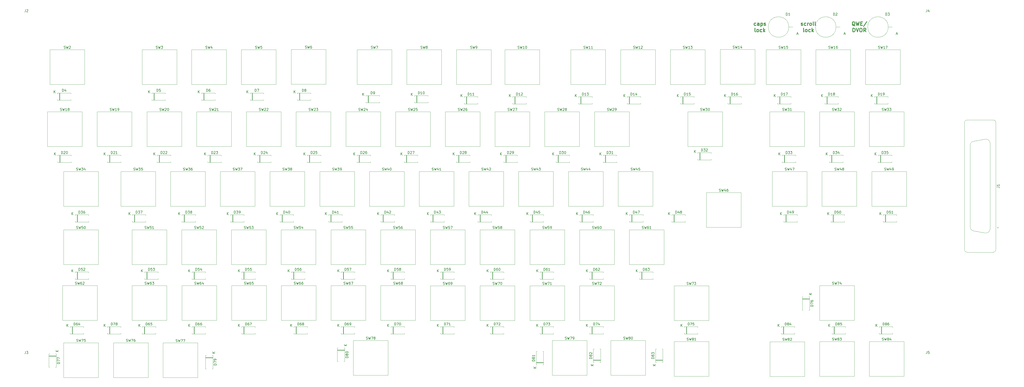
<source format=gbr>
%TF.GenerationSoftware,KiCad,Pcbnew,5.1.6-c6e7f7d~87~ubuntu20.04.1*%
%TF.CreationDate,2020-07-24T00:41:04+02:00*%
%TF.ProjectId,Keyboard-ISO,4b657962-6f61-4726-942d-49534f2e6b69,rev?*%
%TF.SameCoordinates,Original*%
%TF.FileFunction,Legend,Top*%
%TF.FilePolarity,Positive*%
%FSLAX46Y46*%
G04 Gerber Fmt 4.6, Leading zero omitted, Abs format (unit mm)*
G04 Created by KiCad (PCBNEW 5.1.6-c6e7f7d~87~ubuntu20.04.1) date 2020-07-24 00:41:04*
%MOMM*%
%LPD*%
G01*
G04 APERTURE LIST*
%ADD10C,0.300000*%
%ADD11C,0.120000*%
%ADD12C,0.150000*%
G04 APERTURE END LIST*
D10*
X365750000Y-69046428D02*
X365607142Y-68975000D01*
X365464285Y-68832142D01*
X365250000Y-68617857D01*
X365107142Y-68546428D01*
X364964285Y-68546428D01*
X365035714Y-68903571D02*
X364892857Y-68832142D01*
X364750000Y-68689285D01*
X364678571Y-68403571D01*
X364678571Y-67903571D01*
X364750000Y-67617857D01*
X364892857Y-67475000D01*
X365035714Y-67403571D01*
X365321428Y-67403571D01*
X365464285Y-67475000D01*
X365607142Y-67617857D01*
X365678571Y-67903571D01*
X365678571Y-68403571D01*
X365607142Y-68689285D01*
X365464285Y-68832142D01*
X365321428Y-68903571D01*
X365035714Y-68903571D01*
X366178571Y-67403571D02*
X366535714Y-68903571D01*
X366821428Y-67832142D01*
X367107142Y-68903571D01*
X367464285Y-67403571D01*
X368035714Y-68117857D02*
X368535714Y-68117857D01*
X368750000Y-68903571D02*
X368035714Y-68903571D01*
X368035714Y-67403571D01*
X368750000Y-67403571D01*
X370464285Y-67332142D02*
X369178571Y-69260714D01*
X364928571Y-71453571D02*
X364928571Y-69953571D01*
X365285714Y-69953571D01*
X365500000Y-70025000D01*
X365642857Y-70167857D01*
X365714285Y-70310714D01*
X365785714Y-70596428D01*
X365785714Y-70810714D01*
X365714285Y-71096428D01*
X365642857Y-71239285D01*
X365500000Y-71382142D01*
X365285714Y-71453571D01*
X364928571Y-71453571D01*
X366214285Y-69953571D02*
X366714285Y-71453571D01*
X367214285Y-69953571D01*
X368000000Y-69953571D02*
X368285714Y-69953571D01*
X368428571Y-70025000D01*
X368571428Y-70167857D01*
X368642857Y-70453571D01*
X368642857Y-70953571D01*
X368571428Y-71239285D01*
X368428571Y-71382142D01*
X368285714Y-71453571D01*
X368000000Y-71453571D01*
X367857142Y-71382142D01*
X367714285Y-71239285D01*
X367642857Y-70953571D01*
X367642857Y-70453571D01*
X367714285Y-70167857D01*
X367857142Y-70025000D01*
X368000000Y-69953571D01*
X370142857Y-71453571D02*
X369642857Y-70739285D01*
X369285714Y-71453571D02*
X369285714Y-69953571D01*
X369857142Y-69953571D01*
X370000000Y-70025000D01*
X370071428Y-70096428D01*
X370142857Y-70239285D01*
X370142857Y-70453571D01*
X370071428Y-70596428D01*
X370000000Y-70667857D01*
X369857142Y-70739285D01*
X369285714Y-70739285D01*
X344107142Y-68832142D02*
X344250000Y-68903571D01*
X344535714Y-68903571D01*
X344678571Y-68832142D01*
X344750000Y-68689285D01*
X344750000Y-68617857D01*
X344678571Y-68475000D01*
X344535714Y-68403571D01*
X344321428Y-68403571D01*
X344178571Y-68332142D01*
X344107142Y-68189285D01*
X344107142Y-68117857D01*
X344178571Y-67975000D01*
X344321428Y-67903571D01*
X344535714Y-67903571D01*
X344678571Y-67975000D01*
X346035714Y-68832142D02*
X345892857Y-68903571D01*
X345607142Y-68903571D01*
X345464285Y-68832142D01*
X345392857Y-68760714D01*
X345321428Y-68617857D01*
X345321428Y-68189285D01*
X345392857Y-68046428D01*
X345464285Y-67975000D01*
X345607142Y-67903571D01*
X345892857Y-67903571D01*
X346035714Y-67975000D01*
X346678571Y-68903571D02*
X346678571Y-67903571D01*
X346678571Y-68189285D02*
X346750000Y-68046428D01*
X346821428Y-67975000D01*
X346964285Y-67903571D01*
X347107142Y-67903571D01*
X347821428Y-68903571D02*
X347678571Y-68832142D01*
X347607142Y-68760714D01*
X347535714Y-68617857D01*
X347535714Y-68189285D01*
X347607142Y-68046428D01*
X347678571Y-67975000D01*
X347821428Y-67903571D01*
X348035714Y-67903571D01*
X348178571Y-67975000D01*
X348250000Y-68046428D01*
X348321428Y-68189285D01*
X348321428Y-68617857D01*
X348250000Y-68760714D01*
X348178571Y-68832142D01*
X348035714Y-68903571D01*
X347821428Y-68903571D01*
X349178571Y-68903571D02*
X349035714Y-68832142D01*
X348964285Y-68689285D01*
X348964285Y-67403571D01*
X349964285Y-68903571D02*
X349821428Y-68832142D01*
X349750000Y-68689285D01*
X349750000Y-67403571D01*
X345250000Y-71453571D02*
X345107142Y-71382142D01*
X345035714Y-71239285D01*
X345035714Y-69953571D01*
X346035714Y-71453571D02*
X345892857Y-71382142D01*
X345821428Y-71310714D01*
X345750000Y-71167857D01*
X345750000Y-70739285D01*
X345821428Y-70596428D01*
X345892857Y-70525000D01*
X346035714Y-70453571D01*
X346250000Y-70453571D01*
X346392857Y-70525000D01*
X346464285Y-70596428D01*
X346535714Y-70739285D01*
X346535714Y-71167857D01*
X346464285Y-71310714D01*
X346392857Y-71382142D01*
X346250000Y-71453571D01*
X346035714Y-71453571D01*
X347821428Y-71382142D02*
X347678571Y-71453571D01*
X347392857Y-71453571D01*
X347250000Y-71382142D01*
X347178571Y-71310714D01*
X347107142Y-71167857D01*
X347107142Y-70739285D01*
X347178571Y-70596428D01*
X347250000Y-70525000D01*
X347392857Y-70453571D01*
X347678571Y-70453571D01*
X347821428Y-70525000D01*
X348464285Y-71453571D02*
X348464285Y-69953571D01*
X348607142Y-70882142D02*
X349035714Y-71453571D01*
X349035714Y-70453571D02*
X348464285Y-71025000D01*
X325892857Y-68832142D02*
X325750000Y-68903571D01*
X325464285Y-68903571D01*
X325321428Y-68832142D01*
X325250000Y-68760714D01*
X325178571Y-68617857D01*
X325178571Y-68189285D01*
X325250000Y-68046428D01*
X325321428Y-67975000D01*
X325464285Y-67903571D01*
X325750000Y-67903571D01*
X325892857Y-67975000D01*
X327178571Y-68903571D02*
X327178571Y-68117857D01*
X327107142Y-67975000D01*
X326964285Y-67903571D01*
X326678571Y-67903571D01*
X326535714Y-67975000D01*
X327178571Y-68832142D02*
X327035714Y-68903571D01*
X326678571Y-68903571D01*
X326535714Y-68832142D01*
X326464285Y-68689285D01*
X326464285Y-68546428D01*
X326535714Y-68403571D01*
X326678571Y-68332142D01*
X327035714Y-68332142D01*
X327178571Y-68260714D01*
X327892857Y-67903571D02*
X327892857Y-69403571D01*
X327892857Y-67975000D02*
X328035714Y-67903571D01*
X328321428Y-67903571D01*
X328464285Y-67975000D01*
X328535714Y-68046428D01*
X328607142Y-68189285D01*
X328607142Y-68617857D01*
X328535714Y-68760714D01*
X328464285Y-68832142D01*
X328321428Y-68903571D01*
X328035714Y-68903571D01*
X327892857Y-68832142D01*
X329178571Y-68832142D02*
X329321428Y-68903571D01*
X329607142Y-68903571D01*
X329750000Y-68832142D01*
X329821428Y-68689285D01*
X329821428Y-68617857D01*
X329750000Y-68475000D01*
X329607142Y-68403571D01*
X329392857Y-68403571D01*
X329250000Y-68332142D01*
X329178571Y-68189285D01*
X329178571Y-68117857D01*
X329250000Y-67975000D01*
X329392857Y-67903571D01*
X329607142Y-67903571D01*
X329750000Y-67975000D01*
X325750000Y-71453571D02*
X325607142Y-71382142D01*
X325535714Y-71239285D01*
X325535714Y-69953571D01*
X326535714Y-71453571D02*
X326392857Y-71382142D01*
X326321428Y-71310714D01*
X326250000Y-71167857D01*
X326250000Y-70739285D01*
X326321428Y-70596428D01*
X326392857Y-70525000D01*
X326535714Y-70453571D01*
X326750000Y-70453571D01*
X326892857Y-70525000D01*
X326964285Y-70596428D01*
X327035714Y-70739285D01*
X327035714Y-71167857D01*
X326964285Y-71310714D01*
X326892857Y-71382142D01*
X326750000Y-71453571D01*
X326535714Y-71453571D01*
X328321428Y-71382142D02*
X328178571Y-71453571D01*
X327892857Y-71453571D01*
X327750000Y-71382142D01*
X327678571Y-71310714D01*
X327607142Y-71167857D01*
X327607142Y-70739285D01*
X327678571Y-70596428D01*
X327750000Y-70525000D01*
X327892857Y-70453571D01*
X328178571Y-70453571D01*
X328321428Y-70525000D01*
X328964285Y-71453571D02*
X328964285Y-69953571D01*
X329107142Y-70882142D02*
X329535714Y-71453571D01*
X329535714Y-70453571D02*
X328964285Y-71025000D01*
D11*
%TO.C,D4*%
X45750000Y-96030000D02*
X45750000Y-98970000D01*
X45990000Y-96030000D02*
X45990000Y-98970000D01*
X45870000Y-96030000D02*
X45870000Y-98970000D01*
X50410000Y-98970000D02*
X50410000Y-98640000D01*
X44970000Y-98970000D02*
X50410000Y-98970000D01*
X44970000Y-98640000D02*
X44970000Y-98970000D01*
X50410000Y-96030000D02*
X50410000Y-96360000D01*
X44970000Y-96030000D02*
X50410000Y-96030000D01*
X44970000Y-96360000D02*
X44970000Y-96030000D01*
%TO.C,D5*%
X83750000Y-96030000D02*
X83750000Y-98970000D01*
X83990000Y-96030000D02*
X83990000Y-98970000D01*
X83870000Y-96030000D02*
X83870000Y-98970000D01*
X88410000Y-98970000D02*
X88410000Y-98640000D01*
X82970000Y-98970000D02*
X88410000Y-98970000D01*
X82970000Y-98640000D02*
X82970000Y-98970000D01*
X88410000Y-96030000D02*
X88410000Y-96360000D01*
X82970000Y-96030000D02*
X88410000Y-96030000D01*
X82970000Y-96360000D02*
X82970000Y-96030000D01*
%TO.C,D6*%
X102970000Y-96360000D02*
X102970000Y-96030000D01*
X102970000Y-96030000D02*
X108410000Y-96030000D01*
X108410000Y-96030000D02*
X108410000Y-96360000D01*
X102970000Y-98640000D02*
X102970000Y-98970000D01*
X102970000Y-98970000D02*
X108410000Y-98970000D01*
X108410000Y-98970000D02*
X108410000Y-98640000D01*
X103870000Y-96030000D02*
X103870000Y-98970000D01*
X103990000Y-96030000D02*
X103990000Y-98970000D01*
X103750000Y-96030000D02*
X103750000Y-98970000D01*
%TO.C,D7*%
X123250000Y-96030000D02*
X123250000Y-98970000D01*
X123490000Y-96030000D02*
X123490000Y-98970000D01*
X123370000Y-96030000D02*
X123370000Y-98970000D01*
X127910000Y-98970000D02*
X127910000Y-98640000D01*
X122470000Y-98970000D02*
X127910000Y-98970000D01*
X122470000Y-98640000D02*
X122470000Y-98970000D01*
X127910000Y-96030000D02*
X127910000Y-96360000D01*
X122470000Y-96030000D02*
X127910000Y-96030000D01*
X122470000Y-96360000D02*
X122470000Y-96030000D01*
%TO.C,D8*%
X141470000Y-96360000D02*
X141470000Y-96030000D01*
X141470000Y-96030000D02*
X146910000Y-96030000D01*
X146910000Y-96030000D02*
X146910000Y-96360000D01*
X141470000Y-98640000D02*
X141470000Y-98970000D01*
X141470000Y-98970000D02*
X146910000Y-98970000D01*
X146910000Y-98970000D02*
X146910000Y-98640000D01*
X142370000Y-96030000D02*
X142370000Y-98970000D01*
X142490000Y-96030000D02*
X142490000Y-98970000D01*
X142250000Y-96030000D02*
X142250000Y-98970000D01*
%TO.C,D9*%
X169870000Y-97030000D02*
X169870000Y-99970000D01*
X170110000Y-97030000D02*
X170110000Y-99970000D01*
X169990000Y-97030000D02*
X169990000Y-99970000D01*
X174530000Y-99970000D02*
X174530000Y-99640000D01*
X169090000Y-99970000D02*
X174530000Y-99970000D01*
X169090000Y-99640000D02*
X169090000Y-99970000D01*
X174530000Y-97030000D02*
X174530000Y-97360000D01*
X169090000Y-97030000D02*
X174530000Y-97030000D01*
X169090000Y-97360000D02*
X169090000Y-97030000D01*
%TO.C,D10*%
X189370000Y-97030000D02*
X189370000Y-99970000D01*
X189610000Y-97030000D02*
X189610000Y-99970000D01*
X189490000Y-97030000D02*
X189490000Y-99970000D01*
X194030000Y-99970000D02*
X194030000Y-99640000D01*
X188590000Y-99970000D02*
X194030000Y-99970000D01*
X188590000Y-99640000D02*
X188590000Y-99970000D01*
X194030000Y-97030000D02*
X194030000Y-97360000D01*
X188590000Y-97030000D02*
X194030000Y-97030000D01*
X188590000Y-97360000D02*
X188590000Y-97030000D01*
%TO.C,D11*%
X208590000Y-97860000D02*
X208590000Y-97530000D01*
X208590000Y-97530000D02*
X214030000Y-97530000D01*
X214030000Y-97530000D02*
X214030000Y-97860000D01*
X208590000Y-100140000D02*
X208590000Y-100470000D01*
X208590000Y-100470000D02*
X214030000Y-100470000D01*
X214030000Y-100470000D02*
X214030000Y-100140000D01*
X209490000Y-97530000D02*
X209490000Y-100470000D01*
X209610000Y-97530000D02*
X209610000Y-100470000D01*
X209370000Y-97530000D02*
X209370000Y-100470000D01*
%TO.C,D12*%
X228870000Y-97530000D02*
X228870000Y-100470000D01*
X229110000Y-97530000D02*
X229110000Y-100470000D01*
X228990000Y-97530000D02*
X228990000Y-100470000D01*
X233530000Y-100470000D02*
X233530000Y-100140000D01*
X228090000Y-100470000D02*
X233530000Y-100470000D01*
X228090000Y-100140000D02*
X228090000Y-100470000D01*
X233530000Y-97530000D02*
X233530000Y-97860000D01*
X228090000Y-97530000D02*
X233530000Y-97530000D01*
X228090000Y-97860000D02*
X228090000Y-97530000D01*
%TO.C,D13*%
X254590000Y-97860000D02*
X254590000Y-97530000D01*
X254590000Y-97530000D02*
X260030000Y-97530000D01*
X260030000Y-97530000D02*
X260030000Y-97860000D01*
X254590000Y-100140000D02*
X254590000Y-100470000D01*
X254590000Y-100470000D02*
X260030000Y-100470000D01*
X260030000Y-100470000D02*
X260030000Y-100140000D01*
X255490000Y-97530000D02*
X255490000Y-100470000D01*
X255610000Y-97530000D02*
X255610000Y-100470000D01*
X255370000Y-97530000D02*
X255370000Y-100470000D01*
%TO.C,D14*%
X274090000Y-97860000D02*
X274090000Y-97530000D01*
X274090000Y-97530000D02*
X279530000Y-97530000D01*
X279530000Y-97530000D02*
X279530000Y-97860000D01*
X274090000Y-100140000D02*
X274090000Y-100470000D01*
X274090000Y-100470000D02*
X279530000Y-100470000D01*
X279530000Y-100470000D02*
X279530000Y-100140000D01*
X274990000Y-97530000D02*
X274990000Y-100470000D01*
X275110000Y-97530000D02*
X275110000Y-100470000D01*
X274870000Y-97530000D02*
X274870000Y-100470000D01*
%TO.C,D15*%
X295590000Y-97860000D02*
X295590000Y-97530000D01*
X295590000Y-97530000D02*
X301030000Y-97530000D01*
X301030000Y-97530000D02*
X301030000Y-97860000D01*
X295590000Y-100140000D02*
X295590000Y-100470000D01*
X295590000Y-100470000D02*
X301030000Y-100470000D01*
X301030000Y-100470000D02*
X301030000Y-100140000D01*
X296490000Y-97530000D02*
X296490000Y-100470000D01*
X296610000Y-97530000D02*
X296610000Y-100470000D01*
X296370000Y-97530000D02*
X296370000Y-100470000D01*
%TO.C,D16*%
X314590000Y-97860000D02*
X314590000Y-97530000D01*
X314590000Y-97530000D02*
X320030000Y-97530000D01*
X320030000Y-97530000D02*
X320030000Y-97860000D01*
X314590000Y-100140000D02*
X314590000Y-100470000D01*
X314590000Y-100470000D02*
X320030000Y-100470000D01*
X320030000Y-100470000D02*
X320030000Y-100140000D01*
X315490000Y-97530000D02*
X315490000Y-100470000D01*
X315610000Y-97530000D02*
X315610000Y-100470000D01*
X315370000Y-97530000D02*
X315370000Y-100470000D01*
%TO.C,D17*%
X335370000Y-97530000D02*
X335370000Y-100470000D01*
X335610000Y-97530000D02*
X335610000Y-100470000D01*
X335490000Y-97530000D02*
X335490000Y-100470000D01*
X340030000Y-100470000D02*
X340030000Y-100140000D01*
X334590000Y-100470000D02*
X340030000Y-100470000D01*
X334590000Y-100140000D02*
X334590000Y-100470000D01*
X340030000Y-97530000D02*
X340030000Y-97860000D01*
X334590000Y-97530000D02*
X340030000Y-97530000D01*
X334590000Y-97860000D02*
X334590000Y-97530000D01*
%TO.C,D18*%
X353590000Y-97860000D02*
X353590000Y-97530000D01*
X353590000Y-97530000D02*
X359030000Y-97530000D01*
X359030000Y-97530000D02*
X359030000Y-97860000D01*
X353590000Y-100140000D02*
X353590000Y-100470000D01*
X353590000Y-100470000D02*
X359030000Y-100470000D01*
X359030000Y-100470000D02*
X359030000Y-100140000D01*
X354490000Y-97530000D02*
X354490000Y-100470000D01*
X354610000Y-97530000D02*
X354610000Y-100470000D01*
X354370000Y-97530000D02*
X354370000Y-100470000D01*
%TO.C,D19*%
X374370000Y-97530000D02*
X374370000Y-100470000D01*
X374610000Y-97530000D02*
X374610000Y-100470000D01*
X374490000Y-97530000D02*
X374490000Y-100470000D01*
X379030000Y-100470000D02*
X379030000Y-100140000D01*
X373590000Y-100470000D02*
X379030000Y-100470000D01*
X373590000Y-100140000D02*
X373590000Y-100470000D01*
X379030000Y-97530000D02*
X379030000Y-97860000D01*
X373590000Y-97530000D02*
X379030000Y-97530000D01*
X373590000Y-97860000D02*
X373590000Y-97530000D01*
%TO.C,D20*%
X45090000Y-121360000D02*
X45090000Y-121030000D01*
X45090000Y-121030000D02*
X50530000Y-121030000D01*
X50530000Y-121030000D02*
X50530000Y-121360000D01*
X45090000Y-123640000D02*
X45090000Y-123970000D01*
X45090000Y-123970000D02*
X50530000Y-123970000D01*
X50530000Y-123970000D02*
X50530000Y-123640000D01*
X45990000Y-121030000D02*
X45990000Y-123970000D01*
X46110000Y-121030000D02*
X46110000Y-123970000D01*
X45870000Y-121030000D02*
X45870000Y-123970000D01*
%TO.C,D21*%
X65090000Y-121360000D02*
X65090000Y-121030000D01*
X65090000Y-121030000D02*
X70530000Y-121030000D01*
X70530000Y-121030000D02*
X70530000Y-121360000D01*
X65090000Y-123640000D02*
X65090000Y-123970000D01*
X65090000Y-123970000D02*
X70530000Y-123970000D01*
X70530000Y-123970000D02*
X70530000Y-123640000D01*
X65990000Y-121030000D02*
X65990000Y-123970000D01*
X66110000Y-121030000D02*
X66110000Y-123970000D01*
X65870000Y-121030000D02*
X65870000Y-123970000D01*
%TO.C,D22*%
X85090000Y-121360000D02*
X85090000Y-121030000D01*
X85090000Y-121030000D02*
X90530000Y-121030000D01*
X90530000Y-121030000D02*
X90530000Y-121360000D01*
X85090000Y-123640000D02*
X85090000Y-123970000D01*
X85090000Y-123970000D02*
X90530000Y-123970000D01*
X90530000Y-123970000D02*
X90530000Y-123640000D01*
X85990000Y-121030000D02*
X85990000Y-123970000D01*
X86110000Y-121030000D02*
X86110000Y-123970000D01*
X85870000Y-121030000D02*
X85870000Y-123970000D01*
%TO.C,D23*%
X106250000Y-121030000D02*
X106250000Y-123970000D01*
X106490000Y-121030000D02*
X106490000Y-123970000D01*
X106370000Y-121030000D02*
X106370000Y-123970000D01*
X110910000Y-123970000D02*
X110910000Y-123640000D01*
X105470000Y-123970000D02*
X110910000Y-123970000D01*
X105470000Y-123640000D02*
X105470000Y-123970000D01*
X110910000Y-121030000D02*
X110910000Y-121360000D01*
X105470000Y-121030000D02*
X110910000Y-121030000D01*
X105470000Y-121360000D02*
X105470000Y-121030000D01*
%TO.C,D24*%
X125470000Y-121360000D02*
X125470000Y-121030000D01*
X125470000Y-121030000D02*
X130910000Y-121030000D01*
X130910000Y-121030000D02*
X130910000Y-121360000D01*
X125470000Y-123640000D02*
X125470000Y-123970000D01*
X125470000Y-123970000D02*
X130910000Y-123970000D01*
X130910000Y-123970000D02*
X130910000Y-123640000D01*
X126370000Y-121030000D02*
X126370000Y-123970000D01*
X126490000Y-121030000D02*
X126490000Y-123970000D01*
X126250000Y-121030000D02*
X126250000Y-123970000D01*
%TO.C,D25*%
X146250000Y-121030000D02*
X146250000Y-123970000D01*
X146490000Y-121030000D02*
X146490000Y-123970000D01*
X146370000Y-121030000D02*
X146370000Y-123970000D01*
X150910000Y-123970000D02*
X150910000Y-123640000D01*
X145470000Y-123970000D02*
X150910000Y-123970000D01*
X145470000Y-123640000D02*
X145470000Y-123970000D01*
X150910000Y-121030000D02*
X150910000Y-121360000D01*
X145470000Y-121030000D02*
X150910000Y-121030000D01*
X145470000Y-121360000D02*
X145470000Y-121030000D01*
%TO.C,D26*%
X166250000Y-121030000D02*
X166250000Y-123970000D01*
X166490000Y-121030000D02*
X166490000Y-123970000D01*
X166370000Y-121030000D02*
X166370000Y-123970000D01*
X170910000Y-123970000D02*
X170910000Y-123640000D01*
X165470000Y-123970000D02*
X170910000Y-123970000D01*
X165470000Y-123640000D02*
X165470000Y-123970000D01*
X170910000Y-121030000D02*
X170910000Y-121360000D01*
X165470000Y-121030000D02*
X170910000Y-121030000D01*
X165470000Y-121360000D02*
X165470000Y-121030000D01*
%TO.C,D27*%
X185250000Y-121030000D02*
X185250000Y-123970000D01*
X185490000Y-121030000D02*
X185490000Y-123970000D01*
X185370000Y-121030000D02*
X185370000Y-123970000D01*
X189910000Y-123970000D02*
X189910000Y-123640000D01*
X184470000Y-123970000D02*
X189910000Y-123970000D01*
X184470000Y-123640000D02*
X184470000Y-123970000D01*
X189910000Y-121030000D02*
X189910000Y-121360000D01*
X184470000Y-121030000D02*
X189910000Y-121030000D01*
X184470000Y-121360000D02*
X184470000Y-121030000D01*
%TO.C,D28*%
X206250000Y-121030000D02*
X206250000Y-123970000D01*
X206490000Y-121030000D02*
X206490000Y-123970000D01*
X206370000Y-121030000D02*
X206370000Y-123970000D01*
X210910000Y-123970000D02*
X210910000Y-123640000D01*
X205470000Y-123970000D02*
X210910000Y-123970000D01*
X205470000Y-123640000D02*
X205470000Y-123970000D01*
X210910000Y-121030000D02*
X210910000Y-121360000D01*
X205470000Y-121030000D02*
X210910000Y-121030000D01*
X205470000Y-121360000D02*
X205470000Y-121030000D01*
%TO.C,D29*%
X224470000Y-121360000D02*
X224470000Y-121030000D01*
X224470000Y-121030000D02*
X229910000Y-121030000D01*
X229910000Y-121030000D02*
X229910000Y-121360000D01*
X224470000Y-123640000D02*
X224470000Y-123970000D01*
X224470000Y-123970000D02*
X229910000Y-123970000D01*
X229910000Y-123970000D02*
X229910000Y-123640000D01*
X225370000Y-121030000D02*
X225370000Y-123970000D01*
X225490000Y-121030000D02*
X225490000Y-123970000D01*
X225250000Y-121030000D02*
X225250000Y-123970000D01*
%TO.C,D30*%
X246250000Y-121030000D02*
X246250000Y-123970000D01*
X246490000Y-121030000D02*
X246490000Y-123970000D01*
X246370000Y-121030000D02*
X246370000Y-123970000D01*
X250910000Y-123970000D02*
X250910000Y-123640000D01*
X245470000Y-123970000D02*
X250910000Y-123970000D01*
X245470000Y-123640000D02*
X245470000Y-123970000D01*
X250910000Y-121030000D02*
X250910000Y-121360000D01*
X245470000Y-121030000D02*
X250910000Y-121030000D01*
X245470000Y-121360000D02*
X245470000Y-121030000D01*
%TO.C,D31*%
X265250000Y-121030000D02*
X265250000Y-123970000D01*
X265490000Y-121030000D02*
X265490000Y-123970000D01*
X265370000Y-121030000D02*
X265370000Y-123970000D01*
X269910000Y-123970000D02*
X269910000Y-123640000D01*
X264470000Y-123970000D02*
X269910000Y-123970000D01*
X264470000Y-123640000D02*
X264470000Y-123970000D01*
X269910000Y-121030000D02*
X269910000Y-121360000D01*
X264470000Y-121030000D02*
X269910000Y-121030000D01*
X264470000Y-121360000D02*
X264470000Y-121030000D01*
%TO.C,D32*%
X302470000Y-120360000D02*
X302470000Y-120030000D01*
X302470000Y-120030000D02*
X307910000Y-120030000D01*
X307910000Y-120030000D02*
X307910000Y-120360000D01*
X302470000Y-122640000D02*
X302470000Y-122970000D01*
X302470000Y-122970000D02*
X307910000Y-122970000D01*
X307910000Y-122970000D02*
X307910000Y-122640000D01*
X303370000Y-120030000D02*
X303370000Y-122970000D01*
X303490000Y-120030000D02*
X303490000Y-122970000D01*
X303250000Y-120030000D02*
X303250000Y-122970000D01*
%TO.C,D33*%
X336470000Y-121360000D02*
X336470000Y-121030000D01*
X336470000Y-121030000D02*
X341910000Y-121030000D01*
X341910000Y-121030000D02*
X341910000Y-121360000D01*
X336470000Y-123640000D02*
X336470000Y-123970000D01*
X336470000Y-123970000D02*
X341910000Y-123970000D01*
X341910000Y-123970000D02*
X341910000Y-123640000D01*
X337370000Y-121030000D02*
X337370000Y-123970000D01*
X337490000Y-121030000D02*
X337490000Y-123970000D01*
X337250000Y-121030000D02*
X337250000Y-123970000D01*
%TO.C,D34*%
X355470000Y-121360000D02*
X355470000Y-121030000D01*
X355470000Y-121030000D02*
X360910000Y-121030000D01*
X360910000Y-121030000D02*
X360910000Y-121360000D01*
X355470000Y-123640000D02*
X355470000Y-123970000D01*
X355470000Y-123970000D02*
X360910000Y-123970000D01*
X360910000Y-123970000D02*
X360910000Y-123640000D01*
X356370000Y-121030000D02*
X356370000Y-123970000D01*
X356490000Y-121030000D02*
X356490000Y-123970000D01*
X356250000Y-121030000D02*
X356250000Y-123970000D01*
%TO.C,D35*%
X375870000Y-121030000D02*
X375870000Y-123970000D01*
X376110000Y-121030000D02*
X376110000Y-123970000D01*
X375990000Y-121030000D02*
X375990000Y-123970000D01*
X380530000Y-123970000D02*
X380530000Y-123640000D01*
X375090000Y-123970000D02*
X380530000Y-123970000D01*
X375090000Y-123640000D02*
X375090000Y-123970000D01*
X380530000Y-121030000D02*
X380530000Y-121360000D01*
X375090000Y-121030000D02*
X380530000Y-121030000D01*
X375090000Y-121360000D02*
X375090000Y-121030000D01*
%TO.C,D36*%
X52870000Y-145030000D02*
X52870000Y-147970000D01*
X53110000Y-145030000D02*
X53110000Y-147970000D01*
X52990000Y-145030000D02*
X52990000Y-147970000D01*
X57530000Y-147970000D02*
X57530000Y-147640000D01*
X52090000Y-147970000D02*
X57530000Y-147970000D01*
X52090000Y-147640000D02*
X52090000Y-147970000D01*
X57530000Y-145030000D02*
X57530000Y-145360000D01*
X52090000Y-145030000D02*
X57530000Y-145030000D01*
X52090000Y-145360000D02*
X52090000Y-145030000D01*
%TO.C,D37*%
X75090000Y-145360000D02*
X75090000Y-145030000D01*
X75090000Y-145030000D02*
X80530000Y-145030000D01*
X80530000Y-145030000D02*
X80530000Y-145360000D01*
X75090000Y-147640000D02*
X75090000Y-147970000D01*
X75090000Y-147970000D02*
X80530000Y-147970000D01*
X80530000Y-147970000D02*
X80530000Y-147640000D01*
X75990000Y-145030000D02*
X75990000Y-147970000D01*
X76110000Y-145030000D02*
X76110000Y-147970000D01*
X75870000Y-145030000D02*
X75870000Y-147970000D01*
%TO.C,D38*%
X95090000Y-145360000D02*
X95090000Y-145030000D01*
X95090000Y-145030000D02*
X100530000Y-145030000D01*
X100530000Y-145030000D02*
X100530000Y-145360000D01*
X95090000Y-147640000D02*
X95090000Y-147970000D01*
X95090000Y-147970000D02*
X100530000Y-147970000D01*
X100530000Y-147970000D02*
X100530000Y-147640000D01*
X95990000Y-145030000D02*
X95990000Y-147970000D01*
X96110000Y-145030000D02*
X96110000Y-147970000D01*
X95870000Y-145030000D02*
X95870000Y-147970000D01*
%TO.C,D39*%
X114590000Y-145360000D02*
X114590000Y-145030000D01*
X114590000Y-145030000D02*
X120030000Y-145030000D01*
X120030000Y-145030000D02*
X120030000Y-145360000D01*
X114590000Y-147640000D02*
X114590000Y-147970000D01*
X114590000Y-147970000D02*
X120030000Y-147970000D01*
X120030000Y-147970000D02*
X120030000Y-147640000D01*
X115490000Y-145030000D02*
X115490000Y-147970000D01*
X115610000Y-145030000D02*
X115610000Y-147970000D01*
X115370000Y-145030000D02*
X115370000Y-147970000D01*
%TO.C,D40*%
X134470000Y-145360000D02*
X134470000Y-145030000D01*
X134470000Y-145030000D02*
X139910000Y-145030000D01*
X139910000Y-145030000D02*
X139910000Y-145360000D01*
X134470000Y-147640000D02*
X134470000Y-147970000D01*
X134470000Y-147970000D02*
X139910000Y-147970000D01*
X139910000Y-147970000D02*
X139910000Y-147640000D01*
X135370000Y-145030000D02*
X135370000Y-147970000D01*
X135490000Y-145030000D02*
X135490000Y-147970000D01*
X135250000Y-145030000D02*
X135250000Y-147970000D01*
%TO.C,D41*%
X154090000Y-145360000D02*
X154090000Y-145030000D01*
X154090000Y-145030000D02*
X159530000Y-145030000D01*
X159530000Y-145030000D02*
X159530000Y-145360000D01*
X154090000Y-147640000D02*
X154090000Y-147970000D01*
X154090000Y-147970000D02*
X159530000Y-147970000D01*
X159530000Y-147970000D02*
X159530000Y-147640000D01*
X154990000Y-145030000D02*
X154990000Y-147970000D01*
X155110000Y-145030000D02*
X155110000Y-147970000D01*
X154870000Y-145030000D02*
X154870000Y-147970000D01*
%TO.C,D42*%
X175870000Y-145030000D02*
X175870000Y-147970000D01*
X176110000Y-145030000D02*
X176110000Y-147970000D01*
X175990000Y-145030000D02*
X175990000Y-147970000D01*
X180530000Y-147970000D02*
X180530000Y-147640000D01*
X175090000Y-147970000D02*
X180530000Y-147970000D01*
X175090000Y-147640000D02*
X175090000Y-147970000D01*
X180530000Y-145030000D02*
X180530000Y-145360000D01*
X175090000Y-145030000D02*
X180530000Y-145030000D01*
X175090000Y-145360000D02*
X175090000Y-145030000D01*
%TO.C,D43*%
X195870000Y-145030000D02*
X195870000Y-147970000D01*
X196110000Y-145030000D02*
X196110000Y-147970000D01*
X195990000Y-145030000D02*
X195990000Y-147970000D01*
X200530000Y-147970000D02*
X200530000Y-147640000D01*
X195090000Y-147970000D02*
X200530000Y-147970000D01*
X195090000Y-147640000D02*
X195090000Y-147970000D01*
X200530000Y-145030000D02*
X200530000Y-145360000D01*
X195090000Y-145030000D02*
X200530000Y-145030000D01*
X195090000Y-145360000D02*
X195090000Y-145030000D01*
%TO.C,D44*%
X214870000Y-145030000D02*
X214870000Y-147970000D01*
X215110000Y-145030000D02*
X215110000Y-147970000D01*
X214990000Y-145030000D02*
X214990000Y-147970000D01*
X219530000Y-147970000D02*
X219530000Y-147640000D01*
X214090000Y-147970000D02*
X219530000Y-147970000D01*
X214090000Y-147640000D02*
X214090000Y-147970000D01*
X219530000Y-145030000D02*
X219530000Y-145360000D01*
X214090000Y-145030000D02*
X219530000Y-145030000D01*
X214090000Y-145360000D02*
X214090000Y-145030000D01*
%TO.C,D45*%
X235870000Y-145030000D02*
X235870000Y-147970000D01*
X236110000Y-145030000D02*
X236110000Y-147970000D01*
X235990000Y-145030000D02*
X235990000Y-147970000D01*
X240530000Y-147970000D02*
X240530000Y-147640000D01*
X235090000Y-147970000D02*
X240530000Y-147970000D01*
X235090000Y-147640000D02*
X235090000Y-147970000D01*
X240530000Y-145030000D02*
X240530000Y-145360000D01*
X235090000Y-145030000D02*
X240530000Y-145030000D01*
X235090000Y-145360000D02*
X235090000Y-145030000D01*
%TO.C,D46*%
X255870000Y-145030000D02*
X255870000Y-147970000D01*
X256110000Y-145030000D02*
X256110000Y-147970000D01*
X255990000Y-145030000D02*
X255990000Y-147970000D01*
X260530000Y-147970000D02*
X260530000Y-147640000D01*
X255090000Y-147970000D02*
X260530000Y-147970000D01*
X255090000Y-147640000D02*
X255090000Y-147970000D01*
X260530000Y-145030000D02*
X260530000Y-145360000D01*
X255090000Y-145030000D02*
X260530000Y-145030000D01*
X255090000Y-145360000D02*
X255090000Y-145030000D01*
%TO.C,D47*%
X275870000Y-145030000D02*
X275870000Y-147970000D01*
X276110000Y-145030000D02*
X276110000Y-147970000D01*
X275990000Y-145030000D02*
X275990000Y-147970000D01*
X280530000Y-147970000D02*
X280530000Y-147640000D01*
X275090000Y-147970000D02*
X280530000Y-147970000D01*
X275090000Y-147640000D02*
X275090000Y-147970000D01*
X280530000Y-145030000D02*
X280530000Y-145360000D01*
X275090000Y-145030000D02*
X280530000Y-145030000D01*
X275090000Y-145360000D02*
X275090000Y-145030000D01*
%TO.C,D48*%
X292090000Y-145360000D02*
X292090000Y-145030000D01*
X292090000Y-145030000D02*
X297530000Y-145030000D01*
X297530000Y-145030000D02*
X297530000Y-145360000D01*
X292090000Y-147640000D02*
X292090000Y-147970000D01*
X292090000Y-147970000D02*
X297530000Y-147970000D01*
X297530000Y-147970000D02*
X297530000Y-147640000D01*
X292990000Y-145030000D02*
X292990000Y-147970000D01*
X293110000Y-145030000D02*
X293110000Y-147970000D01*
X292870000Y-145030000D02*
X292870000Y-147970000D01*
%TO.C,D49*%
X337870000Y-145030000D02*
X337870000Y-147970000D01*
X338110000Y-145030000D02*
X338110000Y-147970000D01*
X337990000Y-145030000D02*
X337990000Y-147970000D01*
X342530000Y-147970000D02*
X342530000Y-147640000D01*
X337090000Y-147970000D02*
X342530000Y-147970000D01*
X337090000Y-147640000D02*
X337090000Y-147970000D01*
X342530000Y-145030000D02*
X342530000Y-145360000D01*
X337090000Y-145030000D02*
X342530000Y-145030000D01*
X337090000Y-145360000D02*
X337090000Y-145030000D01*
%TO.C,D50*%
X356090000Y-145360000D02*
X356090000Y-145030000D01*
X356090000Y-145030000D02*
X361530000Y-145030000D01*
X361530000Y-145030000D02*
X361530000Y-145360000D01*
X356090000Y-147640000D02*
X356090000Y-147970000D01*
X356090000Y-147970000D02*
X361530000Y-147970000D01*
X361530000Y-147970000D02*
X361530000Y-147640000D01*
X356990000Y-145030000D02*
X356990000Y-147970000D01*
X357110000Y-145030000D02*
X357110000Y-147970000D01*
X356870000Y-145030000D02*
X356870000Y-147970000D01*
%TO.C,D51*%
X377090000Y-145360000D02*
X377090000Y-145030000D01*
X377090000Y-145030000D02*
X382530000Y-145030000D01*
X382530000Y-145030000D02*
X382530000Y-145360000D01*
X377090000Y-147640000D02*
X377090000Y-147970000D01*
X377090000Y-147970000D02*
X382530000Y-147970000D01*
X382530000Y-147970000D02*
X382530000Y-147640000D01*
X377990000Y-145030000D02*
X377990000Y-147970000D01*
X378110000Y-145030000D02*
X378110000Y-147970000D01*
X377870000Y-145030000D02*
X377870000Y-147970000D01*
%TO.C,D52*%
X52090000Y-168360000D02*
X52090000Y-168030000D01*
X52090000Y-168030000D02*
X57530000Y-168030000D01*
X57530000Y-168030000D02*
X57530000Y-168360000D01*
X52090000Y-170640000D02*
X52090000Y-170970000D01*
X52090000Y-170970000D02*
X57530000Y-170970000D01*
X57530000Y-170970000D02*
X57530000Y-170640000D01*
X52990000Y-168030000D02*
X52990000Y-170970000D01*
X53110000Y-168030000D02*
X53110000Y-170970000D01*
X52870000Y-168030000D02*
X52870000Y-170970000D01*
%TO.C,D53*%
X80090000Y-168360000D02*
X80090000Y-168030000D01*
X80090000Y-168030000D02*
X85530000Y-168030000D01*
X85530000Y-168030000D02*
X85530000Y-168360000D01*
X80090000Y-170640000D02*
X80090000Y-170970000D01*
X80090000Y-170970000D02*
X85530000Y-170970000D01*
X85530000Y-170970000D02*
X85530000Y-170640000D01*
X80990000Y-168030000D02*
X80990000Y-170970000D01*
X81110000Y-168030000D02*
X81110000Y-170970000D01*
X80870000Y-168030000D02*
X80870000Y-170970000D01*
%TO.C,D54*%
X99870000Y-168030000D02*
X99870000Y-170970000D01*
X100110000Y-168030000D02*
X100110000Y-170970000D01*
X99990000Y-168030000D02*
X99990000Y-170970000D01*
X104530000Y-170970000D02*
X104530000Y-170640000D01*
X99090000Y-170970000D02*
X104530000Y-170970000D01*
X99090000Y-170640000D02*
X99090000Y-170970000D01*
X104530000Y-168030000D02*
X104530000Y-168360000D01*
X99090000Y-168030000D02*
X104530000Y-168030000D01*
X99090000Y-168360000D02*
X99090000Y-168030000D01*
%TO.C,D55*%
X119870000Y-168030000D02*
X119870000Y-170970000D01*
X120110000Y-168030000D02*
X120110000Y-170970000D01*
X119990000Y-168030000D02*
X119990000Y-170970000D01*
X124530000Y-170970000D02*
X124530000Y-170640000D01*
X119090000Y-170970000D02*
X124530000Y-170970000D01*
X119090000Y-170640000D02*
X119090000Y-170970000D01*
X124530000Y-168030000D02*
X124530000Y-168360000D01*
X119090000Y-168030000D02*
X124530000Y-168030000D01*
X119090000Y-168360000D02*
X119090000Y-168030000D01*
%TO.C,D56*%
X139090000Y-168360000D02*
X139090000Y-168030000D01*
X139090000Y-168030000D02*
X144530000Y-168030000D01*
X144530000Y-168030000D02*
X144530000Y-168360000D01*
X139090000Y-170640000D02*
X139090000Y-170970000D01*
X139090000Y-170970000D02*
X144530000Y-170970000D01*
X144530000Y-170970000D02*
X144530000Y-170640000D01*
X139990000Y-168030000D02*
X139990000Y-170970000D01*
X140110000Y-168030000D02*
X140110000Y-170970000D01*
X139870000Y-168030000D02*
X139870000Y-170970000D01*
%TO.C,D57*%
X159090000Y-168360000D02*
X159090000Y-168030000D01*
X159090000Y-168030000D02*
X164530000Y-168030000D01*
X164530000Y-168030000D02*
X164530000Y-168360000D01*
X159090000Y-170640000D02*
X159090000Y-170970000D01*
X159090000Y-170970000D02*
X164530000Y-170970000D01*
X164530000Y-170970000D02*
X164530000Y-170640000D01*
X159990000Y-168030000D02*
X159990000Y-170970000D01*
X160110000Y-168030000D02*
X160110000Y-170970000D01*
X159870000Y-168030000D02*
X159870000Y-170970000D01*
%TO.C,D58*%
X179090000Y-168360000D02*
X179090000Y-168030000D01*
X179090000Y-168030000D02*
X184530000Y-168030000D01*
X184530000Y-168030000D02*
X184530000Y-168360000D01*
X179090000Y-170640000D02*
X179090000Y-170970000D01*
X179090000Y-170970000D02*
X184530000Y-170970000D01*
X184530000Y-170970000D02*
X184530000Y-170640000D01*
X179990000Y-168030000D02*
X179990000Y-170970000D01*
X180110000Y-168030000D02*
X180110000Y-170970000D01*
X179870000Y-168030000D02*
X179870000Y-170970000D01*
%TO.C,D59*%
X199090000Y-168360000D02*
X199090000Y-168030000D01*
X199090000Y-168030000D02*
X204530000Y-168030000D01*
X204530000Y-168030000D02*
X204530000Y-168360000D01*
X199090000Y-170640000D02*
X199090000Y-170970000D01*
X199090000Y-170970000D02*
X204530000Y-170970000D01*
X204530000Y-170970000D02*
X204530000Y-170640000D01*
X199990000Y-168030000D02*
X199990000Y-170970000D01*
X200110000Y-168030000D02*
X200110000Y-170970000D01*
X199870000Y-168030000D02*
X199870000Y-170970000D01*
%TO.C,D60*%
X219870000Y-168030000D02*
X219870000Y-170970000D01*
X220110000Y-168030000D02*
X220110000Y-170970000D01*
X219990000Y-168030000D02*
X219990000Y-170970000D01*
X224530000Y-170970000D02*
X224530000Y-170640000D01*
X219090000Y-170970000D02*
X224530000Y-170970000D01*
X219090000Y-170640000D02*
X219090000Y-170970000D01*
X224530000Y-168030000D02*
X224530000Y-168360000D01*
X219090000Y-168030000D02*
X224530000Y-168030000D01*
X219090000Y-168360000D02*
X219090000Y-168030000D01*
%TO.C,D65*%
X79870000Y-190030000D02*
X79870000Y-192970000D01*
X80110000Y-190030000D02*
X80110000Y-192970000D01*
X79990000Y-190030000D02*
X79990000Y-192970000D01*
X84530000Y-192970000D02*
X84530000Y-192640000D01*
X79090000Y-192970000D02*
X84530000Y-192970000D01*
X79090000Y-192640000D02*
X79090000Y-192970000D01*
X84530000Y-190030000D02*
X84530000Y-190360000D01*
X79090000Y-190030000D02*
X84530000Y-190030000D01*
X79090000Y-190360000D02*
X79090000Y-190030000D01*
%TO.C,D66*%
X99090000Y-190360000D02*
X99090000Y-190030000D01*
X99090000Y-190030000D02*
X104530000Y-190030000D01*
X104530000Y-190030000D02*
X104530000Y-190360000D01*
X99090000Y-192640000D02*
X99090000Y-192970000D01*
X99090000Y-192970000D02*
X104530000Y-192970000D01*
X104530000Y-192970000D02*
X104530000Y-192640000D01*
X99990000Y-190030000D02*
X99990000Y-192970000D01*
X100110000Y-190030000D02*
X100110000Y-192970000D01*
X99870000Y-190030000D02*
X99870000Y-192970000D01*
%TO.C,D67*%
X119870000Y-190030000D02*
X119870000Y-192970000D01*
X120110000Y-190030000D02*
X120110000Y-192970000D01*
X119990000Y-190030000D02*
X119990000Y-192970000D01*
X124530000Y-192970000D02*
X124530000Y-192640000D01*
X119090000Y-192970000D02*
X124530000Y-192970000D01*
X119090000Y-192640000D02*
X119090000Y-192970000D01*
X124530000Y-190030000D02*
X124530000Y-190360000D01*
X119090000Y-190030000D02*
X124530000Y-190030000D01*
X119090000Y-190360000D02*
X119090000Y-190030000D01*
%TO.C,D68*%
X140870000Y-190030000D02*
X140870000Y-192970000D01*
X141110000Y-190030000D02*
X141110000Y-192970000D01*
X140990000Y-190030000D02*
X140990000Y-192970000D01*
X145530000Y-192970000D02*
X145530000Y-192640000D01*
X140090000Y-192970000D02*
X145530000Y-192970000D01*
X140090000Y-192640000D02*
X140090000Y-192970000D01*
X145530000Y-190030000D02*
X145530000Y-190360000D01*
X140090000Y-190030000D02*
X145530000Y-190030000D01*
X140090000Y-190360000D02*
X140090000Y-190030000D01*
%TO.C,D69*%
X159090000Y-190360000D02*
X159090000Y-190030000D01*
X159090000Y-190030000D02*
X164530000Y-190030000D01*
X164530000Y-190030000D02*
X164530000Y-190360000D01*
X159090000Y-192640000D02*
X159090000Y-192970000D01*
X159090000Y-192970000D02*
X164530000Y-192970000D01*
X164530000Y-192970000D02*
X164530000Y-192640000D01*
X159990000Y-190030000D02*
X159990000Y-192970000D01*
X160110000Y-190030000D02*
X160110000Y-192970000D01*
X159870000Y-190030000D02*
X159870000Y-192970000D01*
%TO.C,D70*%
X179090000Y-190360000D02*
X179090000Y-190030000D01*
X179090000Y-190030000D02*
X184530000Y-190030000D01*
X184530000Y-190030000D02*
X184530000Y-190360000D01*
X179090000Y-192640000D02*
X179090000Y-192970000D01*
X179090000Y-192970000D02*
X184530000Y-192970000D01*
X184530000Y-192970000D02*
X184530000Y-192640000D01*
X179990000Y-190030000D02*
X179990000Y-192970000D01*
X180110000Y-190030000D02*
X180110000Y-192970000D01*
X179870000Y-190030000D02*
X179870000Y-192970000D01*
%TO.C,D71*%
X199090000Y-190360000D02*
X199090000Y-190030000D01*
X199090000Y-190030000D02*
X204530000Y-190030000D01*
X204530000Y-190030000D02*
X204530000Y-190360000D01*
X199090000Y-192640000D02*
X199090000Y-192970000D01*
X199090000Y-192970000D02*
X204530000Y-192970000D01*
X204530000Y-192970000D02*
X204530000Y-192640000D01*
X199990000Y-190030000D02*
X199990000Y-192970000D01*
X200110000Y-190030000D02*
X200110000Y-192970000D01*
X199870000Y-190030000D02*
X199870000Y-192970000D01*
%TO.C,D72*%
X219870000Y-190030000D02*
X219870000Y-192970000D01*
X220110000Y-190030000D02*
X220110000Y-192970000D01*
X219990000Y-190030000D02*
X219990000Y-192970000D01*
X224530000Y-192970000D02*
X224530000Y-192640000D01*
X219090000Y-192970000D02*
X224530000Y-192970000D01*
X219090000Y-192640000D02*
X219090000Y-192970000D01*
X224530000Y-190030000D02*
X224530000Y-190360000D01*
X219090000Y-190030000D02*
X224530000Y-190030000D01*
X219090000Y-190360000D02*
X219090000Y-190030000D01*
%TO.C,D73*%
X239870000Y-190030000D02*
X239870000Y-192970000D01*
X240110000Y-190030000D02*
X240110000Y-192970000D01*
X239990000Y-190030000D02*
X239990000Y-192970000D01*
X244530000Y-192970000D02*
X244530000Y-192640000D01*
X239090000Y-192970000D02*
X244530000Y-192970000D01*
X239090000Y-192640000D02*
X239090000Y-192970000D01*
X244530000Y-190030000D02*
X244530000Y-190360000D01*
X239090000Y-190030000D02*
X244530000Y-190030000D01*
X239090000Y-190360000D02*
X239090000Y-190030000D01*
%TO.C,D74*%
X259870000Y-190030000D02*
X259870000Y-192970000D01*
X260110000Y-190030000D02*
X260110000Y-192970000D01*
X259990000Y-190030000D02*
X259990000Y-192970000D01*
X264530000Y-192970000D02*
X264530000Y-192640000D01*
X259090000Y-192970000D02*
X264530000Y-192970000D01*
X259090000Y-192640000D02*
X259090000Y-192970000D01*
X264530000Y-190030000D02*
X264530000Y-190360000D01*
X259090000Y-190030000D02*
X264530000Y-190030000D01*
X259090000Y-190360000D02*
X259090000Y-190030000D01*
%TO.C,D75*%
X297870000Y-190030000D02*
X297870000Y-192970000D01*
X298110000Y-190030000D02*
X298110000Y-192970000D01*
X297990000Y-190030000D02*
X297990000Y-192970000D01*
X302530000Y-192970000D02*
X302530000Y-192640000D01*
X297090000Y-192970000D02*
X302530000Y-192970000D01*
X297090000Y-192640000D02*
X297090000Y-192970000D01*
X302530000Y-190030000D02*
X302530000Y-190360000D01*
X297090000Y-190030000D02*
X302530000Y-190030000D01*
X297090000Y-190360000D02*
X297090000Y-190030000D01*
%TO.C,D76*%
X347140000Y-177970000D02*
X347470000Y-177970000D01*
X347470000Y-177970000D02*
X347470000Y-183410000D01*
X347470000Y-183410000D02*
X347140000Y-183410000D01*
X344860000Y-177970000D02*
X344530000Y-177970000D01*
X344530000Y-177970000D02*
X344530000Y-183410000D01*
X344530000Y-183410000D02*
X344860000Y-183410000D01*
X347470000Y-178870000D02*
X344530000Y-178870000D01*
X347470000Y-178990000D02*
X344530000Y-178990000D01*
X347470000Y-178750000D02*
X344530000Y-178750000D01*
%TO.C,D77*%
X44140000Y-200970000D02*
X44470000Y-200970000D01*
X44470000Y-200970000D02*
X44470000Y-206410000D01*
X44470000Y-206410000D02*
X44140000Y-206410000D01*
X41860000Y-200970000D02*
X41530000Y-200970000D01*
X41530000Y-200970000D02*
X41530000Y-206410000D01*
X41530000Y-206410000D02*
X41860000Y-206410000D01*
X44470000Y-201870000D02*
X41530000Y-201870000D01*
X44470000Y-201990000D02*
X41530000Y-201990000D01*
X44470000Y-201750000D02*
X41530000Y-201750000D01*
%TO.C,D81*%
X237530000Y-204630000D02*
X240470000Y-204630000D01*
X237530000Y-204390000D02*
X240470000Y-204390000D01*
X237530000Y-204510000D02*
X240470000Y-204510000D01*
X240470000Y-199970000D02*
X240140000Y-199970000D01*
X240470000Y-205410000D02*
X240470000Y-199970000D01*
X240140000Y-205410000D02*
X240470000Y-205410000D01*
X237530000Y-199970000D02*
X237860000Y-199970000D01*
X237530000Y-205410000D02*
X237530000Y-199970000D01*
X237860000Y-205410000D02*
X237530000Y-205410000D01*
%TO.C,D82*%
X260530000Y-203630000D02*
X263470000Y-203630000D01*
X260530000Y-203390000D02*
X263470000Y-203390000D01*
X260530000Y-203510000D02*
X263470000Y-203510000D01*
X263470000Y-198970000D02*
X263140000Y-198970000D01*
X263470000Y-204410000D02*
X263470000Y-198970000D01*
X263140000Y-204410000D02*
X263470000Y-204410000D01*
X260530000Y-198970000D02*
X260860000Y-198970000D01*
X260530000Y-204410000D02*
X260530000Y-198970000D01*
X260860000Y-204410000D02*
X260530000Y-204410000D01*
%TO.C,D83*%
X285860000Y-204410000D02*
X285530000Y-204410000D01*
X285530000Y-204410000D02*
X285530000Y-198970000D01*
X285530000Y-198970000D02*
X285860000Y-198970000D01*
X288140000Y-204410000D02*
X288470000Y-204410000D01*
X288470000Y-204410000D02*
X288470000Y-198970000D01*
X288470000Y-198970000D02*
X288140000Y-198970000D01*
X285530000Y-203510000D02*
X288470000Y-203510000D01*
X285530000Y-203390000D02*
X288470000Y-203390000D01*
X285530000Y-203630000D02*
X288470000Y-203630000D01*
%TO.C,D84*%
X336090000Y-190360000D02*
X336090000Y-190030000D01*
X336090000Y-190030000D02*
X341530000Y-190030000D01*
X341530000Y-190030000D02*
X341530000Y-190360000D01*
X336090000Y-192640000D02*
X336090000Y-192970000D01*
X336090000Y-192970000D02*
X341530000Y-192970000D01*
X341530000Y-192970000D02*
X341530000Y-192640000D01*
X336990000Y-190030000D02*
X336990000Y-192970000D01*
X337110000Y-190030000D02*
X337110000Y-192970000D01*
X336870000Y-190030000D02*
X336870000Y-192970000D01*
%TO.C,D85*%
X356470000Y-190360000D02*
X356470000Y-190030000D01*
X356470000Y-190030000D02*
X361910000Y-190030000D01*
X361910000Y-190030000D02*
X361910000Y-190360000D01*
X356470000Y-192640000D02*
X356470000Y-192970000D01*
X356470000Y-192970000D02*
X361910000Y-192970000D01*
X361910000Y-192970000D02*
X361910000Y-192640000D01*
X357370000Y-190030000D02*
X357370000Y-192970000D01*
X357490000Y-190030000D02*
X357490000Y-192970000D01*
X357250000Y-190030000D02*
X357250000Y-192970000D01*
%TO.C,D86*%
X376250000Y-190030000D02*
X376250000Y-192970000D01*
X376490000Y-190030000D02*
X376490000Y-192970000D01*
X376370000Y-190030000D02*
X376370000Y-192970000D01*
X380910000Y-192970000D02*
X380910000Y-192640000D01*
X375470000Y-192970000D02*
X380910000Y-192970000D01*
X375470000Y-192640000D02*
X375470000Y-192970000D01*
X380910000Y-190030000D02*
X380910000Y-190360000D01*
X375470000Y-190030000D02*
X380910000Y-190030000D01*
X375470000Y-190360000D02*
X375470000Y-190030000D01*
%TO.C,SW2*%
X41975000Y-78595000D02*
X55945000Y-78595000D01*
X55945000Y-78595000D02*
X55945000Y-92565000D01*
X55945000Y-92565000D02*
X41975000Y-92565000D01*
X41975000Y-92565000D02*
X41975000Y-78595000D01*
%TO.C,SW3*%
X79015000Y-92565000D02*
X79015000Y-78595000D01*
X92985000Y-92565000D02*
X79015000Y-92565000D01*
X92985000Y-78595000D02*
X92985000Y-92565000D01*
X79015000Y-78595000D02*
X92985000Y-78595000D01*
%TO.C,SW4*%
X98975000Y-78595000D02*
X112945000Y-78595000D01*
X112945000Y-78595000D02*
X112945000Y-92565000D01*
X112945000Y-92565000D02*
X98975000Y-92565000D01*
X98975000Y-92565000D02*
X98975000Y-78595000D01*
%TO.C,SW5*%
X118975000Y-78595000D02*
X132945000Y-78595000D01*
X132945000Y-78595000D02*
X132945000Y-92565000D01*
X132945000Y-92565000D02*
X118975000Y-92565000D01*
X118975000Y-92565000D02*
X118975000Y-78595000D01*
%TO.C,SW6*%
X139015000Y-92485000D02*
X139015000Y-78515000D01*
X152985000Y-92485000D02*
X139015000Y-92485000D01*
X152985000Y-78515000D02*
X152985000Y-92485000D01*
X139015000Y-78515000D02*
X152985000Y-78515000D01*
%TO.C,SW7*%
X165515000Y-78595000D02*
X179485000Y-78595000D01*
X179485000Y-78595000D02*
X179485000Y-92565000D01*
X179485000Y-92565000D02*
X165515000Y-92565000D01*
X165515000Y-92565000D02*
X165515000Y-78595000D01*
%TO.C,SW8*%
X185475000Y-92565000D02*
X185475000Y-78595000D01*
X199445000Y-92565000D02*
X185475000Y-92565000D01*
X199445000Y-78595000D02*
X199445000Y-92565000D01*
X185475000Y-78595000D02*
X199445000Y-78595000D01*
%TO.C,SW9*%
X205475000Y-78595000D02*
X219445000Y-78595000D01*
X219445000Y-78595000D02*
X219445000Y-92565000D01*
X219445000Y-92565000D02*
X205475000Y-92565000D01*
X205475000Y-92565000D02*
X205475000Y-78595000D01*
%TO.C,SW10*%
X224975000Y-92565000D02*
X224975000Y-78595000D01*
X238945000Y-92565000D02*
X224975000Y-92565000D01*
X238945000Y-78595000D02*
X238945000Y-92565000D01*
X224975000Y-78595000D02*
X238945000Y-78595000D01*
%TO.C,SW11*%
X251475000Y-92565000D02*
X251475000Y-78595000D01*
X265445000Y-92565000D02*
X251475000Y-92565000D01*
X265445000Y-78595000D02*
X265445000Y-92565000D01*
X251475000Y-78595000D02*
X265445000Y-78595000D01*
%TO.C,SW12*%
X271475000Y-78595000D02*
X285445000Y-78595000D01*
X285445000Y-78595000D02*
X285445000Y-92565000D01*
X285445000Y-92565000D02*
X271475000Y-92565000D01*
X271475000Y-92565000D02*
X271475000Y-78595000D01*
%TO.C,SW13*%
X291515000Y-92565000D02*
X291515000Y-78595000D01*
X305485000Y-92565000D02*
X291515000Y-92565000D01*
X305485000Y-78595000D02*
X305485000Y-92565000D01*
X291515000Y-78595000D02*
X305485000Y-78595000D01*
%TO.C,SW14*%
X311515000Y-78515000D02*
X325485000Y-78515000D01*
X325485000Y-78515000D02*
X325485000Y-92485000D01*
X325485000Y-92485000D02*
X311515000Y-92485000D01*
X311515000Y-92485000D02*
X311515000Y-78515000D01*
%TO.C,SW15*%
X329975000Y-78595000D02*
X343945000Y-78595000D01*
X343945000Y-78595000D02*
X343945000Y-92565000D01*
X343945000Y-92565000D02*
X329975000Y-92565000D01*
X329975000Y-92565000D02*
X329975000Y-78595000D01*
%TO.C,SW16*%
X349975000Y-92565000D02*
X349975000Y-78595000D01*
X363945000Y-92565000D02*
X349975000Y-92565000D01*
X363945000Y-78595000D02*
X363945000Y-92565000D01*
X349975000Y-78595000D02*
X363945000Y-78595000D01*
%TO.C,SW17*%
X369975000Y-78595000D02*
X383945000Y-78595000D01*
X383945000Y-78595000D02*
X383945000Y-92565000D01*
X383945000Y-92565000D02*
X369975000Y-92565000D01*
X369975000Y-92565000D02*
X369975000Y-78595000D01*
%TO.C,SW18*%
X40975000Y-117565000D02*
X40975000Y-103595000D01*
X54945000Y-117565000D02*
X40975000Y-117565000D01*
X54945000Y-103595000D02*
X54945000Y-117565000D01*
X40975000Y-103595000D02*
X54945000Y-103595000D01*
%TO.C,SW19*%
X60975000Y-103595000D02*
X74945000Y-103595000D01*
X74945000Y-103595000D02*
X74945000Y-117565000D01*
X74945000Y-117565000D02*
X60975000Y-117565000D01*
X60975000Y-117565000D02*
X60975000Y-103595000D01*
%TO.C,SW20*%
X80975000Y-117565000D02*
X80975000Y-103595000D01*
X94945000Y-117565000D02*
X80975000Y-117565000D01*
X94945000Y-103595000D02*
X94945000Y-117565000D01*
X80975000Y-103595000D02*
X94945000Y-103595000D01*
%TO.C,SW21*%
X100975000Y-117565000D02*
X100975000Y-103595000D01*
X114945000Y-117565000D02*
X100975000Y-117565000D01*
X114945000Y-103595000D02*
X114945000Y-117565000D01*
X100975000Y-103595000D02*
X114945000Y-103595000D01*
%TO.C,SW22*%
X120975000Y-117565000D02*
X120975000Y-103595000D01*
X134945000Y-117565000D02*
X120975000Y-117565000D01*
X134945000Y-103595000D02*
X134945000Y-117565000D01*
X120975000Y-103595000D02*
X134945000Y-103595000D01*
%TO.C,SW23*%
X140975000Y-103595000D02*
X154945000Y-103595000D01*
X154945000Y-103595000D02*
X154945000Y-117565000D01*
X154945000Y-117565000D02*
X140975000Y-117565000D01*
X140975000Y-117565000D02*
X140975000Y-103595000D01*
%TO.C,SW24*%
X160975000Y-117565000D02*
X160975000Y-103595000D01*
X174945000Y-117565000D02*
X160975000Y-117565000D01*
X174945000Y-103595000D02*
X174945000Y-117565000D01*
X160975000Y-103595000D02*
X174945000Y-103595000D01*
%TO.C,SW25*%
X180975000Y-103595000D02*
X194945000Y-103595000D01*
X194945000Y-103595000D02*
X194945000Y-117565000D01*
X194945000Y-117565000D02*
X180975000Y-117565000D01*
X180975000Y-117565000D02*
X180975000Y-103595000D01*
%TO.C,SW26*%
X200975000Y-117565000D02*
X200975000Y-103595000D01*
X214945000Y-117565000D02*
X200975000Y-117565000D01*
X214945000Y-103595000D02*
X214945000Y-117565000D01*
X200975000Y-103595000D02*
X214945000Y-103595000D01*
%TO.C,SW27*%
X220975000Y-103595000D02*
X234945000Y-103595000D01*
X234945000Y-103595000D02*
X234945000Y-117565000D01*
X234945000Y-117565000D02*
X220975000Y-117565000D01*
X220975000Y-117565000D02*
X220975000Y-103595000D01*
%TO.C,SW28*%
X240975000Y-117565000D02*
X240975000Y-103595000D01*
X254945000Y-117565000D02*
X240975000Y-117565000D01*
X254945000Y-103595000D02*
X254945000Y-117565000D01*
X240975000Y-103595000D02*
X254945000Y-103595000D01*
%TO.C,SW29*%
X260975000Y-103595000D02*
X274945000Y-103595000D01*
X274945000Y-103595000D02*
X274945000Y-117565000D01*
X274945000Y-117565000D02*
X260975000Y-117565000D01*
X260975000Y-117565000D02*
X260975000Y-103595000D01*
%TO.C,SW30*%
X298475000Y-117565000D02*
X298475000Y-103595000D01*
X312445000Y-117565000D02*
X298475000Y-117565000D01*
X312445000Y-103595000D02*
X312445000Y-117565000D01*
X298475000Y-103595000D02*
X312445000Y-103595000D01*
%TO.C,SW31*%
X331475000Y-103595000D02*
X345445000Y-103595000D01*
X345445000Y-103595000D02*
X345445000Y-117565000D01*
X345445000Y-117565000D02*
X331475000Y-117565000D01*
X331475000Y-117565000D02*
X331475000Y-103595000D01*
%TO.C,SW32*%
X351475000Y-103595000D02*
X365445000Y-103595000D01*
X365445000Y-103595000D02*
X365445000Y-117565000D01*
X365445000Y-117565000D02*
X351475000Y-117565000D01*
X351475000Y-117565000D02*
X351475000Y-103595000D01*
%TO.C,SW33*%
X371475000Y-117565000D02*
X371475000Y-103595000D01*
X385445000Y-117565000D02*
X371475000Y-117565000D01*
X385445000Y-103595000D02*
X385445000Y-117565000D01*
X371475000Y-103595000D02*
X385445000Y-103595000D01*
%TO.C,SW34*%
X47475000Y-127595000D02*
X61445000Y-127595000D01*
X61445000Y-127595000D02*
X61445000Y-141565000D01*
X61445000Y-141565000D02*
X47475000Y-141565000D01*
X47475000Y-141565000D02*
X47475000Y-127595000D01*
%TO.C,SW35*%
X70475000Y-141565000D02*
X70475000Y-127595000D01*
X84445000Y-141565000D02*
X70475000Y-141565000D01*
X84445000Y-127595000D02*
X84445000Y-141565000D01*
X70475000Y-127595000D02*
X84445000Y-127595000D01*
%TO.C,SW36*%
X90475000Y-127595000D02*
X104445000Y-127595000D01*
X104445000Y-127595000D02*
X104445000Y-141565000D01*
X104445000Y-141565000D02*
X90475000Y-141565000D01*
X90475000Y-141565000D02*
X90475000Y-127595000D01*
%TO.C,SW37*%
X110475000Y-127595000D02*
X124445000Y-127595000D01*
X124445000Y-127595000D02*
X124445000Y-141565000D01*
X124445000Y-141565000D02*
X110475000Y-141565000D01*
X110475000Y-141565000D02*
X110475000Y-127595000D01*
%TO.C,SW38*%
X130475000Y-141565000D02*
X130475000Y-127595000D01*
X144445000Y-141565000D02*
X130475000Y-141565000D01*
X144445000Y-127595000D02*
X144445000Y-141565000D01*
X130475000Y-127595000D02*
X144445000Y-127595000D01*
%TO.C,SW39*%
X150475000Y-127595000D02*
X164445000Y-127595000D01*
X164445000Y-127595000D02*
X164445000Y-141565000D01*
X164445000Y-141565000D02*
X150475000Y-141565000D01*
X150475000Y-141565000D02*
X150475000Y-127595000D01*
%TO.C,SW40*%
X170475000Y-141565000D02*
X170475000Y-127595000D01*
X184445000Y-141565000D02*
X170475000Y-141565000D01*
X184445000Y-127595000D02*
X184445000Y-141565000D01*
X170475000Y-127595000D02*
X184445000Y-127595000D01*
%TO.C,SW41*%
X190475000Y-127595000D02*
X204445000Y-127595000D01*
X204445000Y-127595000D02*
X204445000Y-141565000D01*
X204445000Y-141565000D02*
X190475000Y-141565000D01*
X190475000Y-141565000D02*
X190475000Y-127595000D01*
%TO.C,SW42*%
X210475000Y-141565000D02*
X210475000Y-127595000D01*
X224445000Y-141565000D02*
X210475000Y-141565000D01*
X224445000Y-127595000D02*
X224445000Y-141565000D01*
X210475000Y-127595000D02*
X224445000Y-127595000D01*
%TO.C,SW43*%
X230475000Y-141565000D02*
X230475000Y-127595000D01*
X244445000Y-141565000D02*
X230475000Y-141565000D01*
X244445000Y-127595000D02*
X244445000Y-141565000D01*
X230475000Y-127595000D02*
X244445000Y-127595000D01*
%TO.C,SW44*%
X250475000Y-127595000D02*
X264445000Y-127595000D01*
X264445000Y-127595000D02*
X264445000Y-141565000D01*
X264445000Y-141565000D02*
X250475000Y-141565000D01*
X250475000Y-141565000D02*
X250475000Y-127595000D01*
%TO.C,SW45*%
X270475000Y-141565000D02*
X270475000Y-127595000D01*
X284445000Y-141565000D02*
X270475000Y-141565000D01*
X284445000Y-127595000D02*
X284445000Y-141565000D01*
X270475000Y-127595000D02*
X284445000Y-127595000D01*
%TO.C,SW47*%
X332475000Y-127595000D02*
X346445000Y-127595000D01*
X346445000Y-127595000D02*
X346445000Y-141565000D01*
X346445000Y-141565000D02*
X332475000Y-141565000D01*
X332475000Y-141565000D02*
X332475000Y-127595000D01*
%TO.C,SW48*%
X352475000Y-141565000D02*
X352475000Y-127595000D01*
X366445000Y-141565000D02*
X352475000Y-141565000D01*
X366445000Y-127595000D02*
X366445000Y-141565000D01*
X352475000Y-127595000D02*
X366445000Y-127595000D01*
%TO.C,SW49*%
X372475000Y-127595000D02*
X386445000Y-127595000D01*
X386445000Y-127595000D02*
X386445000Y-141565000D01*
X386445000Y-141565000D02*
X372475000Y-141565000D01*
X372475000Y-141565000D02*
X372475000Y-127595000D01*
%TO.C,SW50*%
X47475000Y-165065000D02*
X47475000Y-151095000D01*
X61445000Y-165065000D02*
X47475000Y-165065000D01*
X61445000Y-151095000D02*
X61445000Y-165065000D01*
X47475000Y-151095000D02*
X61445000Y-151095000D01*
%TO.C,SW51*%
X74975000Y-165065000D02*
X74975000Y-151095000D01*
X88945000Y-165065000D02*
X74975000Y-165065000D01*
X88945000Y-151095000D02*
X88945000Y-165065000D01*
X74975000Y-151095000D02*
X88945000Y-151095000D01*
%TO.C,SW52*%
X94975000Y-165065000D02*
X94975000Y-151095000D01*
X108945000Y-165065000D02*
X94975000Y-165065000D01*
X108945000Y-151095000D02*
X108945000Y-165065000D01*
X94975000Y-151095000D02*
X108945000Y-151095000D01*
%TO.C,SW53*%
X114975000Y-165065000D02*
X114975000Y-151095000D01*
X128945000Y-165065000D02*
X114975000Y-165065000D01*
X128945000Y-151095000D02*
X128945000Y-165065000D01*
X114975000Y-151095000D02*
X128945000Y-151095000D01*
%TO.C,SW54*%
X134975000Y-151095000D02*
X148945000Y-151095000D01*
X148945000Y-151095000D02*
X148945000Y-165065000D01*
X148945000Y-165065000D02*
X134975000Y-165065000D01*
X134975000Y-165065000D02*
X134975000Y-151095000D01*
%TO.C,SW55*%
X154975000Y-165065000D02*
X154975000Y-151095000D01*
X168945000Y-165065000D02*
X154975000Y-165065000D01*
X168945000Y-151095000D02*
X168945000Y-165065000D01*
X154975000Y-151095000D02*
X168945000Y-151095000D01*
%TO.C,SW56*%
X174975000Y-151095000D02*
X188945000Y-151095000D01*
X188945000Y-151095000D02*
X188945000Y-165065000D01*
X188945000Y-165065000D02*
X174975000Y-165065000D01*
X174975000Y-165065000D02*
X174975000Y-151095000D01*
%TO.C,SW57*%
X194975000Y-165065000D02*
X194975000Y-151095000D01*
X208945000Y-165065000D02*
X194975000Y-165065000D01*
X208945000Y-151095000D02*
X208945000Y-165065000D01*
X194975000Y-151095000D02*
X208945000Y-151095000D01*
%TO.C,SW58*%
X214975000Y-151095000D02*
X228945000Y-151095000D01*
X228945000Y-151095000D02*
X228945000Y-165065000D01*
X228945000Y-165065000D02*
X214975000Y-165065000D01*
X214975000Y-165065000D02*
X214975000Y-151095000D01*
%TO.C,SW59*%
X234975000Y-151095000D02*
X248945000Y-151095000D01*
X248945000Y-151095000D02*
X248945000Y-165065000D01*
X248945000Y-165065000D02*
X234975000Y-165065000D01*
X234975000Y-165065000D02*
X234975000Y-151095000D01*
%TO.C,SW60*%
X254975000Y-165065000D02*
X254975000Y-151095000D01*
X268945000Y-165065000D02*
X254975000Y-165065000D01*
X268945000Y-151095000D02*
X268945000Y-165065000D01*
X254975000Y-151095000D02*
X268945000Y-151095000D01*
%TO.C,SW61*%
X274975000Y-151095000D02*
X288945000Y-151095000D01*
X288945000Y-151095000D02*
X288945000Y-165065000D01*
X288945000Y-165065000D02*
X274975000Y-165065000D01*
X274975000Y-165065000D02*
X274975000Y-151095000D01*
%TO.C,SW66*%
X135015000Y-173515000D02*
X148985000Y-173515000D01*
X148985000Y-173515000D02*
X148985000Y-187485000D01*
X148985000Y-187485000D02*
X135015000Y-187485000D01*
X135015000Y-187485000D02*
X135015000Y-173515000D01*
%TO.C,SW67*%
X155015000Y-187485000D02*
X155015000Y-173515000D01*
X168985000Y-187485000D02*
X155015000Y-187485000D01*
X168985000Y-173515000D02*
X168985000Y-187485000D01*
X155015000Y-173515000D02*
X168985000Y-173515000D01*
%TO.C,SW68*%
X175015000Y-187485000D02*
X175015000Y-173515000D01*
X188985000Y-187485000D02*
X175015000Y-187485000D01*
X188985000Y-173515000D02*
X188985000Y-187485000D01*
X175015000Y-173515000D02*
X188985000Y-173515000D01*
%TO.C,SW69*%
X194975000Y-173595000D02*
X208945000Y-173595000D01*
X208945000Y-173595000D02*
X208945000Y-187565000D01*
X208945000Y-187565000D02*
X194975000Y-187565000D01*
X194975000Y-187565000D02*
X194975000Y-173595000D01*
%TO.C,SW70*%
X214975000Y-187565000D02*
X214975000Y-173595000D01*
X228945000Y-187565000D02*
X214975000Y-187565000D01*
X228945000Y-173595000D02*
X228945000Y-187565000D01*
X214975000Y-173595000D02*
X228945000Y-173595000D01*
%TO.C,SW71*%
X234975000Y-187565000D02*
X234975000Y-173595000D01*
X248945000Y-187565000D02*
X234975000Y-187565000D01*
X248945000Y-173595000D02*
X248945000Y-187565000D01*
X234975000Y-173595000D02*
X248945000Y-173595000D01*
%TO.C,SW72*%
X254975000Y-187565000D02*
X254975000Y-173595000D01*
X268945000Y-187565000D02*
X254975000Y-187565000D01*
X268945000Y-173595000D02*
X268945000Y-187565000D01*
X254975000Y-173595000D02*
X268945000Y-173595000D01*
%TO.C,SW73*%
X292975000Y-173595000D02*
X306945000Y-173595000D01*
X306945000Y-173595000D02*
X306945000Y-187565000D01*
X306945000Y-187565000D02*
X292975000Y-187565000D01*
X292975000Y-187565000D02*
X292975000Y-173595000D01*
%TO.C,SW74*%
X351515000Y-187485000D02*
X351515000Y-173515000D01*
X365485000Y-187485000D02*
X351515000Y-187485000D01*
X365485000Y-173515000D02*
X365485000Y-187485000D01*
X351515000Y-173515000D02*
X365485000Y-173515000D01*
%TO.C,SW75*%
X47515000Y-196515000D02*
X61485000Y-196515000D01*
X61485000Y-196515000D02*
X61485000Y-210485000D01*
X61485000Y-210485000D02*
X47515000Y-210485000D01*
X47515000Y-210485000D02*
X47515000Y-196515000D01*
%TO.C,SW76*%
X67515000Y-210485000D02*
X67515000Y-196515000D01*
X81485000Y-210485000D02*
X67515000Y-210485000D01*
X81485000Y-196515000D02*
X81485000Y-210485000D01*
X67515000Y-196515000D02*
X81485000Y-196515000D01*
%TO.C,SW77*%
X87475000Y-196595000D02*
X101445000Y-196595000D01*
X101445000Y-196595000D02*
X101445000Y-210565000D01*
X101445000Y-210565000D02*
X87475000Y-210565000D01*
X87475000Y-210565000D02*
X87475000Y-196595000D01*
%TO.C,SW78*%
X164015000Y-195595000D02*
X177985000Y-195595000D01*
X177985000Y-195595000D02*
X177985000Y-209565000D01*
X177985000Y-209565000D02*
X164015000Y-209565000D01*
X164015000Y-209565000D02*
X164015000Y-195595000D01*
%TO.C,SW82*%
X331515000Y-196095000D02*
X345485000Y-196095000D01*
X345485000Y-196095000D02*
X345485000Y-210065000D01*
X345485000Y-210065000D02*
X331515000Y-210065000D01*
X331515000Y-210065000D02*
X331515000Y-196095000D01*
%TO.C,SW83*%
X351515000Y-209985000D02*
X351515000Y-196015000D01*
X365485000Y-209985000D02*
X351515000Y-209985000D01*
X365485000Y-196015000D02*
X365485000Y-209985000D01*
X351515000Y-196015000D02*
X365485000Y-196015000D01*
%TO.C,SW84*%
X371515000Y-209985000D02*
X371515000Y-196015000D01*
X385485000Y-209985000D02*
X371515000Y-209985000D01*
X385485000Y-196015000D02*
X385485000Y-209985000D01*
X371515000Y-196015000D02*
X385485000Y-196015000D01*
%TO.C,D61*%
X239870000Y-168030000D02*
X239870000Y-170970000D01*
X240110000Y-168030000D02*
X240110000Y-170970000D01*
X239990000Y-168030000D02*
X239990000Y-170970000D01*
X244530000Y-170970000D02*
X244530000Y-170640000D01*
X239090000Y-170970000D02*
X244530000Y-170970000D01*
X239090000Y-170640000D02*
X239090000Y-170970000D01*
X244530000Y-168030000D02*
X244530000Y-168360000D01*
X239090000Y-168030000D02*
X244530000Y-168030000D01*
X239090000Y-168360000D02*
X239090000Y-168030000D01*
%TO.C,D62*%
X259090000Y-168360000D02*
X259090000Y-168030000D01*
X259090000Y-168030000D02*
X264530000Y-168030000D01*
X264530000Y-168030000D02*
X264530000Y-168360000D01*
X259090000Y-170640000D02*
X259090000Y-170970000D01*
X259090000Y-170970000D02*
X264530000Y-170970000D01*
X264530000Y-170970000D02*
X264530000Y-170640000D01*
X259990000Y-168030000D02*
X259990000Y-170970000D01*
X260110000Y-168030000D02*
X260110000Y-170970000D01*
X259870000Y-168030000D02*
X259870000Y-170970000D01*
%TO.C,D63*%
X279090000Y-168360000D02*
X279090000Y-168030000D01*
X279090000Y-168030000D02*
X284530000Y-168030000D01*
X284530000Y-168030000D02*
X284530000Y-168360000D01*
X279090000Y-170640000D02*
X279090000Y-170970000D01*
X279090000Y-170970000D02*
X284530000Y-170970000D01*
X284530000Y-170970000D02*
X284530000Y-170640000D01*
X279990000Y-168030000D02*
X279990000Y-170970000D01*
X280110000Y-168030000D02*
X280110000Y-170970000D01*
X279870000Y-168030000D02*
X279870000Y-170970000D01*
%TO.C,D64*%
X50090000Y-190360000D02*
X50090000Y-190030000D01*
X50090000Y-190030000D02*
X55530000Y-190030000D01*
X55530000Y-190030000D02*
X55530000Y-190360000D01*
X50090000Y-192640000D02*
X50090000Y-192970000D01*
X50090000Y-192970000D02*
X55530000Y-192970000D01*
X55530000Y-192970000D02*
X55530000Y-192640000D01*
X50990000Y-190030000D02*
X50990000Y-192970000D01*
X51110000Y-190030000D02*
X51110000Y-192970000D01*
X50870000Y-190030000D02*
X50870000Y-192970000D01*
%TO.C,D78*%
X65090000Y-190360000D02*
X65090000Y-190030000D01*
X65090000Y-190030000D02*
X70530000Y-190030000D01*
X70530000Y-190030000D02*
X70530000Y-190360000D01*
X65090000Y-192640000D02*
X65090000Y-192970000D01*
X65090000Y-192970000D02*
X70530000Y-192970000D01*
X70530000Y-192970000D02*
X70530000Y-192640000D01*
X65990000Y-190030000D02*
X65990000Y-192970000D01*
X66110000Y-190030000D02*
X66110000Y-192970000D01*
X65870000Y-190030000D02*
X65870000Y-192970000D01*
%TO.C,D79*%
X107470000Y-202370000D02*
X104530000Y-202370000D01*
X107470000Y-202610000D02*
X104530000Y-202610000D01*
X107470000Y-202490000D02*
X104530000Y-202490000D01*
X104530000Y-207030000D02*
X104860000Y-207030000D01*
X104530000Y-201590000D02*
X104530000Y-207030000D01*
X104860000Y-201590000D02*
X104530000Y-201590000D01*
X107470000Y-207030000D02*
X107140000Y-207030000D01*
X107470000Y-201590000D02*
X107470000Y-207030000D01*
X107140000Y-201590000D02*
X107470000Y-201590000D01*
%TO.C,D80*%
X160470000Y-199370000D02*
X157530000Y-199370000D01*
X160470000Y-199610000D02*
X157530000Y-199610000D01*
X160470000Y-199490000D02*
X157530000Y-199490000D01*
X157530000Y-204030000D02*
X157860000Y-204030000D01*
X157530000Y-198590000D02*
X157530000Y-204030000D01*
X157860000Y-198590000D02*
X157530000Y-198590000D01*
X160470000Y-204030000D02*
X160140000Y-204030000D01*
X160470000Y-198590000D02*
X160470000Y-204030000D01*
X160140000Y-198590000D02*
X160470000Y-198590000D01*
%TO.C,SW62*%
X47015000Y-187485000D02*
X47015000Y-173515000D01*
X60985000Y-187485000D02*
X47015000Y-187485000D01*
X60985000Y-173515000D02*
X60985000Y-187485000D01*
X47015000Y-173515000D02*
X60985000Y-173515000D01*
%TO.C,SW63*%
X75015000Y-173515000D02*
X88985000Y-173515000D01*
X88985000Y-173515000D02*
X88985000Y-187485000D01*
X88985000Y-187485000D02*
X75015000Y-187485000D01*
X75015000Y-187485000D02*
X75015000Y-173515000D01*
%TO.C,SW64*%
X95015000Y-187485000D02*
X95015000Y-173515000D01*
X108985000Y-187485000D02*
X95015000Y-187485000D01*
X108985000Y-173515000D02*
X108985000Y-187485000D01*
X95015000Y-173515000D02*
X108985000Y-173515000D01*
%TO.C,SW65*%
X115015000Y-173515000D02*
X128985000Y-173515000D01*
X128985000Y-173515000D02*
X128985000Y-187485000D01*
X128985000Y-187485000D02*
X115015000Y-187485000D01*
X115015000Y-187485000D02*
X115015000Y-173515000D01*
%TO.C,SW79*%
X244015000Y-209565000D02*
X244015000Y-195595000D01*
X257985000Y-209565000D02*
X244015000Y-209565000D01*
X257985000Y-195595000D02*
X257985000Y-209565000D01*
X244015000Y-195595000D02*
X257985000Y-195595000D01*
%TO.C,SW80*%
X267515000Y-195595000D02*
X281485000Y-195595000D01*
X281485000Y-195595000D02*
X281485000Y-209565000D01*
X281485000Y-209565000D02*
X267515000Y-209565000D01*
X267515000Y-209565000D02*
X267515000Y-195595000D01*
%TO.C,SW81*%
X293015000Y-196015000D02*
X306985000Y-196015000D01*
X306985000Y-196015000D02*
X306985000Y-209985000D01*
X306985000Y-209985000D02*
X293015000Y-209985000D01*
X293015000Y-209985000D02*
X293015000Y-196015000D01*
%TO.C,D1*%
X339120000Y-69500000D02*
X340720000Y-69500000D01*
X339120000Y-69500000D02*
G75*
G03*
X339120000Y-69500000I-4120000J0D01*
G01*
%TO.C,D2*%
X358120000Y-69500000D02*
G75*
G03*
X358120000Y-69500000I-4120000J0D01*
G01*
X358120000Y-69500000D02*
X359720000Y-69500000D01*
%TO.C,D3*%
X379120000Y-69500000D02*
G75*
G03*
X379120000Y-69500000I-4120000J0D01*
G01*
X379120000Y-69500000D02*
X380720000Y-69500000D01*
%TO.C,SW46*%
X305975000Y-136095000D02*
X319945000Y-136095000D01*
X319945000Y-136095000D02*
X319945000Y-150065000D01*
X319945000Y-150065000D02*
X305975000Y-150065000D01*
X305975000Y-150065000D02*
X305975000Y-136095000D01*
%TO.C,J1*%
X422390000Y-107950000D02*
X422390000Y-159050000D01*
X421330000Y-160110000D02*
X410830000Y-160110000D01*
X409770000Y-159050000D02*
X409770000Y-107950000D01*
X410830000Y-106890000D02*
X421330000Y-106890000D01*
X423284338Y-149870000D02*
X423284338Y-150370000D01*
X423284338Y-150370000D02*
X422851325Y-150120000D01*
X422851325Y-150120000D02*
X423284338Y-149870000D01*
X420090000Y-116268311D02*
X420090000Y-150731689D01*
X412070000Y-117097048D02*
X412070000Y-149902952D01*
X418141744Y-152366470D02*
X413441744Y-151537733D01*
X418141744Y-114633530D02*
X413441744Y-115462267D01*
X422390000Y-107950000D02*
G75*
G03*
X421330000Y-106890000I-1060000J0D01*
G01*
X421330000Y-160110000D02*
G75*
G03*
X422390000Y-159050000I0J1060000D01*
G01*
X409770000Y-107950000D02*
G75*
G02*
X410830000Y-106890000I1060000J0D01*
G01*
X409770000Y-159050000D02*
G75*
G03*
X410830000Y-160110000I1060000J0D01*
G01*
X418141744Y-114633530D02*
G75*
G02*
X420090000Y-116268311I288256J-1634781D01*
G01*
X418141744Y-152366470D02*
G75*
G03*
X420090000Y-150731689I288256J1634781D01*
G01*
X413441744Y-115462267D02*
G75*
G03*
X412070000Y-117097048I288256J-1634781D01*
G01*
X413441744Y-151537733D02*
G75*
G02*
X412070000Y-149902952I288256J1634781D01*
G01*
%TO.C,D4*%
D12*
X46951904Y-95482380D02*
X46951904Y-94482380D01*
X47190000Y-94482380D01*
X47332857Y-94530000D01*
X47428095Y-94625238D01*
X47475714Y-94720476D01*
X47523333Y-94910952D01*
X47523333Y-95053809D01*
X47475714Y-95244285D01*
X47428095Y-95339523D01*
X47332857Y-95434761D01*
X47190000Y-95482380D01*
X46951904Y-95482380D01*
X48380476Y-94815714D02*
X48380476Y-95482380D01*
X48142380Y-94434761D02*
X47904285Y-95149047D01*
X48523333Y-95149047D01*
X43618095Y-96052380D02*
X43618095Y-95052380D01*
X44189523Y-96052380D02*
X43760952Y-95480952D01*
X44189523Y-95052380D02*
X43618095Y-95623809D01*
%TO.C,D5*%
X84951904Y-95482380D02*
X84951904Y-94482380D01*
X85190000Y-94482380D01*
X85332857Y-94530000D01*
X85428095Y-94625238D01*
X85475714Y-94720476D01*
X85523333Y-94910952D01*
X85523333Y-95053809D01*
X85475714Y-95244285D01*
X85428095Y-95339523D01*
X85332857Y-95434761D01*
X85190000Y-95482380D01*
X84951904Y-95482380D01*
X86428095Y-94482380D02*
X85951904Y-94482380D01*
X85904285Y-94958571D01*
X85951904Y-94910952D01*
X86047142Y-94863333D01*
X86285238Y-94863333D01*
X86380476Y-94910952D01*
X86428095Y-94958571D01*
X86475714Y-95053809D01*
X86475714Y-95291904D01*
X86428095Y-95387142D01*
X86380476Y-95434761D01*
X86285238Y-95482380D01*
X86047142Y-95482380D01*
X85951904Y-95434761D01*
X85904285Y-95387142D01*
X81618095Y-96052380D02*
X81618095Y-95052380D01*
X82189523Y-96052380D02*
X81760952Y-95480952D01*
X82189523Y-95052380D02*
X81618095Y-95623809D01*
%TO.C,D6*%
X104951904Y-95482380D02*
X104951904Y-94482380D01*
X105190000Y-94482380D01*
X105332857Y-94530000D01*
X105428095Y-94625238D01*
X105475714Y-94720476D01*
X105523333Y-94910952D01*
X105523333Y-95053809D01*
X105475714Y-95244285D01*
X105428095Y-95339523D01*
X105332857Y-95434761D01*
X105190000Y-95482380D01*
X104951904Y-95482380D01*
X106380476Y-94482380D02*
X106190000Y-94482380D01*
X106094761Y-94530000D01*
X106047142Y-94577619D01*
X105951904Y-94720476D01*
X105904285Y-94910952D01*
X105904285Y-95291904D01*
X105951904Y-95387142D01*
X105999523Y-95434761D01*
X106094761Y-95482380D01*
X106285238Y-95482380D01*
X106380476Y-95434761D01*
X106428095Y-95387142D01*
X106475714Y-95291904D01*
X106475714Y-95053809D01*
X106428095Y-94958571D01*
X106380476Y-94910952D01*
X106285238Y-94863333D01*
X106094761Y-94863333D01*
X105999523Y-94910952D01*
X105951904Y-94958571D01*
X105904285Y-95053809D01*
X101618095Y-96052380D02*
X101618095Y-95052380D01*
X102189523Y-96052380D02*
X101760952Y-95480952D01*
X102189523Y-95052380D02*
X101618095Y-95623809D01*
%TO.C,D7*%
X124451904Y-95482380D02*
X124451904Y-94482380D01*
X124690000Y-94482380D01*
X124832857Y-94530000D01*
X124928095Y-94625238D01*
X124975714Y-94720476D01*
X125023333Y-94910952D01*
X125023333Y-95053809D01*
X124975714Y-95244285D01*
X124928095Y-95339523D01*
X124832857Y-95434761D01*
X124690000Y-95482380D01*
X124451904Y-95482380D01*
X125356666Y-94482380D02*
X126023333Y-94482380D01*
X125594761Y-95482380D01*
X121118095Y-96052380D02*
X121118095Y-95052380D01*
X121689523Y-96052380D02*
X121260952Y-95480952D01*
X121689523Y-95052380D02*
X121118095Y-95623809D01*
%TO.C,D8*%
X143451904Y-95482380D02*
X143451904Y-94482380D01*
X143690000Y-94482380D01*
X143832857Y-94530000D01*
X143928095Y-94625238D01*
X143975714Y-94720476D01*
X144023333Y-94910952D01*
X144023333Y-95053809D01*
X143975714Y-95244285D01*
X143928095Y-95339523D01*
X143832857Y-95434761D01*
X143690000Y-95482380D01*
X143451904Y-95482380D01*
X144594761Y-94910952D02*
X144499523Y-94863333D01*
X144451904Y-94815714D01*
X144404285Y-94720476D01*
X144404285Y-94672857D01*
X144451904Y-94577619D01*
X144499523Y-94530000D01*
X144594761Y-94482380D01*
X144785238Y-94482380D01*
X144880476Y-94530000D01*
X144928095Y-94577619D01*
X144975714Y-94672857D01*
X144975714Y-94720476D01*
X144928095Y-94815714D01*
X144880476Y-94863333D01*
X144785238Y-94910952D01*
X144594761Y-94910952D01*
X144499523Y-94958571D01*
X144451904Y-95006190D01*
X144404285Y-95101428D01*
X144404285Y-95291904D01*
X144451904Y-95387142D01*
X144499523Y-95434761D01*
X144594761Y-95482380D01*
X144785238Y-95482380D01*
X144880476Y-95434761D01*
X144928095Y-95387142D01*
X144975714Y-95291904D01*
X144975714Y-95101428D01*
X144928095Y-95006190D01*
X144880476Y-94958571D01*
X144785238Y-94910952D01*
X140118095Y-96052380D02*
X140118095Y-95052380D01*
X140689523Y-96052380D02*
X140260952Y-95480952D01*
X140689523Y-95052380D02*
X140118095Y-95623809D01*
%TO.C,D9*%
X171071904Y-96482380D02*
X171071904Y-95482380D01*
X171310000Y-95482380D01*
X171452857Y-95530000D01*
X171548095Y-95625238D01*
X171595714Y-95720476D01*
X171643333Y-95910952D01*
X171643333Y-96053809D01*
X171595714Y-96244285D01*
X171548095Y-96339523D01*
X171452857Y-96434761D01*
X171310000Y-96482380D01*
X171071904Y-96482380D01*
X172119523Y-96482380D02*
X172310000Y-96482380D01*
X172405238Y-96434761D01*
X172452857Y-96387142D01*
X172548095Y-96244285D01*
X172595714Y-96053809D01*
X172595714Y-95672857D01*
X172548095Y-95577619D01*
X172500476Y-95530000D01*
X172405238Y-95482380D01*
X172214761Y-95482380D01*
X172119523Y-95530000D01*
X172071904Y-95577619D01*
X172024285Y-95672857D01*
X172024285Y-95910952D01*
X172071904Y-96006190D01*
X172119523Y-96053809D01*
X172214761Y-96101428D01*
X172405238Y-96101428D01*
X172500476Y-96053809D01*
X172548095Y-96006190D01*
X172595714Y-95910952D01*
X167738095Y-97052380D02*
X167738095Y-96052380D01*
X168309523Y-97052380D02*
X167880952Y-96480952D01*
X168309523Y-96052380D02*
X167738095Y-96623809D01*
%TO.C,D10*%
X190095714Y-96482380D02*
X190095714Y-95482380D01*
X190333809Y-95482380D01*
X190476666Y-95530000D01*
X190571904Y-95625238D01*
X190619523Y-95720476D01*
X190667142Y-95910952D01*
X190667142Y-96053809D01*
X190619523Y-96244285D01*
X190571904Y-96339523D01*
X190476666Y-96434761D01*
X190333809Y-96482380D01*
X190095714Y-96482380D01*
X191619523Y-96482380D02*
X191048095Y-96482380D01*
X191333809Y-96482380D02*
X191333809Y-95482380D01*
X191238571Y-95625238D01*
X191143333Y-95720476D01*
X191048095Y-95768095D01*
X192238571Y-95482380D02*
X192333809Y-95482380D01*
X192429047Y-95530000D01*
X192476666Y-95577619D01*
X192524285Y-95672857D01*
X192571904Y-95863333D01*
X192571904Y-96101428D01*
X192524285Y-96291904D01*
X192476666Y-96387142D01*
X192429047Y-96434761D01*
X192333809Y-96482380D01*
X192238571Y-96482380D01*
X192143333Y-96434761D01*
X192095714Y-96387142D01*
X192048095Y-96291904D01*
X192000476Y-96101428D01*
X192000476Y-95863333D01*
X192048095Y-95672857D01*
X192095714Y-95577619D01*
X192143333Y-95530000D01*
X192238571Y-95482380D01*
X187238095Y-97052380D02*
X187238095Y-96052380D01*
X187809523Y-97052380D02*
X187380952Y-96480952D01*
X187809523Y-96052380D02*
X187238095Y-96623809D01*
%TO.C,D11*%
X210095714Y-96982380D02*
X210095714Y-95982380D01*
X210333809Y-95982380D01*
X210476666Y-96030000D01*
X210571904Y-96125238D01*
X210619523Y-96220476D01*
X210667142Y-96410952D01*
X210667142Y-96553809D01*
X210619523Y-96744285D01*
X210571904Y-96839523D01*
X210476666Y-96934761D01*
X210333809Y-96982380D01*
X210095714Y-96982380D01*
X211619523Y-96982380D02*
X211048095Y-96982380D01*
X211333809Y-96982380D02*
X211333809Y-95982380D01*
X211238571Y-96125238D01*
X211143333Y-96220476D01*
X211048095Y-96268095D01*
X212571904Y-96982380D02*
X212000476Y-96982380D01*
X212286190Y-96982380D02*
X212286190Y-95982380D01*
X212190952Y-96125238D01*
X212095714Y-96220476D01*
X212000476Y-96268095D01*
X207238095Y-97552380D02*
X207238095Y-96552380D01*
X207809523Y-97552380D02*
X207380952Y-96980952D01*
X207809523Y-96552380D02*
X207238095Y-97123809D01*
%TO.C,D12*%
X229595714Y-96982380D02*
X229595714Y-95982380D01*
X229833809Y-95982380D01*
X229976666Y-96030000D01*
X230071904Y-96125238D01*
X230119523Y-96220476D01*
X230167142Y-96410952D01*
X230167142Y-96553809D01*
X230119523Y-96744285D01*
X230071904Y-96839523D01*
X229976666Y-96934761D01*
X229833809Y-96982380D01*
X229595714Y-96982380D01*
X231119523Y-96982380D02*
X230548095Y-96982380D01*
X230833809Y-96982380D02*
X230833809Y-95982380D01*
X230738571Y-96125238D01*
X230643333Y-96220476D01*
X230548095Y-96268095D01*
X231500476Y-96077619D02*
X231548095Y-96030000D01*
X231643333Y-95982380D01*
X231881428Y-95982380D01*
X231976666Y-96030000D01*
X232024285Y-96077619D01*
X232071904Y-96172857D01*
X232071904Y-96268095D01*
X232024285Y-96410952D01*
X231452857Y-96982380D01*
X232071904Y-96982380D01*
X226738095Y-97552380D02*
X226738095Y-96552380D01*
X227309523Y-97552380D02*
X226880952Y-96980952D01*
X227309523Y-96552380D02*
X226738095Y-97123809D01*
%TO.C,D13*%
X256095714Y-96982380D02*
X256095714Y-95982380D01*
X256333809Y-95982380D01*
X256476666Y-96030000D01*
X256571904Y-96125238D01*
X256619523Y-96220476D01*
X256667142Y-96410952D01*
X256667142Y-96553809D01*
X256619523Y-96744285D01*
X256571904Y-96839523D01*
X256476666Y-96934761D01*
X256333809Y-96982380D01*
X256095714Y-96982380D01*
X257619523Y-96982380D02*
X257048095Y-96982380D01*
X257333809Y-96982380D02*
X257333809Y-95982380D01*
X257238571Y-96125238D01*
X257143333Y-96220476D01*
X257048095Y-96268095D01*
X257952857Y-95982380D02*
X258571904Y-95982380D01*
X258238571Y-96363333D01*
X258381428Y-96363333D01*
X258476666Y-96410952D01*
X258524285Y-96458571D01*
X258571904Y-96553809D01*
X258571904Y-96791904D01*
X258524285Y-96887142D01*
X258476666Y-96934761D01*
X258381428Y-96982380D01*
X258095714Y-96982380D01*
X258000476Y-96934761D01*
X257952857Y-96887142D01*
X253238095Y-97552380D02*
X253238095Y-96552380D01*
X253809523Y-97552380D02*
X253380952Y-96980952D01*
X253809523Y-96552380D02*
X253238095Y-97123809D01*
%TO.C,D14*%
X275595714Y-96982380D02*
X275595714Y-95982380D01*
X275833809Y-95982380D01*
X275976666Y-96030000D01*
X276071904Y-96125238D01*
X276119523Y-96220476D01*
X276167142Y-96410952D01*
X276167142Y-96553809D01*
X276119523Y-96744285D01*
X276071904Y-96839523D01*
X275976666Y-96934761D01*
X275833809Y-96982380D01*
X275595714Y-96982380D01*
X277119523Y-96982380D02*
X276548095Y-96982380D01*
X276833809Y-96982380D02*
X276833809Y-95982380D01*
X276738571Y-96125238D01*
X276643333Y-96220476D01*
X276548095Y-96268095D01*
X277976666Y-96315714D02*
X277976666Y-96982380D01*
X277738571Y-95934761D02*
X277500476Y-96649047D01*
X278119523Y-96649047D01*
X272738095Y-97552380D02*
X272738095Y-96552380D01*
X273309523Y-97552380D02*
X272880952Y-96980952D01*
X273309523Y-96552380D02*
X272738095Y-97123809D01*
%TO.C,D15*%
X297095714Y-96982380D02*
X297095714Y-95982380D01*
X297333809Y-95982380D01*
X297476666Y-96030000D01*
X297571904Y-96125238D01*
X297619523Y-96220476D01*
X297667142Y-96410952D01*
X297667142Y-96553809D01*
X297619523Y-96744285D01*
X297571904Y-96839523D01*
X297476666Y-96934761D01*
X297333809Y-96982380D01*
X297095714Y-96982380D01*
X298619523Y-96982380D02*
X298048095Y-96982380D01*
X298333809Y-96982380D02*
X298333809Y-95982380D01*
X298238571Y-96125238D01*
X298143333Y-96220476D01*
X298048095Y-96268095D01*
X299524285Y-95982380D02*
X299048095Y-95982380D01*
X299000476Y-96458571D01*
X299048095Y-96410952D01*
X299143333Y-96363333D01*
X299381428Y-96363333D01*
X299476666Y-96410952D01*
X299524285Y-96458571D01*
X299571904Y-96553809D01*
X299571904Y-96791904D01*
X299524285Y-96887142D01*
X299476666Y-96934761D01*
X299381428Y-96982380D01*
X299143333Y-96982380D01*
X299048095Y-96934761D01*
X299000476Y-96887142D01*
X294238095Y-97552380D02*
X294238095Y-96552380D01*
X294809523Y-97552380D02*
X294380952Y-96980952D01*
X294809523Y-96552380D02*
X294238095Y-97123809D01*
%TO.C,D16*%
X316095714Y-96982380D02*
X316095714Y-95982380D01*
X316333809Y-95982380D01*
X316476666Y-96030000D01*
X316571904Y-96125238D01*
X316619523Y-96220476D01*
X316667142Y-96410952D01*
X316667142Y-96553809D01*
X316619523Y-96744285D01*
X316571904Y-96839523D01*
X316476666Y-96934761D01*
X316333809Y-96982380D01*
X316095714Y-96982380D01*
X317619523Y-96982380D02*
X317048095Y-96982380D01*
X317333809Y-96982380D02*
X317333809Y-95982380D01*
X317238571Y-96125238D01*
X317143333Y-96220476D01*
X317048095Y-96268095D01*
X318476666Y-95982380D02*
X318286190Y-95982380D01*
X318190952Y-96030000D01*
X318143333Y-96077619D01*
X318048095Y-96220476D01*
X318000476Y-96410952D01*
X318000476Y-96791904D01*
X318048095Y-96887142D01*
X318095714Y-96934761D01*
X318190952Y-96982380D01*
X318381428Y-96982380D01*
X318476666Y-96934761D01*
X318524285Y-96887142D01*
X318571904Y-96791904D01*
X318571904Y-96553809D01*
X318524285Y-96458571D01*
X318476666Y-96410952D01*
X318381428Y-96363333D01*
X318190952Y-96363333D01*
X318095714Y-96410952D01*
X318048095Y-96458571D01*
X318000476Y-96553809D01*
X313238095Y-97552380D02*
X313238095Y-96552380D01*
X313809523Y-97552380D02*
X313380952Y-96980952D01*
X313809523Y-96552380D02*
X313238095Y-97123809D01*
%TO.C,D17*%
X336095714Y-96982380D02*
X336095714Y-95982380D01*
X336333809Y-95982380D01*
X336476666Y-96030000D01*
X336571904Y-96125238D01*
X336619523Y-96220476D01*
X336667142Y-96410952D01*
X336667142Y-96553809D01*
X336619523Y-96744285D01*
X336571904Y-96839523D01*
X336476666Y-96934761D01*
X336333809Y-96982380D01*
X336095714Y-96982380D01*
X337619523Y-96982380D02*
X337048095Y-96982380D01*
X337333809Y-96982380D02*
X337333809Y-95982380D01*
X337238571Y-96125238D01*
X337143333Y-96220476D01*
X337048095Y-96268095D01*
X337952857Y-95982380D02*
X338619523Y-95982380D01*
X338190952Y-96982380D01*
X333238095Y-97552380D02*
X333238095Y-96552380D01*
X333809523Y-97552380D02*
X333380952Y-96980952D01*
X333809523Y-96552380D02*
X333238095Y-97123809D01*
%TO.C,D18*%
X355095714Y-96982380D02*
X355095714Y-95982380D01*
X355333809Y-95982380D01*
X355476666Y-96030000D01*
X355571904Y-96125238D01*
X355619523Y-96220476D01*
X355667142Y-96410952D01*
X355667142Y-96553809D01*
X355619523Y-96744285D01*
X355571904Y-96839523D01*
X355476666Y-96934761D01*
X355333809Y-96982380D01*
X355095714Y-96982380D01*
X356619523Y-96982380D02*
X356048095Y-96982380D01*
X356333809Y-96982380D02*
X356333809Y-95982380D01*
X356238571Y-96125238D01*
X356143333Y-96220476D01*
X356048095Y-96268095D01*
X357190952Y-96410952D02*
X357095714Y-96363333D01*
X357048095Y-96315714D01*
X357000476Y-96220476D01*
X357000476Y-96172857D01*
X357048095Y-96077619D01*
X357095714Y-96030000D01*
X357190952Y-95982380D01*
X357381428Y-95982380D01*
X357476666Y-96030000D01*
X357524285Y-96077619D01*
X357571904Y-96172857D01*
X357571904Y-96220476D01*
X357524285Y-96315714D01*
X357476666Y-96363333D01*
X357381428Y-96410952D01*
X357190952Y-96410952D01*
X357095714Y-96458571D01*
X357048095Y-96506190D01*
X357000476Y-96601428D01*
X357000476Y-96791904D01*
X357048095Y-96887142D01*
X357095714Y-96934761D01*
X357190952Y-96982380D01*
X357381428Y-96982380D01*
X357476666Y-96934761D01*
X357524285Y-96887142D01*
X357571904Y-96791904D01*
X357571904Y-96601428D01*
X357524285Y-96506190D01*
X357476666Y-96458571D01*
X357381428Y-96410952D01*
X352238095Y-97552380D02*
X352238095Y-96552380D01*
X352809523Y-97552380D02*
X352380952Y-96980952D01*
X352809523Y-96552380D02*
X352238095Y-97123809D01*
%TO.C,D19*%
X375095714Y-96982380D02*
X375095714Y-95982380D01*
X375333809Y-95982380D01*
X375476666Y-96030000D01*
X375571904Y-96125238D01*
X375619523Y-96220476D01*
X375667142Y-96410952D01*
X375667142Y-96553809D01*
X375619523Y-96744285D01*
X375571904Y-96839523D01*
X375476666Y-96934761D01*
X375333809Y-96982380D01*
X375095714Y-96982380D01*
X376619523Y-96982380D02*
X376048095Y-96982380D01*
X376333809Y-96982380D02*
X376333809Y-95982380D01*
X376238571Y-96125238D01*
X376143333Y-96220476D01*
X376048095Y-96268095D01*
X377095714Y-96982380D02*
X377286190Y-96982380D01*
X377381428Y-96934761D01*
X377429047Y-96887142D01*
X377524285Y-96744285D01*
X377571904Y-96553809D01*
X377571904Y-96172857D01*
X377524285Y-96077619D01*
X377476666Y-96030000D01*
X377381428Y-95982380D01*
X377190952Y-95982380D01*
X377095714Y-96030000D01*
X377048095Y-96077619D01*
X377000476Y-96172857D01*
X377000476Y-96410952D01*
X377048095Y-96506190D01*
X377095714Y-96553809D01*
X377190952Y-96601428D01*
X377381428Y-96601428D01*
X377476666Y-96553809D01*
X377524285Y-96506190D01*
X377571904Y-96410952D01*
X372238095Y-97552380D02*
X372238095Y-96552380D01*
X372809523Y-97552380D02*
X372380952Y-96980952D01*
X372809523Y-96552380D02*
X372238095Y-97123809D01*
%TO.C,D20*%
X46595714Y-120482380D02*
X46595714Y-119482380D01*
X46833809Y-119482380D01*
X46976666Y-119530000D01*
X47071904Y-119625238D01*
X47119523Y-119720476D01*
X47167142Y-119910952D01*
X47167142Y-120053809D01*
X47119523Y-120244285D01*
X47071904Y-120339523D01*
X46976666Y-120434761D01*
X46833809Y-120482380D01*
X46595714Y-120482380D01*
X47548095Y-119577619D02*
X47595714Y-119530000D01*
X47690952Y-119482380D01*
X47929047Y-119482380D01*
X48024285Y-119530000D01*
X48071904Y-119577619D01*
X48119523Y-119672857D01*
X48119523Y-119768095D01*
X48071904Y-119910952D01*
X47500476Y-120482380D01*
X48119523Y-120482380D01*
X48738571Y-119482380D02*
X48833809Y-119482380D01*
X48929047Y-119530000D01*
X48976666Y-119577619D01*
X49024285Y-119672857D01*
X49071904Y-119863333D01*
X49071904Y-120101428D01*
X49024285Y-120291904D01*
X48976666Y-120387142D01*
X48929047Y-120434761D01*
X48833809Y-120482380D01*
X48738571Y-120482380D01*
X48643333Y-120434761D01*
X48595714Y-120387142D01*
X48548095Y-120291904D01*
X48500476Y-120101428D01*
X48500476Y-119863333D01*
X48548095Y-119672857D01*
X48595714Y-119577619D01*
X48643333Y-119530000D01*
X48738571Y-119482380D01*
X43738095Y-121052380D02*
X43738095Y-120052380D01*
X44309523Y-121052380D02*
X43880952Y-120480952D01*
X44309523Y-120052380D02*
X43738095Y-120623809D01*
%TO.C,D21*%
X66595714Y-120482380D02*
X66595714Y-119482380D01*
X66833809Y-119482380D01*
X66976666Y-119530000D01*
X67071904Y-119625238D01*
X67119523Y-119720476D01*
X67167142Y-119910952D01*
X67167142Y-120053809D01*
X67119523Y-120244285D01*
X67071904Y-120339523D01*
X66976666Y-120434761D01*
X66833809Y-120482380D01*
X66595714Y-120482380D01*
X67548095Y-119577619D02*
X67595714Y-119530000D01*
X67690952Y-119482380D01*
X67929047Y-119482380D01*
X68024285Y-119530000D01*
X68071904Y-119577619D01*
X68119523Y-119672857D01*
X68119523Y-119768095D01*
X68071904Y-119910952D01*
X67500476Y-120482380D01*
X68119523Y-120482380D01*
X69071904Y-120482380D02*
X68500476Y-120482380D01*
X68786190Y-120482380D02*
X68786190Y-119482380D01*
X68690952Y-119625238D01*
X68595714Y-119720476D01*
X68500476Y-119768095D01*
X63738095Y-121052380D02*
X63738095Y-120052380D01*
X64309523Y-121052380D02*
X63880952Y-120480952D01*
X64309523Y-120052380D02*
X63738095Y-120623809D01*
%TO.C,D22*%
X86595714Y-120482380D02*
X86595714Y-119482380D01*
X86833809Y-119482380D01*
X86976666Y-119530000D01*
X87071904Y-119625238D01*
X87119523Y-119720476D01*
X87167142Y-119910952D01*
X87167142Y-120053809D01*
X87119523Y-120244285D01*
X87071904Y-120339523D01*
X86976666Y-120434761D01*
X86833809Y-120482380D01*
X86595714Y-120482380D01*
X87548095Y-119577619D02*
X87595714Y-119530000D01*
X87690952Y-119482380D01*
X87929047Y-119482380D01*
X88024285Y-119530000D01*
X88071904Y-119577619D01*
X88119523Y-119672857D01*
X88119523Y-119768095D01*
X88071904Y-119910952D01*
X87500476Y-120482380D01*
X88119523Y-120482380D01*
X88500476Y-119577619D02*
X88548095Y-119530000D01*
X88643333Y-119482380D01*
X88881428Y-119482380D01*
X88976666Y-119530000D01*
X89024285Y-119577619D01*
X89071904Y-119672857D01*
X89071904Y-119768095D01*
X89024285Y-119910952D01*
X88452857Y-120482380D01*
X89071904Y-120482380D01*
X83738095Y-121052380D02*
X83738095Y-120052380D01*
X84309523Y-121052380D02*
X83880952Y-120480952D01*
X84309523Y-120052380D02*
X83738095Y-120623809D01*
%TO.C,D23*%
X106975714Y-120482380D02*
X106975714Y-119482380D01*
X107213809Y-119482380D01*
X107356666Y-119530000D01*
X107451904Y-119625238D01*
X107499523Y-119720476D01*
X107547142Y-119910952D01*
X107547142Y-120053809D01*
X107499523Y-120244285D01*
X107451904Y-120339523D01*
X107356666Y-120434761D01*
X107213809Y-120482380D01*
X106975714Y-120482380D01*
X107928095Y-119577619D02*
X107975714Y-119530000D01*
X108070952Y-119482380D01*
X108309047Y-119482380D01*
X108404285Y-119530000D01*
X108451904Y-119577619D01*
X108499523Y-119672857D01*
X108499523Y-119768095D01*
X108451904Y-119910952D01*
X107880476Y-120482380D01*
X108499523Y-120482380D01*
X108832857Y-119482380D02*
X109451904Y-119482380D01*
X109118571Y-119863333D01*
X109261428Y-119863333D01*
X109356666Y-119910952D01*
X109404285Y-119958571D01*
X109451904Y-120053809D01*
X109451904Y-120291904D01*
X109404285Y-120387142D01*
X109356666Y-120434761D01*
X109261428Y-120482380D01*
X108975714Y-120482380D01*
X108880476Y-120434761D01*
X108832857Y-120387142D01*
X104118095Y-121052380D02*
X104118095Y-120052380D01*
X104689523Y-121052380D02*
X104260952Y-120480952D01*
X104689523Y-120052380D02*
X104118095Y-120623809D01*
%TO.C,D24*%
X126975714Y-120482380D02*
X126975714Y-119482380D01*
X127213809Y-119482380D01*
X127356666Y-119530000D01*
X127451904Y-119625238D01*
X127499523Y-119720476D01*
X127547142Y-119910952D01*
X127547142Y-120053809D01*
X127499523Y-120244285D01*
X127451904Y-120339523D01*
X127356666Y-120434761D01*
X127213809Y-120482380D01*
X126975714Y-120482380D01*
X127928095Y-119577619D02*
X127975714Y-119530000D01*
X128070952Y-119482380D01*
X128309047Y-119482380D01*
X128404285Y-119530000D01*
X128451904Y-119577619D01*
X128499523Y-119672857D01*
X128499523Y-119768095D01*
X128451904Y-119910952D01*
X127880476Y-120482380D01*
X128499523Y-120482380D01*
X129356666Y-119815714D02*
X129356666Y-120482380D01*
X129118571Y-119434761D02*
X128880476Y-120149047D01*
X129499523Y-120149047D01*
X124118095Y-121052380D02*
X124118095Y-120052380D01*
X124689523Y-121052380D02*
X124260952Y-120480952D01*
X124689523Y-120052380D02*
X124118095Y-120623809D01*
%TO.C,D25*%
X146975714Y-120482380D02*
X146975714Y-119482380D01*
X147213809Y-119482380D01*
X147356666Y-119530000D01*
X147451904Y-119625238D01*
X147499523Y-119720476D01*
X147547142Y-119910952D01*
X147547142Y-120053809D01*
X147499523Y-120244285D01*
X147451904Y-120339523D01*
X147356666Y-120434761D01*
X147213809Y-120482380D01*
X146975714Y-120482380D01*
X147928095Y-119577619D02*
X147975714Y-119530000D01*
X148070952Y-119482380D01*
X148309047Y-119482380D01*
X148404285Y-119530000D01*
X148451904Y-119577619D01*
X148499523Y-119672857D01*
X148499523Y-119768095D01*
X148451904Y-119910952D01*
X147880476Y-120482380D01*
X148499523Y-120482380D01*
X149404285Y-119482380D02*
X148928095Y-119482380D01*
X148880476Y-119958571D01*
X148928095Y-119910952D01*
X149023333Y-119863333D01*
X149261428Y-119863333D01*
X149356666Y-119910952D01*
X149404285Y-119958571D01*
X149451904Y-120053809D01*
X149451904Y-120291904D01*
X149404285Y-120387142D01*
X149356666Y-120434761D01*
X149261428Y-120482380D01*
X149023333Y-120482380D01*
X148928095Y-120434761D01*
X148880476Y-120387142D01*
X144118095Y-121052380D02*
X144118095Y-120052380D01*
X144689523Y-121052380D02*
X144260952Y-120480952D01*
X144689523Y-120052380D02*
X144118095Y-120623809D01*
%TO.C,D26*%
X166975714Y-120482380D02*
X166975714Y-119482380D01*
X167213809Y-119482380D01*
X167356666Y-119530000D01*
X167451904Y-119625238D01*
X167499523Y-119720476D01*
X167547142Y-119910952D01*
X167547142Y-120053809D01*
X167499523Y-120244285D01*
X167451904Y-120339523D01*
X167356666Y-120434761D01*
X167213809Y-120482380D01*
X166975714Y-120482380D01*
X167928095Y-119577619D02*
X167975714Y-119530000D01*
X168070952Y-119482380D01*
X168309047Y-119482380D01*
X168404285Y-119530000D01*
X168451904Y-119577619D01*
X168499523Y-119672857D01*
X168499523Y-119768095D01*
X168451904Y-119910952D01*
X167880476Y-120482380D01*
X168499523Y-120482380D01*
X169356666Y-119482380D02*
X169166190Y-119482380D01*
X169070952Y-119530000D01*
X169023333Y-119577619D01*
X168928095Y-119720476D01*
X168880476Y-119910952D01*
X168880476Y-120291904D01*
X168928095Y-120387142D01*
X168975714Y-120434761D01*
X169070952Y-120482380D01*
X169261428Y-120482380D01*
X169356666Y-120434761D01*
X169404285Y-120387142D01*
X169451904Y-120291904D01*
X169451904Y-120053809D01*
X169404285Y-119958571D01*
X169356666Y-119910952D01*
X169261428Y-119863333D01*
X169070952Y-119863333D01*
X168975714Y-119910952D01*
X168928095Y-119958571D01*
X168880476Y-120053809D01*
X164118095Y-121052380D02*
X164118095Y-120052380D01*
X164689523Y-121052380D02*
X164260952Y-120480952D01*
X164689523Y-120052380D02*
X164118095Y-120623809D01*
%TO.C,D27*%
X185975714Y-120482380D02*
X185975714Y-119482380D01*
X186213809Y-119482380D01*
X186356666Y-119530000D01*
X186451904Y-119625238D01*
X186499523Y-119720476D01*
X186547142Y-119910952D01*
X186547142Y-120053809D01*
X186499523Y-120244285D01*
X186451904Y-120339523D01*
X186356666Y-120434761D01*
X186213809Y-120482380D01*
X185975714Y-120482380D01*
X186928095Y-119577619D02*
X186975714Y-119530000D01*
X187070952Y-119482380D01*
X187309047Y-119482380D01*
X187404285Y-119530000D01*
X187451904Y-119577619D01*
X187499523Y-119672857D01*
X187499523Y-119768095D01*
X187451904Y-119910952D01*
X186880476Y-120482380D01*
X187499523Y-120482380D01*
X187832857Y-119482380D02*
X188499523Y-119482380D01*
X188070952Y-120482380D01*
X183118095Y-121052380D02*
X183118095Y-120052380D01*
X183689523Y-121052380D02*
X183260952Y-120480952D01*
X183689523Y-120052380D02*
X183118095Y-120623809D01*
%TO.C,D28*%
X206975714Y-120482380D02*
X206975714Y-119482380D01*
X207213809Y-119482380D01*
X207356666Y-119530000D01*
X207451904Y-119625238D01*
X207499523Y-119720476D01*
X207547142Y-119910952D01*
X207547142Y-120053809D01*
X207499523Y-120244285D01*
X207451904Y-120339523D01*
X207356666Y-120434761D01*
X207213809Y-120482380D01*
X206975714Y-120482380D01*
X207928095Y-119577619D02*
X207975714Y-119530000D01*
X208070952Y-119482380D01*
X208309047Y-119482380D01*
X208404285Y-119530000D01*
X208451904Y-119577619D01*
X208499523Y-119672857D01*
X208499523Y-119768095D01*
X208451904Y-119910952D01*
X207880476Y-120482380D01*
X208499523Y-120482380D01*
X209070952Y-119910952D02*
X208975714Y-119863333D01*
X208928095Y-119815714D01*
X208880476Y-119720476D01*
X208880476Y-119672857D01*
X208928095Y-119577619D01*
X208975714Y-119530000D01*
X209070952Y-119482380D01*
X209261428Y-119482380D01*
X209356666Y-119530000D01*
X209404285Y-119577619D01*
X209451904Y-119672857D01*
X209451904Y-119720476D01*
X209404285Y-119815714D01*
X209356666Y-119863333D01*
X209261428Y-119910952D01*
X209070952Y-119910952D01*
X208975714Y-119958571D01*
X208928095Y-120006190D01*
X208880476Y-120101428D01*
X208880476Y-120291904D01*
X208928095Y-120387142D01*
X208975714Y-120434761D01*
X209070952Y-120482380D01*
X209261428Y-120482380D01*
X209356666Y-120434761D01*
X209404285Y-120387142D01*
X209451904Y-120291904D01*
X209451904Y-120101428D01*
X209404285Y-120006190D01*
X209356666Y-119958571D01*
X209261428Y-119910952D01*
X204118095Y-121052380D02*
X204118095Y-120052380D01*
X204689523Y-121052380D02*
X204260952Y-120480952D01*
X204689523Y-120052380D02*
X204118095Y-120623809D01*
%TO.C,D29*%
X225975714Y-120482380D02*
X225975714Y-119482380D01*
X226213809Y-119482380D01*
X226356666Y-119530000D01*
X226451904Y-119625238D01*
X226499523Y-119720476D01*
X226547142Y-119910952D01*
X226547142Y-120053809D01*
X226499523Y-120244285D01*
X226451904Y-120339523D01*
X226356666Y-120434761D01*
X226213809Y-120482380D01*
X225975714Y-120482380D01*
X226928095Y-119577619D02*
X226975714Y-119530000D01*
X227070952Y-119482380D01*
X227309047Y-119482380D01*
X227404285Y-119530000D01*
X227451904Y-119577619D01*
X227499523Y-119672857D01*
X227499523Y-119768095D01*
X227451904Y-119910952D01*
X226880476Y-120482380D01*
X227499523Y-120482380D01*
X227975714Y-120482380D02*
X228166190Y-120482380D01*
X228261428Y-120434761D01*
X228309047Y-120387142D01*
X228404285Y-120244285D01*
X228451904Y-120053809D01*
X228451904Y-119672857D01*
X228404285Y-119577619D01*
X228356666Y-119530000D01*
X228261428Y-119482380D01*
X228070952Y-119482380D01*
X227975714Y-119530000D01*
X227928095Y-119577619D01*
X227880476Y-119672857D01*
X227880476Y-119910952D01*
X227928095Y-120006190D01*
X227975714Y-120053809D01*
X228070952Y-120101428D01*
X228261428Y-120101428D01*
X228356666Y-120053809D01*
X228404285Y-120006190D01*
X228451904Y-119910952D01*
X223118095Y-121052380D02*
X223118095Y-120052380D01*
X223689523Y-121052380D02*
X223260952Y-120480952D01*
X223689523Y-120052380D02*
X223118095Y-120623809D01*
%TO.C,D30*%
X246975714Y-120482380D02*
X246975714Y-119482380D01*
X247213809Y-119482380D01*
X247356666Y-119530000D01*
X247451904Y-119625238D01*
X247499523Y-119720476D01*
X247547142Y-119910952D01*
X247547142Y-120053809D01*
X247499523Y-120244285D01*
X247451904Y-120339523D01*
X247356666Y-120434761D01*
X247213809Y-120482380D01*
X246975714Y-120482380D01*
X247880476Y-119482380D02*
X248499523Y-119482380D01*
X248166190Y-119863333D01*
X248309047Y-119863333D01*
X248404285Y-119910952D01*
X248451904Y-119958571D01*
X248499523Y-120053809D01*
X248499523Y-120291904D01*
X248451904Y-120387142D01*
X248404285Y-120434761D01*
X248309047Y-120482380D01*
X248023333Y-120482380D01*
X247928095Y-120434761D01*
X247880476Y-120387142D01*
X249118571Y-119482380D02*
X249213809Y-119482380D01*
X249309047Y-119530000D01*
X249356666Y-119577619D01*
X249404285Y-119672857D01*
X249451904Y-119863333D01*
X249451904Y-120101428D01*
X249404285Y-120291904D01*
X249356666Y-120387142D01*
X249309047Y-120434761D01*
X249213809Y-120482380D01*
X249118571Y-120482380D01*
X249023333Y-120434761D01*
X248975714Y-120387142D01*
X248928095Y-120291904D01*
X248880476Y-120101428D01*
X248880476Y-119863333D01*
X248928095Y-119672857D01*
X248975714Y-119577619D01*
X249023333Y-119530000D01*
X249118571Y-119482380D01*
X244118095Y-121052380D02*
X244118095Y-120052380D01*
X244689523Y-121052380D02*
X244260952Y-120480952D01*
X244689523Y-120052380D02*
X244118095Y-120623809D01*
%TO.C,D31*%
X265975714Y-120482380D02*
X265975714Y-119482380D01*
X266213809Y-119482380D01*
X266356666Y-119530000D01*
X266451904Y-119625238D01*
X266499523Y-119720476D01*
X266547142Y-119910952D01*
X266547142Y-120053809D01*
X266499523Y-120244285D01*
X266451904Y-120339523D01*
X266356666Y-120434761D01*
X266213809Y-120482380D01*
X265975714Y-120482380D01*
X266880476Y-119482380D02*
X267499523Y-119482380D01*
X267166190Y-119863333D01*
X267309047Y-119863333D01*
X267404285Y-119910952D01*
X267451904Y-119958571D01*
X267499523Y-120053809D01*
X267499523Y-120291904D01*
X267451904Y-120387142D01*
X267404285Y-120434761D01*
X267309047Y-120482380D01*
X267023333Y-120482380D01*
X266928095Y-120434761D01*
X266880476Y-120387142D01*
X268451904Y-120482380D02*
X267880476Y-120482380D01*
X268166190Y-120482380D02*
X268166190Y-119482380D01*
X268070952Y-119625238D01*
X267975714Y-119720476D01*
X267880476Y-119768095D01*
X263118095Y-121052380D02*
X263118095Y-120052380D01*
X263689523Y-121052380D02*
X263260952Y-120480952D01*
X263689523Y-120052380D02*
X263118095Y-120623809D01*
%TO.C,D32*%
X303975714Y-119482380D02*
X303975714Y-118482380D01*
X304213809Y-118482380D01*
X304356666Y-118530000D01*
X304451904Y-118625238D01*
X304499523Y-118720476D01*
X304547142Y-118910952D01*
X304547142Y-119053809D01*
X304499523Y-119244285D01*
X304451904Y-119339523D01*
X304356666Y-119434761D01*
X304213809Y-119482380D01*
X303975714Y-119482380D01*
X304880476Y-118482380D02*
X305499523Y-118482380D01*
X305166190Y-118863333D01*
X305309047Y-118863333D01*
X305404285Y-118910952D01*
X305451904Y-118958571D01*
X305499523Y-119053809D01*
X305499523Y-119291904D01*
X305451904Y-119387142D01*
X305404285Y-119434761D01*
X305309047Y-119482380D01*
X305023333Y-119482380D01*
X304928095Y-119434761D01*
X304880476Y-119387142D01*
X305880476Y-118577619D02*
X305928095Y-118530000D01*
X306023333Y-118482380D01*
X306261428Y-118482380D01*
X306356666Y-118530000D01*
X306404285Y-118577619D01*
X306451904Y-118672857D01*
X306451904Y-118768095D01*
X306404285Y-118910952D01*
X305832857Y-119482380D01*
X306451904Y-119482380D01*
X301118095Y-120052380D02*
X301118095Y-119052380D01*
X301689523Y-120052380D02*
X301260952Y-119480952D01*
X301689523Y-119052380D02*
X301118095Y-119623809D01*
%TO.C,D33*%
X337975714Y-120482380D02*
X337975714Y-119482380D01*
X338213809Y-119482380D01*
X338356666Y-119530000D01*
X338451904Y-119625238D01*
X338499523Y-119720476D01*
X338547142Y-119910952D01*
X338547142Y-120053809D01*
X338499523Y-120244285D01*
X338451904Y-120339523D01*
X338356666Y-120434761D01*
X338213809Y-120482380D01*
X337975714Y-120482380D01*
X338880476Y-119482380D02*
X339499523Y-119482380D01*
X339166190Y-119863333D01*
X339309047Y-119863333D01*
X339404285Y-119910952D01*
X339451904Y-119958571D01*
X339499523Y-120053809D01*
X339499523Y-120291904D01*
X339451904Y-120387142D01*
X339404285Y-120434761D01*
X339309047Y-120482380D01*
X339023333Y-120482380D01*
X338928095Y-120434761D01*
X338880476Y-120387142D01*
X339832857Y-119482380D02*
X340451904Y-119482380D01*
X340118571Y-119863333D01*
X340261428Y-119863333D01*
X340356666Y-119910952D01*
X340404285Y-119958571D01*
X340451904Y-120053809D01*
X340451904Y-120291904D01*
X340404285Y-120387142D01*
X340356666Y-120434761D01*
X340261428Y-120482380D01*
X339975714Y-120482380D01*
X339880476Y-120434761D01*
X339832857Y-120387142D01*
X335118095Y-121052380D02*
X335118095Y-120052380D01*
X335689523Y-121052380D02*
X335260952Y-120480952D01*
X335689523Y-120052380D02*
X335118095Y-120623809D01*
%TO.C,D34*%
X356975714Y-120482380D02*
X356975714Y-119482380D01*
X357213809Y-119482380D01*
X357356666Y-119530000D01*
X357451904Y-119625238D01*
X357499523Y-119720476D01*
X357547142Y-119910952D01*
X357547142Y-120053809D01*
X357499523Y-120244285D01*
X357451904Y-120339523D01*
X357356666Y-120434761D01*
X357213809Y-120482380D01*
X356975714Y-120482380D01*
X357880476Y-119482380D02*
X358499523Y-119482380D01*
X358166190Y-119863333D01*
X358309047Y-119863333D01*
X358404285Y-119910952D01*
X358451904Y-119958571D01*
X358499523Y-120053809D01*
X358499523Y-120291904D01*
X358451904Y-120387142D01*
X358404285Y-120434761D01*
X358309047Y-120482380D01*
X358023333Y-120482380D01*
X357928095Y-120434761D01*
X357880476Y-120387142D01*
X359356666Y-119815714D02*
X359356666Y-120482380D01*
X359118571Y-119434761D02*
X358880476Y-120149047D01*
X359499523Y-120149047D01*
X354118095Y-121052380D02*
X354118095Y-120052380D01*
X354689523Y-121052380D02*
X354260952Y-120480952D01*
X354689523Y-120052380D02*
X354118095Y-120623809D01*
%TO.C,D35*%
X376595714Y-120482380D02*
X376595714Y-119482380D01*
X376833809Y-119482380D01*
X376976666Y-119530000D01*
X377071904Y-119625238D01*
X377119523Y-119720476D01*
X377167142Y-119910952D01*
X377167142Y-120053809D01*
X377119523Y-120244285D01*
X377071904Y-120339523D01*
X376976666Y-120434761D01*
X376833809Y-120482380D01*
X376595714Y-120482380D01*
X377500476Y-119482380D02*
X378119523Y-119482380D01*
X377786190Y-119863333D01*
X377929047Y-119863333D01*
X378024285Y-119910952D01*
X378071904Y-119958571D01*
X378119523Y-120053809D01*
X378119523Y-120291904D01*
X378071904Y-120387142D01*
X378024285Y-120434761D01*
X377929047Y-120482380D01*
X377643333Y-120482380D01*
X377548095Y-120434761D01*
X377500476Y-120387142D01*
X379024285Y-119482380D02*
X378548095Y-119482380D01*
X378500476Y-119958571D01*
X378548095Y-119910952D01*
X378643333Y-119863333D01*
X378881428Y-119863333D01*
X378976666Y-119910952D01*
X379024285Y-119958571D01*
X379071904Y-120053809D01*
X379071904Y-120291904D01*
X379024285Y-120387142D01*
X378976666Y-120434761D01*
X378881428Y-120482380D01*
X378643333Y-120482380D01*
X378548095Y-120434761D01*
X378500476Y-120387142D01*
X373738095Y-121052380D02*
X373738095Y-120052380D01*
X374309523Y-121052380D02*
X373880952Y-120480952D01*
X374309523Y-120052380D02*
X373738095Y-120623809D01*
%TO.C,D36*%
X53595714Y-144482380D02*
X53595714Y-143482380D01*
X53833809Y-143482380D01*
X53976666Y-143530000D01*
X54071904Y-143625238D01*
X54119523Y-143720476D01*
X54167142Y-143910952D01*
X54167142Y-144053809D01*
X54119523Y-144244285D01*
X54071904Y-144339523D01*
X53976666Y-144434761D01*
X53833809Y-144482380D01*
X53595714Y-144482380D01*
X54500476Y-143482380D02*
X55119523Y-143482380D01*
X54786190Y-143863333D01*
X54929047Y-143863333D01*
X55024285Y-143910952D01*
X55071904Y-143958571D01*
X55119523Y-144053809D01*
X55119523Y-144291904D01*
X55071904Y-144387142D01*
X55024285Y-144434761D01*
X54929047Y-144482380D01*
X54643333Y-144482380D01*
X54548095Y-144434761D01*
X54500476Y-144387142D01*
X55976666Y-143482380D02*
X55786190Y-143482380D01*
X55690952Y-143530000D01*
X55643333Y-143577619D01*
X55548095Y-143720476D01*
X55500476Y-143910952D01*
X55500476Y-144291904D01*
X55548095Y-144387142D01*
X55595714Y-144434761D01*
X55690952Y-144482380D01*
X55881428Y-144482380D01*
X55976666Y-144434761D01*
X56024285Y-144387142D01*
X56071904Y-144291904D01*
X56071904Y-144053809D01*
X56024285Y-143958571D01*
X55976666Y-143910952D01*
X55881428Y-143863333D01*
X55690952Y-143863333D01*
X55595714Y-143910952D01*
X55548095Y-143958571D01*
X55500476Y-144053809D01*
X50738095Y-145052380D02*
X50738095Y-144052380D01*
X51309523Y-145052380D02*
X50880952Y-144480952D01*
X51309523Y-144052380D02*
X50738095Y-144623809D01*
%TO.C,D37*%
X76595714Y-144482380D02*
X76595714Y-143482380D01*
X76833809Y-143482380D01*
X76976666Y-143530000D01*
X77071904Y-143625238D01*
X77119523Y-143720476D01*
X77167142Y-143910952D01*
X77167142Y-144053809D01*
X77119523Y-144244285D01*
X77071904Y-144339523D01*
X76976666Y-144434761D01*
X76833809Y-144482380D01*
X76595714Y-144482380D01*
X77500476Y-143482380D02*
X78119523Y-143482380D01*
X77786190Y-143863333D01*
X77929047Y-143863333D01*
X78024285Y-143910952D01*
X78071904Y-143958571D01*
X78119523Y-144053809D01*
X78119523Y-144291904D01*
X78071904Y-144387142D01*
X78024285Y-144434761D01*
X77929047Y-144482380D01*
X77643333Y-144482380D01*
X77548095Y-144434761D01*
X77500476Y-144387142D01*
X78452857Y-143482380D02*
X79119523Y-143482380D01*
X78690952Y-144482380D01*
X73738095Y-145052380D02*
X73738095Y-144052380D01*
X74309523Y-145052380D02*
X73880952Y-144480952D01*
X74309523Y-144052380D02*
X73738095Y-144623809D01*
%TO.C,D38*%
X96595714Y-144482380D02*
X96595714Y-143482380D01*
X96833809Y-143482380D01*
X96976666Y-143530000D01*
X97071904Y-143625238D01*
X97119523Y-143720476D01*
X97167142Y-143910952D01*
X97167142Y-144053809D01*
X97119523Y-144244285D01*
X97071904Y-144339523D01*
X96976666Y-144434761D01*
X96833809Y-144482380D01*
X96595714Y-144482380D01*
X97500476Y-143482380D02*
X98119523Y-143482380D01*
X97786190Y-143863333D01*
X97929047Y-143863333D01*
X98024285Y-143910952D01*
X98071904Y-143958571D01*
X98119523Y-144053809D01*
X98119523Y-144291904D01*
X98071904Y-144387142D01*
X98024285Y-144434761D01*
X97929047Y-144482380D01*
X97643333Y-144482380D01*
X97548095Y-144434761D01*
X97500476Y-144387142D01*
X98690952Y-143910952D02*
X98595714Y-143863333D01*
X98548095Y-143815714D01*
X98500476Y-143720476D01*
X98500476Y-143672857D01*
X98548095Y-143577619D01*
X98595714Y-143530000D01*
X98690952Y-143482380D01*
X98881428Y-143482380D01*
X98976666Y-143530000D01*
X99024285Y-143577619D01*
X99071904Y-143672857D01*
X99071904Y-143720476D01*
X99024285Y-143815714D01*
X98976666Y-143863333D01*
X98881428Y-143910952D01*
X98690952Y-143910952D01*
X98595714Y-143958571D01*
X98548095Y-144006190D01*
X98500476Y-144101428D01*
X98500476Y-144291904D01*
X98548095Y-144387142D01*
X98595714Y-144434761D01*
X98690952Y-144482380D01*
X98881428Y-144482380D01*
X98976666Y-144434761D01*
X99024285Y-144387142D01*
X99071904Y-144291904D01*
X99071904Y-144101428D01*
X99024285Y-144006190D01*
X98976666Y-143958571D01*
X98881428Y-143910952D01*
X93738095Y-145052380D02*
X93738095Y-144052380D01*
X94309523Y-145052380D02*
X93880952Y-144480952D01*
X94309523Y-144052380D02*
X93738095Y-144623809D01*
%TO.C,D39*%
X116095714Y-144482380D02*
X116095714Y-143482380D01*
X116333809Y-143482380D01*
X116476666Y-143530000D01*
X116571904Y-143625238D01*
X116619523Y-143720476D01*
X116667142Y-143910952D01*
X116667142Y-144053809D01*
X116619523Y-144244285D01*
X116571904Y-144339523D01*
X116476666Y-144434761D01*
X116333809Y-144482380D01*
X116095714Y-144482380D01*
X117000476Y-143482380D02*
X117619523Y-143482380D01*
X117286190Y-143863333D01*
X117429047Y-143863333D01*
X117524285Y-143910952D01*
X117571904Y-143958571D01*
X117619523Y-144053809D01*
X117619523Y-144291904D01*
X117571904Y-144387142D01*
X117524285Y-144434761D01*
X117429047Y-144482380D01*
X117143333Y-144482380D01*
X117048095Y-144434761D01*
X117000476Y-144387142D01*
X118095714Y-144482380D02*
X118286190Y-144482380D01*
X118381428Y-144434761D01*
X118429047Y-144387142D01*
X118524285Y-144244285D01*
X118571904Y-144053809D01*
X118571904Y-143672857D01*
X118524285Y-143577619D01*
X118476666Y-143530000D01*
X118381428Y-143482380D01*
X118190952Y-143482380D01*
X118095714Y-143530000D01*
X118048095Y-143577619D01*
X118000476Y-143672857D01*
X118000476Y-143910952D01*
X118048095Y-144006190D01*
X118095714Y-144053809D01*
X118190952Y-144101428D01*
X118381428Y-144101428D01*
X118476666Y-144053809D01*
X118524285Y-144006190D01*
X118571904Y-143910952D01*
X113238095Y-145052380D02*
X113238095Y-144052380D01*
X113809523Y-145052380D02*
X113380952Y-144480952D01*
X113809523Y-144052380D02*
X113238095Y-144623809D01*
%TO.C,D40*%
X135975714Y-144482380D02*
X135975714Y-143482380D01*
X136213809Y-143482380D01*
X136356666Y-143530000D01*
X136451904Y-143625238D01*
X136499523Y-143720476D01*
X136547142Y-143910952D01*
X136547142Y-144053809D01*
X136499523Y-144244285D01*
X136451904Y-144339523D01*
X136356666Y-144434761D01*
X136213809Y-144482380D01*
X135975714Y-144482380D01*
X137404285Y-143815714D02*
X137404285Y-144482380D01*
X137166190Y-143434761D02*
X136928095Y-144149047D01*
X137547142Y-144149047D01*
X138118571Y-143482380D02*
X138213809Y-143482380D01*
X138309047Y-143530000D01*
X138356666Y-143577619D01*
X138404285Y-143672857D01*
X138451904Y-143863333D01*
X138451904Y-144101428D01*
X138404285Y-144291904D01*
X138356666Y-144387142D01*
X138309047Y-144434761D01*
X138213809Y-144482380D01*
X138118571Y-144482380D01*
X138023333Y-144434761D01*
X137975714Y-144387142D01*
X137928095Y-144291904D01*
X137880476Y-144101428D01*
X137880476Y-143863333D01*
X137928095Y-143672857D01*
X137975714Y-143577619D01*
X138023333Y-143530000D01*
X138118571Y-143482380D01*
X133118095Y-145052380D02*
X133118095Y-144052380D01*
X133689523Y-145052380D02*
X133260952Y-144480952D01*
X133689523Y-144052380D02*
X133118095Y-144623809D01*
%TO.C,D41*%
X155595714Y-144482380D02*
X155595714Y-143482380D01*
X155833809Y-143482380D01*
X155976666Y-143530000D01*
X156071904Y-143625238D01*
X156119523Y-143720476D01*
X156167142Y-143910952D01*
X156167142Y-144053809D01*
X156119523Y-144244285D01*
X156071904Y-144339523D01*
X155976666Y-144434761D01*
X155833809Y-144482380D01*
X155595714Y-144482380D01*
X157024285Y-143815714D02*
X157024285Y-144482380D01*
X156786190Y-143434761D02*
X156548095Y-144149047D01*
X157167142Y-144149047D01*
X158071904Y-144482380D02*
X157500476Y-144482380D01*
X157786190Y-144482380D02*
X157786190Y-143482380D01*
X157690952Y-143625238D01*
X157595714Y-143720476D01*
X157500476Y-143768095D01*
X152738095Y-145052380D02*
X152738095Y-144052380D01*
X153309523Y-145052380D02*
X152880952Y-144480952D01*
X153309523Y-144052380D02*
X152738095Y-144623809D01*
%TO.C,D42*%
X176595714Y-144482380D02*
X176595714Y-143482380D01*
X176833809Y-143482380D01*
X176976666Y-143530000D01*
X177071904Y-143625238D01*
X177119523Y-143720476D01*
X177167142Y-143910952D01*
X177167142Y-144053809D01*
X177119523Y-144244285D01*
X177071904Y-144339523D01*
X176976666Y-144434761D01*
X176833809Y-144482380D01*
X176595714Y-144482380D01*
X178024285Y-143815714D02*
X178024285Y-144482380D01*
X177786190Y-143434761D02*
X177548095Y-144149047D01*
X178167142Y-144149047D01*
X178500476Y-143577619D02*
X178548095Y-143530000D01*
X178643333Y-143482380D01*
X178881428Y-143482380D01*
X178976666Y-143530000D01*
X179024285Y-143577619D01*
X179071904Y-143672857D01*
X179071904Y-143768095D01*
X179024285Y-143910952D01*
X178452857Y-144482380D01*
X179071904Y-144482380D01*
X173738095Y-145052380D02*
X173738095Y-144052380D01*
X174309523Y-145052380D02*
X173880952Y-144480952D01*
X174309523Y-144052380D02*
X173738095Y-144623809D01*
%TO.C,D43*%
X196595714Y-144482380D02*
X196595714Y-143482380D01*
X196833809Y-143482380D01*
X196976666Y-143530000D01*
X197071904Y-143625238D01*
X197119523Y-143720476D01*
X197167142Y-143910952D01*
X197167142Y-144053809D01*
X197119523Y-144244285D01*
X197071904Y-144339523D01*
X196976666Y-144434761D01*
X196833809Y-144482380D01*
X196595714Y-144482380D01*
X198024285Y-143815714D02*
X198024285Y-144482380D01*
X197786190Y-143434761D02*
X197548095Y-144149047D01*
X198167142Y-144149047D01*
X198452857Y-143482380D02*
X199071904Y-143482380D01*
X198738571Y-143863333D01*
X198881428Y-143863333D01*
X198976666Y-143910952D01*
X199024285Y-143958571D01*
X199071904Y-144053809D01*
X199071904Y-144291904D01*
X199024285Y-144387142D01*
X198976666Y-144434761D01*
X198881428Y-144482380D01*
X198595714Y-144482380D01*
X198500476Y-144434761D01*
X198452857Y-144387142D01*
X193738095Y-145052380D02*
X193738095Y-144052380D01*
X194309523Y-145052380D02*
X193880952Y-144480952D01*
X194309523Y-144052380D02*
X193738095Y-144623809D01*
%TO.C,D44*%
X215595714Y-144482380D02*
X215595714Y-143482380D01*
X215833809Y-143482380D01*
X215976666Y-143530000D01*
X216071904Y-143625238D01*
X216119523Y-143720476D01*
X216167142Y-143910952D01*
X216167142Y-144053809D01*
X216119523Y-144244285D01*
X216071904Y-144339523D01*
X215976666Y-144434761D01*
X215833809Y-144482380D01*
X215595714Y-144482380D01*
X217024285Y-143815714D02*
X217024285Y-144482380D01*
X216786190Y-143434761D02*
X216548095Y-144149047D01*
X217167142Y-144149047D01*
X217976666Y-143815714D02*
X217976666Y-144482380D01*
X217738571Y-143434761D02*
X217500476Y-144149047D01*
X218119523Y-144149047D01*
X212738095Y-145052380D02*
X212738095Y-144052380D01*
X213309523Y-145052380D02*
X212880952Y-144480952D01*
X213309523Y-144052380D02*
X212738095Y-144623809D01*
%TO.C,D45*%
X236595714Y-144482380D02*
X236595714Y-143482380D01*
X236833809Y-143482380D01*
X236976666Y-143530000D01*
X237071904Y-143625238D01*
X237119523Y-143720476D01*
X237167142Y-143910952D01*
X237167142Y-144053809D01*
X237119523Y-144244285D01*
X237071904Y-144339523D01*
X236976666Y-144434761D01*
X236833809Y-144482380D01*
X236595714Y-144482380D01*
X238024285Y-143815714D02*
X238024285Y-144482380D01*
X237786190Y-143434761D02*
X237548095Y-144149047D01*
X238167142Y-144149047D01*
X239024285Y-143482380D02*
X238548095Y-143482380D01*
X238500476Y-143958571D01*
X238548095Y-143910952D01*
X238643333Y-143863333D01*
X238881428Y-143863333D01*
X238976666Y-143910952D01*
X239024285Y-143958571D01*
X239071904Y-144053809D01*
X239071904Y-144291904D01*
X239024285Y-144387142D01*
X238976666Y-144434761D01*
X238881428Y-144482380D01*
X238643333Y-144482380D01*
X238548095Y-144434761D01*
X238500476Y-144387142D01*
X233738095Y-145052380D02*
X233738095Y-144052380D01*
X234309523Y-145052380D02*
X233880952Y-144480952D01*
X234309523Y-144052380D02*
X233738095Y-144623809D01*
%TO.C,D46*%
X256595714Y-144482380D02*
X256595714Y-143482380D01*
X256833809Y-143482380D01*
X256976666Y-143530000D01*
X257071904Y-143625238D01*
X257119523Y-143720476D01*
X257167142Y-143910952D01*
X257167142Y-144053809D01*
X257119523Y-144244285D01*
X257071904Y-144339523D01*
X256976666Y-144434761D01*
X256833809Y-144482380D01*
X256595714Y-144482380D01*
X258024285Y-143815714D02*
X258024285Y-144482380D01*
X257786190Y-143434761D02*
X257548095Y-144149047D01*
X258167142Y-144149047D01*
X258976666Y-143482380D02*
X258786190Y-143482380D01*
X258690952Y-143530000D01*
X258643333Y-143577619D01*
X258548095Y-143720476D01*
X258500476Y-143910952D01*
X258500476Y-144291904D01*
X258548095Y-144387142D01*
X258595714Y-144434761D01*
X258690952Y-144482380D01*
X258881428Y-144482380D01*
X258976666Y-144434761D01*
X259024285Y-144387142D01*
X259071904Y-144291904D01*
X259071904Y-144053809D01*
X259024285Y-143958571D01*
X258976666Y-143910952D01*
X258881428Y-143863333D01*
X258690952Y-143863333D01*
X258595714Y-143910952D01*
X258548095Y-143958571D01*
X258500476Y-144053809D01*
X253738095Y-145052380D02*
X253738095Y-144052380D01*
X254309523Y-145052380D02*
X253880952Y-144480952D01*
X254309523Y-144052380D02*
X253738095Y-144623809D01*
%TO.C,D47*%
X276595714Y-144482380D02*
X276595714Y-143482380D01*
X276833809Y-143482380D01*
X276976666Y-143530000D01*
X277071904Y-143625238D01*
X277119523Y-143720476D01*
X277167142Y-143910952D01*
X277167142Y-144053809D01*
X277119523Y-144244285D01*
X277071904Y-144339523D01*
X276976666Y-144434761D01*
X276833809Y-144482380D01*
X276595714Y-144482380D01*
X278024285Y-143815714D02*
X278024285Y-144482380D01*
X277786190Y-143434761D02*
X277548095Y-144149047D01*
X278167142Y-144149047D01*
X278452857Y-143482380D02*
X279119523Y-143482380D01*
X278690952Y-144482380D01*
X273738095Y-145052380D02*
X273738095Y-144052380D01*
X274309523Y-145052380D02*
X273880952Y-144480952D01*
X274309523Y-144052380D02*
X273738095Y-144623809D01*
%TO.C,D48*%
X293595714Y-144482380D02*
X293595714Y-143482380D01*
X293833809Y-143482380D01*
X293976666Y-143530000D01*
X294071904Y-143625238D01*
X294119523Y-143720476D01*
X294167142Y-143910952D01*
X294167142Y-144053809D01*
X294119523Y-144244285D01*
X294071904Y-144339523D01*
X293976666Y-144434761D01*
X293833809Y-144482380D01*
X293595714Y-144482380D01*
X295024285Y-143815714D02*
X295024285Y-144482380D01*
X294786190Y-143434761D02*
X294548095Y-144149047D01*
X295167142Y-144149047D01*
X295690952Y-143910952D02*
X295595714Y-143863333D01*
X295548095Y-143815714D01*
X295500476Y-143720476D01*
X295500476Y-143672857D01*
X295548095Y-143577619D01*
X295595714Y-143530000D01*
X295690952Y-143482380D01*
X295881428Y-143482380D01*
X295976666Y-143530000D01*
X296024285Y-143577619D01*
X296071904Y-143672857D01*
X296071904Y-143720476D01*
X296024285Y-143815714D01*
X295976666Y-143863333D01*
X295881428Y-143910952D01*
X295690952Y-143910952D01*
X295595714Y-143958571D01*
X295548095Y-144006190D01*
X295500476Y-144101428D01*
X295500476Y-144291904D01*
X295548095Y-144387142D01*
X295595714Y-144434761D01*
X295690952Y-144482380D01*
X295881428Y-144482380D01*
X295976666Y-144434761D01*
X296024285Y-144387142D01*
X296071904Y-144291904D01*
X296071904Y-144101428D01*
X296024285Y-144006190D01*
X295976666Y-143958571D01*
X295881428Y-143910952D01*
X290738095Y-145052380D02*
X290738095Y-144052380D01*
X291309523Y-145052380D02*
X290880952Y-144480952D01*
X291309523Y-144052380D02*
X290738095Y-144623809D01*
%TO.C,D49*%
X338595714Y-144482380D02*
X338595714Y-143482380D01*
X338833809Y-143482380D01*
X338976666Y-143530000D01*
X339071904Y-143625238D01*
X339119523Y-143720476D01*
X339167142Y-143910952D01*
X339167142Y-144053809D01*
X339119523Y-144244285D01*
X339071904Y-144339523D01*
X338976666Y-144434761D01*
X338833809Y-144482380D01*
X338595714Y-144482380D01*
X340024285Y-143815714D02*
X340024285Y-144482380D01*
X339786190Y-143434761D02*
X339548095Y-144149047D01*
X340167142Y-144149047D01*
X340595714Y-144482380D02*
X340786190Y-144482380D01*
X340881428Y-144434761D01*
X340929047Y-144387142D01*
X341024285Y-144244285D01*
X341071904Y-144053809D01*
X341071904Y-143672857D01*
X341024285Y-143577619D01*
X340976666Y-143530000D01*
X340881428Y-143482380D01*
X340690952Y-143482380D01*
X340595714Y-143530000D01*
X340548095Y-143577619D01*
X340500476Y-143672857D01*
X340500476Y-143910952D01*
X340548095Y-144006190D01*
X340595714Y-144053809D01*
X340690952Y-144101428D01*
X340881428Y-144101428D01*
X340976666Y-144053809D01*
X341024285Y-144006190D01*
X341071904Y-143910952D01*
X335738095Y-145052380D02*
X335738095Y-144052380D01*
X336309523Y-145052380D02*
X335880952Y-144480952D01*
X336309523Y-144052380D02*
X335738095Y-144623809D01*
%TO.C,D50*%
X357595714Y-144482380D02*
X357595714Y-143482380D01*
X357833809Y-143482380D01*
X357976666Y-143530000D01*
X358071904Y-143625238D01*
X358119523Y-143720476D01*
X358167142Y-143910952D01*
X358167142Y-144053809D01*
X358119523Y-144244285D01*
X358071904Y-144339523D01*
X357976666Y-144434761D01*
X357833809Y-144482380D01*
X357595714Y-144482380D01*
X359071904Y-143482380D02*
X358595714Y-143482380D01*
X358548095Y-143958571D01*
X358595714Y-143910952D01*
X358690952Y-143863333D01*
X358929047Y-143863333D01*
X359024285Y-143910952D01*
X359071904Y-143958571D01*
X359119523Y-144053809D01*
X359119523Y-144291904D01*
X359071904Y-144387142D01*
X359024285Y-144434761D01*
X358929047Y-144482380D01*
X358690952Y-144482380D01*
X358595714Y-144434761D01*
X358548095Y-144387142D01*
X359738571Y-143482380D02*
X359833809Y-143482380D01*
X359929047Y-143530000D01*
X359976666Y-143577619D01*
X360024285Y-143672857D01*
X360071904Y-143863333D01*
X360071904Y-144101428D01*
X360024285Y-144291904D01*
X359976666Y-144387142D01*
X359929047Y-144434761D01*
X359833809Y-144482380D01*
X359738571Y-144482380D01*
X359643333Y-144434761D01*
X359595714Y-144387142D01*
X359548095Y-144291904D01*
X359500476Y-144101428D01*
X359500476Y-143863333D01*
X359548095Y-143672857D01*
X359595714Y-143577619D01*
X359643333Y-143530000D01*
X359738571Y-143482380D01*
X354738095Y-145052380D02*
X354738095Y-144052380D01*
X355309523Y-145052380D02*
X354880952Y-144480952D01*
X355309523Y-144052380D02*
X354738095Y-144623809D01*
%TO.C,D51*%
X378595714Y-144482380D02*
X378595714Y-143482380D01*
X378833809Y-143482380D01*
X378976666Y-143530000D01*
X379071904Y-143625238D01*
X379119523Y-143720476D01*
X379167142Y-143910952D01*
X379167142Y-144053809D01*
X379119523Y-144244285D01*
X379071904Y-144339523D01*
X378976666Y-144434761D01*
X378833809Y-144482380D01*
X378595714Y-144482380D01*
X380071904Y-143482380D02*
X379595714Y-143482380D01*
X379548095Y-143958571D01*
X379595714Y-143910952D01*
X379690952Y-143863333D01*
X379929047Y-143863333D01*
X380024285Y-143910952D01*
X380071904Y-143958571D01*
X380119523Y-144053809D01*
X380119523Y-144291904D01*
X380071904Y-144387142D01*
X380024285Y-144434761D01*
X379929047Y-144482380D01*
X379690952Y-144482380D01*
X379595714Y-144434761D01*
X379548095Y-144387142D01*
X381071904Y-144482380D02*
X380500476Y-144482380D01*
X380786190Y-144482380D02*
X380786190Y-143482380D01*
X380690952Y-143625238D01*
X380595714Y-143720476D01*
X380500476Y-143768095D01*
X375738095Y-145052380D02*
X375738095Y-144052380D01*
X376309523Y-145052380D02*
X375880952Y-144480952D01*
X376309523Y-144052380D02*
X375738095Y-144623809D01*
%TO.C,D52*%
X53595714Y-167482380D02*
X53595714Y-166482380D01*
X53833809Y-166482380D01*
X53976666Y-166530000D01*
X54071904Y-166625238D01*
X54119523Y-166720476D01*
X54167142Y-166910952D01*
X54167142Y-167053809D01*
X54119523Y-167244285D01*
X54071904Y-167339523D01*
X53976666Y-167434761D01*
X53833809Y-167482380D01*
X53595714Y-167482380D01*
X55071904Y-166482380D02*
X54595714Y-166482380D01*
X54548095Y-166958571D01*
X54595714Y-166910952D01*
X54690952Y-166863333D01*
X54929047Y-166863333D01*
X55024285Y-166910952D01*
X55071904Y-166958571D01*
X55119523Y-167053809D01*
X55119523Y-167291904D01*
X55071904Y-167387142D01*
X55024285Y-167434761D01*
X54929047Y-167482380D01*
X54690952Y-167482380D01*
X54595714Y-167434761D01*
X54548095Y-167387142D01*
X55500476Y-166577619D02*
X55548095Y-166530000D01*
X55643333Y-166482380D01*
X55881428Y-166482380D01*
X55976666Y-166530000D01*
X56024285Y-166577619D01*
X56071904Y-166672857D01*
X56071904Y-166768095D01*
X56024285Y-166910952D01*
X55452857Y-167482380D01*
X56071904Y-167482380D01*
X50738095Y-168052380D02*
X50738095Y-167052380D01*
X51309523Y-168052380D02*
X50880952Y-167480952D01*
X51309523Y-167052380D02*
X50738095Y-167623809D01*
%TO.C,D53*%
X81595714Y-167482380D02*
X81595714Y-166482380D01*
X81833809Y-166482380D01*
X81976666Y-166530000D01*
X82071904Y-166625238D01*
X82119523Y-166720476D01*
X82167142Y-166910952D01*
X82167142Y-167053809D01*
X82119523Y-167244285D01*
X82071904Y-167339523D01*
X81976666Y-167434761D01*
X81833809Y-167482380D01*
X81595714Y-167482380D01*
X83071904Y-166482380D02*
X82595714Y-166482380D01*
X82548095Y-166958571D01*
X82595714Y-166910952D01*
X82690952Y-166863333D01*
X82929047Y-166863333D01*
X83024285Y-166910952D01*
X83071904Y-166958571D01*
X83119523Y-167053809D01*
X83119523Y-167291904D01*
X83071904Y-167387142D01*
X83024285Y-167434761D01*
X82929047Y-167482380D01*
X82690952Y-167482380D01*
X82595714Y-167434761D01*
X82548095Y-167387142D01*
X83452857Y-166482380D02*
X84071904Y-166482380D01*
X83738571Y-166863333D01*
X83881428Y-166863333D01*
X83976666Y-166910952D01*
X84024285Y-166958571D01*
X84071904Y-167053809D01*
X84071904Y-167291904D01*
X84024285Y-167387142D01*
X83976666Y-167434761D01*
X83881428Y-167482380D01*
X83595714Y-167482380D01*
X83500476Y-167434761D01*
X83452857Y-167387142D01*
X78738095Y-168052380D02*
X78738095Y-167052380D01*
X79309523Y-168052380D02*
X78880952Y-167480952D01*
X79309523Y-167052380D02*
X78738095Y-167623809D01*
%TO.C,D54*%
X100595714Y-167482380D02*
X100595714Y-166482380D01*
X100833809Y-166482380D01*
X100976666Y-166530000D01*
X101071904Y-166625238D01*
X101119523Y-166720476D01*
X101167142Y-166910952D01*
X101167142Y-167053809D01*
X101119523Y-167244285D01*
X101071904Y-167339523D01*
X100976666Y-167434761D01*
X100833809Y-167482380D01*
X100595714Y-167482380D01*
X102071904Y-166482380D02*
X101595714Y-166482380D01*
X101548095Y-166958571D01*
X101595714Y-166910952D01*
X101690952Y-166863333D01*
X101929047Y-166863333D01*
X102024285Y-166910952D01*
X102071904Y-166958571D01*
X102119523Y-167053809D01*
X102119523Y-167291904D01*
X102071904Y-167387142D01*
X102024285Y-167434761D01*
X101929047Y-167482380D01*
X101690952Y-167482380D01*
X101595714Y-167434761D01*
X101548095Y-167387142D01*
X102976666Y-166815714D02*
X102976666Y-167482380D01*
X102738571Y-166434761D02*
X102500476Y-167149047D01*
X103119523Y-167149047D01*
X97738095Y-168052380D02*
X97738095Y-167052380D01*
X98309523Y-168052380D02*
X97880952Y-167480952D01*
X98309523Y-167052380D02*
X97738095Y-167623809D01*
%TO.C,D55*%
X120595714Y-167482380D02*
X120595714Y-166482380D01*
X120833809Y-166482380D01*
X120976666Y-166530000D01*
X121071904Y-166625238D01*
X121119523Y-166720476D01*
X121167142Y-166910952D01*
X121167142Y-167053809D01*
X121119523Y-167244285D01*
X121071904Y-167339523D01*
X120976666Y-167434761D01*
X120833809Y-167482380D01*
X120595714Y-167482380D01*
X122071904Y-166482380D02*
X121595714Y-166482380D01*
X121548095Y-166958571D01*
X121595714Y-166910952D01*
X121690952Y-166863333D01*
X121929047Y-166863333D01*
X122024285Y-166910952D01*
X122071904Y-166958571D01*
X122119523Y-167053809D01*
X122119523Y-167291904D01*
X122071904Y-167387142D01*
X122024285Y-167434761D01*
X121929047Y-167482380D01*
X121690952Y-167482380D01*
X121595714Y-167434761D01*
X121548095Y-167387142D01*
X123024285Y-166482380D02*
X122548095Y-166482380D01*
X122500476Y-166958571D01*
X122548095Y-166910952D01*
X122643333Y-166863333D01*
X122881428Y-166863333D01*
X122976666Y-166910952D01*
X123024285Y-166958571D01*
X123071904Y-167053809D01*
X123071904Y-167291904D01*
X123024285Y-167387142D01*
X122976666Y-167434761D01*
X122881428Y-167482380D01*
X122643333Y-167482380D01*
X122548095Y-167434761D01*
X122500476Y-167387142D01*
X117738095Y-168052380D02*
X117738095Y-167052380D01*
X118309523Y-168052380D02*
X117880952Y-167480952D01*
X118309523Y-167052380D02*
X117738095Y-167623809D01*
%TO.C,D56*%
X140595714Y-167482380D02*
X140595714Y-166482380D01*
X140833809Y-166482380D01*
X140976666Y-166530000D01*
X141071904Y-166625238D01*
X141119523Y-166720476D01*
X141167142Y-166910952D01*
X141167142Y-167053809D01*
X141119523Y-167244285D01*
X141071904Y-167339523D01*
X140976666Y-167434761D01*
X140833809Y-167482380D01*
X140595714Y-167482380D01*
X142071904Y-166482380D02*
X141595714Y-166482380D01*
X141548095Y-166958571D01*
X141595714Y-166910952D01*
X141690952Y-166863333D01*
X141929047Y-166863333D01*
X142024285Y-166910952D01*
X142071904Y-166958571D01*
X142119523Y-167053809D01*
X142119523Y-167291904D01*
X142071904Y-167387142D01*
X142024285Y-167434761D01*
X141929047Y-167482380D01*
X141690952Y-167482380D01*
X141595714Y-167434761D01*
X141548095Y-167387142D01*
X142976666Y-166482380D02*
X142786190Y-166482380D01*
X142690952Y-166530000D01*
X142643333Y-166577619D01*
X142548095Y-166720476D01*
X142500476Y-166910952D01*
X142500476Y-167291904D01*
X142548095Y-167387142D01*
X142595714Y-167434761D01*
X142690952Y-167482380D01*
X142881428Y-167482380D01*
X142976666Y-167434761D01*
X143024285Y-167387142D01*
X143071904Y-167291904D01*
X143071904Y-167053809D01*
X143024285Y-166958571D01*
X142976666Y-166910952D01*
X142881428Y-166863333D01*
X142690952Y-166863333D01*
X142595714Y-166910952D01*
X142548095Y-166958571D01*
X142500476Y-167053809D01*
X137738095Y-168052380D02*
X137738095Y-167052380D01*
X138309523Y-168052380D02*
X137880952Y-167480952D01*
X138309523Y-167052380D02*
X137738095Y-167623809D01*
%TO.C,D57*%
X160595714Y-167482380D02*
X160595714Y-166482380D01*
X160833809Y-166482380D01*
X160976666Y-166530000D01*
X161071904Y-166625238D01*
X161119523Y-166720476D01*
X161167142Y-166910952D01*
X161167142Y-167053809D01*
X161119523Y-167244285D01*
X161071904Y-167339523D01*
X160976666Y-167434761D01*
X160833809Y-167482380D01*
X160595714Y-167482380D01*
X162071904Y-166482380D02*
X161595714Y-166482380D01*
X161548095Y-166958571D01*
X161595714Y-166910952D01*
X161690952Y-166863333D01*
X161929047Y-166863333D01*
X162024285Y-166910952D01*
X162071904Y-166958571D01*
X162119523Y-167053809D01*
X162119523Y-167291904D01*
X162071904Y-167387142D01*
X162024285Y-167434761D01*
X161929047Y-167482380D01*
X161690952Y-167482380D01*
X161595714Y-167434761D01*
X161548095Y-167387142D01*
X162452857Y-166482380D02*
X163119523Y-166482380D01*
X162690952Y-167482380D01*
X157738095Y-168052380D02*
X157738095Y-167052380D01*
X158309523Y-168052380D02*
X157880952Y-167480952D01*
X158309523Y-167052380D02*
X157738095Y-167623809D01*
%TO.C,D58*%
X180595714Y-167482380D02*
X180595714Y-166482380D01*
X180833809Y-166482380D01*
X180976666Y-166530000D01*
X181071904Y-166625238D01*
X181119523Y-166720476D01*
X181167142Y-166910952D01*
X181167142Y-167053809D01*
X181119523Y-167244285D01*
X181071904Y-167339523D01*
X180976666Y-167434761D01*
X180833809Y-167482380D01*
X180595714Y-167482380D01*
X182071904Y-166482380D02*
X181595714Y-166482380D01*
X181548095Y-166958571D01*
X181595714Y-166910952D01*
X181690952Y-166863333D01*
X181929047Y-166863333D01*
X182024285Y-166910952D01*
X182071904Y-166958571D01*
X182119523Y-167053809D01*
X182119523Y-167291904D01*
X182071904Y-167387142D01*
X182024285Y-167434761D01*
X181929047Y-167482380D01*
X181690952Y-167482380D01*
X181595714Y-167434761D01*
X181548095Y-167387142D01*
X182690952Y-166910952D02*
X182595714Y-166863333D01*
X182548095Y-166815714D01*
X182500476Y-166720476D01*
X182500476Y-166672857D01*
X182548095Y-166577619D01*
X182595714Y-166530000D01*
X182690952Y-166482380D01*
X182881428Y-166482380D01*
X182976666Y-166530000D01*
X183024285Y-166577619D01*
X183071904Y-166672857D01*
X183071904Y-166720476D01*
X183024285Y-166815714D01*
X182976666Y-166863333D01*
X182881428Y-166910952D01*
X182690952Y-166910952D01*
X182595714Y-166958571D01*
X182548095Y-167006190D01*
X182500476Y-167101428D01*
X182500476Y-167291904D01*
X182548095Y-167387142D01*
X182595714Y-167434761D01*
X182690952Y-167482380D01*
X182881428Y-167482380D01*
X182976666Y-167434761D01*
X183024285Y-167387142D01*
X183071904Y-167291904D01*
X183071904Y-167101428D01*
X183024285Y-167006190D01*
X182976666Y-166958571D01*
X182881428Y-166910952D01*
X177738095Y-168052380D02*
X177738095Y-167052380D01*
X178309523Y-168052380D02*
X177880952Y-167480952D01*
X178309523Y-167052380D02*
X177738095Y-167623809D01*
%TO.C,D59*%
X200595714Y-167482380D02*
X200595714Y-166482380D01*
X200833809Y-166482380D01*
X200976666Y-166530000D01*
X201071904Y-166625238D01*
X201119523Y-166720476D01*
X201167142Y-166910952D01*
X201167142Y-167053809D01*
X201119523Y-167244285D01*
X201071904Y-167339523D01*
X200976666Y-167434761D01*
X200833809Y-167482380D01*
X200595714Y-167482380D01*
X202071904Y-166482380D02*
X201595714Y-166482380D01*
X201548095Y-166958571D01*
X201595714Y-166910952D01*
X201690952Y-166863333D01*
X201929047Y-166863333D01*
X202024285Y-166910952D01*
X202071904Y-166958571D01*
X202119523Y-167053809D01*
X202119523Y-167291904D01*
X202071904Y-167387142D01*
X202024285Y-167434761D01*
X201929047Y-167482380D01*
X201690952Y-167482380D01*
X201595714Y-167434761D01*
X201548095Y-167387142D01*
X202595714Y-167482380D02*
X202786190Y-167482380D01*
X202881428Y-167434761D01*
X202929047Y-167387142D01*
X203024285Y-167244285D01*
X203071904Y-167053809D01*
X203071904Y-166672857D01*
X203024285Y-166577619D01*
X202976666Y-166530000D01*
X202881428Y-166482380D01*
X202690952Y-166482380D01*
X202595714Y-166530000D01*
X202548095Y-166577619D01*
X202500476Y-166672857D01*
X202500476Y-166910952D01*
X202548095Y-167006190D01*
X202595714Y-167053809D01*
X202690952Y-167101428D01*
X202881428Y-167101428D01*
X202976666Y-167053809D01*
X203024285Y-167006190D01*
X203071904Y-166910952D01*
X197738095Y-168052380D02*
X197738095Y-167052380D01*
X198309523Y-168052380D02*
X197880952Y-167480952D01*
X198309523Y-167052380D02*
X197738095Y-167623809D01*
%TO.C,D60*%
X220595714Y-167482380D02*
X220595714Y-166482380D01*
X220833809Y-166482380D01*
X220976666Y-166530000D01*
X221071904Y-166625238D01*
X221119523Y-166720476D01*
X221167142Y-166910952D01*
X221167142Y-167053809D01*
X221119523Y-167244285D01*
X221071904Y-167339523D01*
X220976666Y-167434761D01*
X220833809Y-167482380D01*
X220595714Y-167482380D01*
X222024285Y-166482380D02*
X221833809Y-166482380D01*
X221738571Y-166530000D01*
X221690952Y-166577619D01*
X221595714Y-166720476D01*
X221548095Y-166910952D01*
X221548095Y-167291904D01*
X221595714Y-167387142D01*
X221643333Y-167434761D01*
X221738571Y-167482380D01*
X221929047Y-167482380D01*
X222024285Y-167434761D01*
X222071904Y-167387142D01*
X222119523Y-167291904D01*
X222119523Y-167053809D01*
X222071904Y-166958571D01*
X222024285Y-166910952D01*
X221929047Y-166863333D01*
X221738571Y-166863333D01*
X221643333Y-166910952D01*
X221595714Y-166958571D01*
X221548095Y-167053809D01*
X222738571Y-166482380D02*
X222833809Y-166482380D01*
X222929047Y-166530000D01*
X222976666Y-166577619D01*
X223024285Y-166672857D01*
X223071904Y-166863333D01*
X223071904Y-167101428D01*
X223024285Y-167291904D01*
X222976666Y-167387142D01*
X222929047Y-167434761D01*
X222833809Y-167482380D01*
X222738571Y-167482380D01*
X222643333Y-167434761D01*
X222595714Y-167387142D01*
X222548095Y-167291904D01*
X222500476Y-167101428D01*
X222500476Y-166863333D01*
X222548095Y-166672857D01*
X222595714Y-166577619D01*
X222643333Y-166530000D01*
X222738571Y-166482380D01*
X217738095Y-168052380D02*
X217738095Y-167052380D01*
X218309523Y-168052380D02*
X217880952Y-167480952D01*
X218309523Y-167052380D02*
X217738095Y-167623809D01*
%TO.C,D65*%
X80595714Y-189482380D02*
X80595714Y-188482380D01*
X80833809Y-188482380D01*
X80976666Y-188530000D01*
X81071904Y-188625238D01*
X81119523Y-188720476D01*
X81167142Y-188910952D01*
X81167142Y-189053809D01*
X81119523Y-189244285D01*
X81071904Y-189339523D01*
X80976666Y-189434761D01*
X80833809Y-189482380D01*
X80595714Y-189482380D01*
X82024285Y-188482380D02*
X81833809Y-188482380D01*
X81738571Y-188530000D01*
X81690952Y-188577619D01*
X81595714Y-188720476D01*
X81548095Y-188910952D01*
X81548095Y-189291904D01*
X81595714Y-189387142D01*
X81643333Y-189434761D01*
X81738571Y-189482380D01*
X81929047Y-189482380D01*
X82024285Y-189434761D01*
X82071904Y-189387142D01*
X82119523Y-189291904D01*
X82119523Y-189053809D01*
X82071904Y-188958571D01*
X82024285Y-188910952D01*
X81929047Y-188863333D01*
X81738571Y-188863333D01*
X81643333Y-188910952D01*
X81595714Y-188958571D01*
X81548095Y-189053809D01*
X83024285Y-188482380D02*
X82548095Y-188482380D01*
X82500476Y-188958571D01*
X82548095Y-188910952D01*
X82643333Y-188863333D01*
X82881428Y-188863333D01*
X82976666Y-188910952D01*
X83024285Y-188958571D01*
X83071904Y-189053809D01*
X83071904Y-189291904D01*
X83024285Y-189387142D01*
X82976666Y-189434761D01*
X82881428Y-189482380D01*
X82643333Y-189482380D01*
X82548095Y-189434761D01*
X82500476Y-189387142D01*
X77738095Y-190052380D02*
X77738095Y-189052380D01*
X78309523Y-190052380D02*
X77880952Y-189480952D01*
X78309523Y-189052380D02*
X77738095Y-189623809D01*
%TO.C,D66*%
X100595714Y-189482380D02*
X100595714Y-188482380D01*
X100833809Y-188482380D01*
X100976666Y-188530000D01*
X101071904Y-188625238D01*
X101119523Y-188720476D01*
X101167142Y-188910952D01*
X101167142Y-189053809D01*
X101119523Y-189244285D01*
X101071904Y-189339523D01*
X100976666Y-189434761D01*
X100833809Y-189482380D01*
X100595714Y-189482380D01*
X102024285Y-188482380D02*
X101833809Y-188482380D01*
X101738571Y-188530000D01*
X101690952Y-188577619D01*
X101595714Y-188720476D01*
X101548095Y-188910952D01*
X101548095Y-189291904D01*
X101595714Y-189387142D01*
X101643333Y-189434761D01*
X101738571Y-189482380D01*
X101929047Y-189482380D01*
X102024285Y-189434761D01*
X102071904Y-189387142D01*
X102119523Y-189291904D01*
X102119523Y-189053809D01*
X102071904Y-188958571D01*
X102024285Y-188910952D01*
X101929047Y-188863333D01*
X101738571Y-188863333D01*
X101643333Y-188910952D01*
X101595714Y-188958571D01*
X101548095Y-189053809D01*
X102976666Y-188482380D02*
X102786190Y-188482380D01*
X102690952Y-188530000D01*
X102643333Y-188577619D01*
X102548095Y-188720476D01*
X102500476Y-188910952D01*
X102500476Y-189291904D01*
X102548095Y-189387142D01*
X102595714Y-189434761D01*
X102690952Y-189482380D01*
X102881428Y-189482380D01*
X102976666Y-189434761D01*
X103024285Y-189387142D01*
X103071904Y-189291904D01*
X103071904Y-189053809D01*
X103024285Y-188958571D01*
X102976666Y-188910952D01*
X102881428Y-188863333D01*
X102690952Y-188863333D01*
X102595714Y-188910952D01*
X102548095Y-188958571D01*
X102500476Y-189053809D01*
X97738095Y-190052380D02*
X97738095Y-189052380D01*
X98309523Y-190052380D02*
X97880952Y-189480952D01*
X98309523Y-189052380D02*
X97738095Y-189623809D01*
%TO.C,D67*%
X120595714Y-189482380D02*
X120595714Y-188482380D01*
X120833809Y-188482380D01*
X120976666Y-188530000D01*
X121071904Y-188625238D01*
X121119523Y-188720476D01*
X121167142Y-188910952D01*
X121167142Y-189053809D01*
X121119523Y-189244285D01*
X121071904Y-189339523D01*
X120976666Y-189434761D01*
X120833809Y-189482380D01*
X120595714Y-189482380D01*
X122024285Y-188482380D02*
X121833809Y-188482380D01*
X121738571Y-188530000D01*
X121690952Y-188577619D01*
X121595714Y-188720476D01*
X121548095Y-188910952D01*
X121548095Y-189291904D01*
X121595714Y-189387142D01*
X121643333Y-189434761D01*
X121738571Y-189482380D01*
X121929047Y-189482380D01*
X122024285Y-189434761D01*
X122071904Y-189387142D01*
X122119523Y-189291904D01*
X122119523Y-189053809D01*
X122071904Y-188958571D01*
X122024285Y-188910952D01*
X121929047Y-188863333D01*
X121738571Y-188863333D01*
X121643333Y-188910952D01*
X121595714Y-188958571D01*
X121548095Y-189053809D01*
X122452857Y-188482380D02*
X123119523Y-188482380D01*
X122690952Y-189482380D01*
X117738095Y-190052380D02*
X117738095Y-189052380D01*
X118309523Y-190052380D02*
X117880952Y-189480952D01*
X118309523Y-189052380D02*
X117738095Y-189623809D01*
%TO.C,D68*%
X141595714Y-189482380D02*
X141595714Y-188482380D01*
X141833809Y-188482380D01*
X141976666Y-188530000D01*
X142071904Y-188625238D01*
X142119523Y-188720476D01*
X142167142Y-188910952D01*
X142167142Y-189053809D01*
X142119523Y-189244285D01*
X142071904Y-189339523D01*
X141976666Y-189434761D01*
X141833809Y-189482380D01*
X141595714Y-189482380D01*
X143024285Y-188482380D02*
X142833809Y-188482380D01*
X142738571Y-188530000D01*
X142690952Y-188577619D01*
X142595714Y-188720476D01*
X142548095Y-188910952D01*
X142548095Y-189291904D01*
X142595714Y-189387142D01*
X142643333Y-189434761D01*
X142738571Y-189482380D01*
X142929047Y-189482380D01*
X143024285Y-189434761D01*
X143071904Y-189387142D01*
X143119523Y-189291904D01*
X143119523Y-189053809D01*
X143071904Y-188958571D01*
X143024285Y-188910952D01*
X142929047Y-188863333D01*
X142738571Y-188863333D01*
X142643333Y-188910952D01*
X142595714Y-188958571D01*
X142548095Y-189053809D01*
X143690952Y-188910952D02*
X143595714Y-188863333D01*
X143548095Y-188815714D01*
X143500476Y-188720476D01*
X143500476Y-188672857D01*
X143548095Y-188577619D01*
X143595714Y-188530000D01*
X143690952Y-188482380D01*
X143881428Y-188482380D01*
X143976666Y-188530000D01*
X144024285Y-188577619D01*
X144071904Y-188672857D01*
X144071904Y-188720476D01*
X144024285Y-188815714D01*
X143976666Y-188863333D01*
X143881428Y-188910952D01*
X143690952Y-188910952D01*
X143595714Y-188958571D01*
X143548095Y-189006190D01*
X143500476Y-189101428D01*
X143500476Y-189291904D01*
X143548095Y-189387142D01*
X143595714Y-189434761D01*
X143690952Y-189482380D01*
X143881428Y-189482380D01*
X143976666Y-189434761D01*
X144024285Y-189387142D01*
X144071904Y-189291904D01*
X144071904Y-189101428D01*
X144024285Y-189006190D01*
X143976666Y-188958571D01*
X143881428Y-188910952D01*
X138738095Y-190052380D02*
X138738095Y-189052380D01*
X139309523Y-190052380D02*
X138880952Y-189480952D01*
X139309523Y-189052380D02*
X138738095Y-189623809D01*
%TO.C,D69*%
X160595714Y-189482380D02*
X160595714Y-188482380D01*
X160833809Y-188482380D01*
X160976666Y-188530000D01*
X161071904Y-188625238D01*
X161119523Y-188720476D01*
X161167142Y-188910952D01*
X161167142Y-189053809D01*
X161119523Y-189244285D01*
X161071904Y-189339523D01*
X160976666Y-189434761D01*
X160833809Y-189482380D01*
X160595714Y-189482380D01*
X162024285Y-188482380D02*
X161833809Y-188482380D01*
X161738571Y-188530000D01*
X161690952Y-188577619D01*
X161595714Y-188720476D01*
X161548095Y-188910952D01*
X161548095Y-189291904D01*
X161595714Y-189387142D01*
X161643333Y-189434761D01*
X161738571Y-189482380D01*
X161929047Y-189482380D01*
X162024285Y-189434761D01*
X162071904Y-189387142D01*
X162119523Y-189291904D01*
X162119523Y-189053809D01*
X162071904Y-188958571D01*
X162024285Y-188910952D01*
X161929047Y-188863333D01*
X161738571Y-188863333D01*
X161643333Y-188910952D01*
X161595714Y-188958571D01*
X161548095Y-189053809D01*
X162595714Y-189482380D02*
X162786190Y-189482380D01*
X162881428Y-189434761D01*
X162929047Y-189387142D01*
X163024285Y-189244285D01*
X163071904Y-189053809D01*
X163071904Y-188672857D01*
X163024285Y-188577619D01*
X162976666Y-188530000D01*
X162881428Y-188482380D01*
X162690952Y-188482380D01*
X162595714Y-188530000D01*
X162548095Y-188577619D01*
X162500476Y-188672857D01*
X162500476Y-188910952D01*
X162548095Y-189006190D01*
X162595714Y-189053809D01*
X162690952Y-189101428D01*
X162881428Y-189101428D01*
X162976666Y-189053809D01*
X163024285Y-189006190D01*
X163071904Y-188910952D01*
X157738095Y-190052380D02*
X157738095Y-189052380D01*
X158309523Y-190052380D02*
X157880952Y-189480952D01*
X158309523Y-189052380D02*
X157738095Y-189623809D01*
%TO.C,D70*%
X180595714Y-189482380D02*
X180595714Y-188482380D01*
X180833809Y-188482380D01*
X180976666Y-188530000D01*
X181071904Y-188625238D01*
X181119523Y-188720476D01*
X181167142Y-188910952D01*
X181167142Y-189053809D01*
X181119523Y-189244285D01*
X181071904Y-189339523D01*
X180976666Y-189434761D01*
X180833809Y-189482380D01*
X180595714Y-189482380D01*
X181500476Y-188482380D02*
X182167142Y-188482380D01*
X181738571Y-189482380D01*
X182738571Y-188482380D02*
X182833809Y-188482380D01*
X182929047Y-188530000D01*
X182976666Y-188577619D01*
X183024285Y-188672857D01*
X183071904Y-188863333D01*
X183071904Y-189101428D01*
X183024285Y-189291904D01*
X182976666Y-189387142D01*
X182929047Y-189434761D01*
X182833809Y-189482380D01*
X182738571Y-189482380D01*
X182643333Y-189434761D01*
X182595714Y-189387142D01*
X182548095Y-189291904D01*
X182500476Y-189101428D01*
X182500476Y-188863333D01*
X182548095Y-188672857D01*
X182595714Y-188577619D01*
X182643333Y-188530000D01*
X182738571Y-188482380D01*
X177738095Y-190052380D02*
X177738095Y-189052380D01*
X178309523Y-190052380D02*
X177880952Y-189480952D01*
X178309523Y-189052380D02*
X177738095Y-189623809D01*
%TO.C,D71*%
X200595714Y-189482380D02*
X200595714Y-188482380D01*
X200833809Y-188482380D01*
X200976666Y-188530000D01*
X201071904Y-188625238D01*
X201119523Y-188720476D01*
X201167142Y-188910952D01*
X201167142Y-189053809D01*
X201119523Y-189244285D01*
X201071904Y-189339523D01*
X200976666Y-189434761D01*
X200833809Y-189482380D01*
X200595714Y-189482380D01*
X201500476Y-188482380D02*
X202167142Y-188482380D01*
X201738571Y-189482380D01*
X203071904Y-189482380D02*
X202500476Y-189482380D01*
X202786190Y-189482380D02*
X202786190Y-188482380D01*
X202690952Y-188625238D01*
X202595714Y-188720476D01*
X202500476Y-188768095D01*
X197738095Y-190052380D02*
X197738095Y-189052380D01*
X198309523Y-190052380D02*
X197880952Y-189480952D01*
X198309523Y-189052380D02*
X197738095Y-189623809D01*
%TO.C,D72*%
X220595714Y-189482380D02*
X220595714Y-188482380D01*
X220833809Y-188482380D01*
X220976666Y-188530000D01*
X221071904Y-188625238D01*
X221119523Y-188720476D01*
X221167142Y-188910952D01*
X221167142Y-189053809D01*
X221119523Y-189244285D01*
X221071904Y-189339523D01*
X220976666Y-189434761D01*
X220833809Y-189482380D01*
X220595714Y-189482380D01*
X221500476Y-188482380D02*
X222167142Y-188482380D01*
X221738571Y-189482380D01*
X222500476Y-188577619D02*
X222548095Y-188530000D01*
X222643333Y-188482380D01*
X222881428Y-188482380D01*
X222976666Y-188530000D01*
X223024285Y-188577619D01*
X223071904Y-188672857D01*
X223071904Y-188768095D01*
X223024285Y-188910952D01*
X222452857Y-189482380D01*
X223071904Y-189482380D01*
X217738095Y-190052380D02*
X217738095Y-189052380D01*
X218309523Y-190052380D02*
X217880952Y-189480952D01*
X218309523Y-189052380D02*
X217738095Y-189623809D01*
%TO.C,D73*%
X240595714Y-189482380D02*
X240595714Y-188482380D01*
X240833809Y-188482380D01*
X240976666Y-188530000D01*
X241071904Y-188625238D01*
X241119523Y-188720476D01*
X241167142Y-188910952D01*
X241167142Y-189053809D01*
X241119523Y-189244285D01*
X241071904Y-189339523D01*
X240976666Y-189434761D01*
X240833809Y-189482380D01*
X240595714Y-189482380D01*
X241500476Y-188482380D02*
X242167142Y-188482380D01*
X241738571Y-189482380D01*
X242452857Y-188482380D02*
X243071904Y-188482380D01*
X242738571Y-188863333D01*
X242881428Y-188863333D01*
X242976666Y-188910952D01*
X243024285Y-188958571D01*
X243071904Y-189053809D01*
X243071904Y-189291904D01*
X243024285Y-189387142D01*
X242976666Y-189434761D01*
X242881428Y-189482380D01*
X242595714Y-189482380D01*
X242500476Y-189434761D01*
X242452857Y-189387142D01*
X237738095Y-190052380D02*
X237738095Y-189052380D01*
X238309523Y-190052380D02*
X237880952Y-189480952D01*
X238309523Y-189052380D02*
X237738095Y-189623809D01*
%TO.C,D74*%
X260595714Y-189482380D02*
X260595714Y-188482380D01*
X260833809Y-188482380D01*
X260976666Y-188530000D01*
X261071904Y-188625238D01*
X261119523Y-188720476D01*
X261167142Y-188910952D01*
X261167142Y-189053809D01*
X261119523Y-189244285D01*
X261071904Y-189339523D01*
X260976666Y-189434761D01*
X260833809Y-189482380D01*
X260595714Y-189482380D01*
X261500476Y-188482380D02*
X262167142Y-188482380D01*
X261738571Y-189482380D01*
X262976666Y-188815714D02*
X262976666Y-189482380D01*
X262738571Y-188434761D02*
X262500476Y-189149047D01*
X263119523Y-189149047D01*
X257738095Y-190052380D02*
X257738095Y-189052380D01*
X258309523Y-190052380D02*
X257880952Y-189480952D01*
X258309523Y-189052380D02*
X257738095Y-189623809D01*
%TO.C,D75*%
X298595714Y-189482380D02*
X298595714Y-188482380D01*
X298833809Y-188482380D01*
X298976666Y-188530000D01*
X299071904Y-188625238D01*
X299119523Y-188720476D01*
X299167142Y-188910952D01*
X299167142Y-189053809D01*
X299119523Y-189244285D01*
X299071904Y-189339523D01*
X298976666Y-189434761D01*
X298833809Y-189482380D01*
X298595714Y-189482380D01*
X299500476Y-188482380D02*
X300167142Y-188482380D01*
X299738571Y-189482380D01*
X301024285Y-188482380D02*
X300548095Y-188482380D01*
X300500476Y-188958571D01*
X300548095Y-188910952D01*
X300643333Y-188863333D01*
X300881428Y-188863333D01*
X300976666Y-188910952D01*
X301024285Y-188958571D01*
X301071904Y-189053809D01*
X301071904Y-189291904D01*
X301024285Y-189387142D01*
X300976666Y-189434761D01*
X300881428Y-189482380D01*
X300643333Y-189482380D01*
X300548095Y-189434761D01*
X300500476Y-189387142D01*
X295738095Y-190052380D02*
X295738095Y-189052380D01*
X296309523Y-190052380D02*
X295880952Y-189480952D01*
X296309523Y-189052380D02*
X295738095Y-189623809D01*
%TO.C,D76*%
X348922380Y-181904285D02*
X347922380Y-181904285D01*
X347922380Y-181666190D01*
X347970000Y-181523333D01*
X348065238Y-181428095D01*
X348160476Y-181380476D01*
X348350952Y-181332857D01*
X348493809Y-181332857D01*
X348684285Y-181380476D01*
X348779523Y-181428095D01*
X348874761Y-181523333D01*
X348922380Y-181666190D01*
X348922380Y-181904285D01*
X347922380Y-180999523D02*
X347922380Y-180332857D01*
X348922380Y-180761428D01*
X347922380Y-179523333D02*
X347922380Y-179713809D01*
X347970000Y-179809047D01*
X348017619Y-179856666D01*
X348160476Y-179951904D01*
X348350952Y-179999523D01*
X348731904Y-179999523D01*
X348827142Y-179951904D01*
X348874761Y-179904285D01*
X348922380Y-179809047D01*
X348922380Y-179618571D01*
X348874761Y-179523333D01*
X348827142Y-179475714D01*
X348731904Y-179428095D01*
X348493809Y-179428095D01*
X348398571Y-179475714D01*
X348350952Y-179523333D01*
X348303333Y-179618571D01*
X348303333Y-179809047D01*
X348350952Y-179904285D01*
X348398571Y-179951904D01*
X348493809Y-179999523D01*
X348352380Y-177141904D02*
X347352380Y-177141904D01*
X348352380Y-176570476D02*
X347780952Y-176999047D01*
X347352380Y-176570476D02*
X347923809Y-177141904D01*
%TO.C,D77*%
X45922380Y-204904285D02*
X44922380Y-204904285D01*
X44922380Y-204666190D01*
X44970000Y-204523333D01*
X45065238Y-204428095D01*
X45160476Y-204380476D01*
X45350952Y-204332857D01*
X45493809Y-204332857D01*
X45684285Y-204380476D01*
X45779523Y-204428095D01*
X45874761Y-204523333D01*
X45922380Y-204666190D01*
X45922380Y-204904285D01*
X44922380Y-203999523D02*
X44922380Y-203332857D01*
X45922380Y-203761428D01*
X44922380Y-203047142D02*
X44922380Y-202380476D01*
X45922380Y-202809047D01*
X45352380Y-200141904D02*
X44352380Y-200141904D01*
X45352380Y-199570476D02*
X44780952Y-199999047D01*
X44352380Y-199570476D02*
X44923809Y-200141904D01*
%TO.C,D81*%
X236982380Y-203904285D02*
X235982380Y-203904285D01*
X235982380Y-203666190D01*
X236030000Y-203523333D01*
X236125238Y-203428095D01*
X236220476Y-203380476D01*
X236410952Y-203332857D01*
X236553809Y-203332857D01*
X236744285Y-203380476D01*
X236839523Y-203428095D01*
X236934761Y-203523333D01*
X236982380Y-203666190D01*
X236982380Y-203904285D01*
X236410952Y-202761428D02*
X236363333Y-202856666D01*
X236315714Y-202904285D01*
X236220476Y-202951904D01*
X236172857Y-202951904D01*
X236077619Y-202904285D01*
X236030000Y-202856666D01*
X235982380Y-202761428D01*
X235982380Y-202570952D01*
X236030000Y-202475714D01*
X236077619Y-202428095D01*
X236172857Y-202380476D01*
X236220476Y-202380476D01*
X236315714Y-202428095D01*
X236363333Y-202475714D01*
X236410952Y-202570952D01*
X236410952Y-202761428D01*
X236458571Y-202856666D01*
X236506190Y-202904285D01*
X236601428Y-202951904D01*
X236791904Y-202951904D01*
X236887142Y-202904285D01*
X236934761Y-202856666D01*
X236982380Y-202761428D01*
X236982380Y-202570952D01*
X236934761Y-202475714D01*
X236887142Y-202428095D01*
X236791904Y-202380476D01*
X236601428Y-202380476D01*
X236506190Y-202428095D01*
X236458571Y-202475714D01*
X236410952Y-202570952D01*
X236982380Y-201428095D02*
X236982380Y-201999523D01*
X236982380Y-201713809D02*
X235982380Y-201713809D01*
X236125238Y-201809047D01*
X236220476Y-201904285D01*
X236268095Y-201999523D01*
X237552380Y-206761904D02*
X236552380Y-206761904D01*
X237552380Y-206190476D02*
X236980952Y-206619047D01*
X236552380Y-206190476D02*
X237123809Y-206761904D01*
%TO.C,D82*%
X259982380Y-202904285D02*
X258982380Y-202904285D01*
X258982380Y-202666190D01*
X259030000Y-202523333D01*
X259125238Y-202428095D01*
X259220476Y-202380476D01*
X259410952Y-202332857D01*
X259553809Y-202332857D01*
X259744285Y-202380476D01*
X259839523Y-202428095D01*
X259934761Y-202523333D01*
X259982380Y-202666190D01*
X259982380Y-202904285D01*
X259410952Y-201761428D02*
X259363333Y-201856666D01*
X259315714Y-201904285D01*
X259220476Y-201951904D01*
X259172857Y-201951904D01*
X259077619Y-201904285D01*
X259030000Y-201856666D01*
X258982380Y-201761428D01*
X258982380Y-201570952D01*
X259030000Y-201475714D01*
X259077619Y-201428095D01*
X259172857Y-201380476D01*
X259220476Y-201380476D01*
X259315714Y-201428095D01*
X259363333Y-201475714D01*
X259410952Y-201570952D01*
X259410952Y-201761428D01*
X259458571Y-201856666D01*
X259506190Y-201904285D01*
X259601428Y-201951904D01*
X259791904Y-201951904D01*
X259887142Y-201904285D01*
X259934761Y-201856666D01*
X259982380Y-201761428D01*
X259982380Y-201570952D01*
X259934761Y-201475714D01*
X259887142Y-201428095D01*
X259791904Y-201380476D01*
X259601428Y-201380476D01*
X259506190Y-201428095D01*
X259458571Y-201475714D01*
X259410952Y-201570952D01*
X259077619Y-200999523D02*
X259030000Y-200951904D01*
X258982380Y-200856666D01*
X258982380Y-200618571D01*
X259030000Y-200523333D01*
X259077619Y-200475714D01*
X259172857Y-200428095D01*
X259268095Y-200428095D01*
X259410952Y-200475714D01*
X259982380Y-201047142D01*
X259982380Y-200428095D01*
X260552380Y-205761904D02*
X259552380Y-205761904D01*
X260552380Y-205190476D02*
X259980952Y-205619047D01*
X259552380Y-205190476D02*
X260123809Y-205761904D01*
%TO.C,D83*%
X284982380Y-202904285D02*
X283982380Y-202904285D01*
X283982380Y-202666190D01*
X284030000Y-202523333D01*
X284125238Y-202428095D01*
X284220476Y-202380476D01*
X284410952Y-202332857D01*
X284553809Y-202332857D01*
X284744285Y-202380476D01*
X284839523Y-202428095D01*
X284934761Y-202523333D01*
X284982380Y-202666190D01*
X284982380Y-202904285D01*
X284410952Y-201761428D02*
X284363333Y-201856666D01*
X284315714Y-201904285D01*
X284220476Y-201951904D01*
X284172857Y-201951904D01*
X284077619Y-201904285D01*
X284030000Y-201856666D01*
X283982380Y-201761428D01*
X283982380Y-201570952D01*
X284030000Y-201475714D01*
X284077619Y-201428095D01*
X284172857Y-201380476D01*
X284220476Y-201380476D01*
X284315714Y-201428095D01*
X284363333Y-201475714D01*
X284410952Y-201570952D01*
X284410952Y-201761428D01*
X284458571Y-201856666D01*
X284506190Y-201904285D01*
X284601428Y-201951904D01*
X284791904Y-201951904D01*
X284887142Y-201904285D01*
X284934761Y-201856666D01*
X284982380Y-201761428D01*
X284982380Y-201570952D01*
X284934761Y-201475714D01*
X284887142Y-201428095D01*
X284791904Y-201380476D01*
X284601428Y-201380476D01*
X284506190Y-201428095D01*
X284458571Y-201475714D01*
X284410952Y-201570952D01*
X283982380Y-201047142D02*
X283982380Y-200428095D01*
X284363333Y-200761428D01*
X284363333Y-200618571D01*
X284410952Y-200523333D01*
X284458571Y-200475714D01*
X284553809Y-200428095D01*
X284791904Y-200428095D01*
X284887142Y-200475714D01*
X284934761Y-200523333D01*
X284982380Y-200618571D01*
X284982380Y-200904285D01*
X284934761Y-200999523D01*
X284887142Y-201047142D01*
X285552380Y-205761904D02*
X284552380Y-205761904D01*
X285552380Y-205190476D02*
X284980952Y-205619047D01*
X284552380Y-205190476D02*
X285123809Y-205761904D01*
%TO.C,D84*%
X337595714Y-189482380D02*
X337595714Y-188482380D01*
X337833809Y-188482380D01*
X337976666Y-188530000D01*
X338071904Y-188625238D01*
X338119523Y-188720476D01*
X338167142Y-188910952D01*
X338167142Y-189053809D01*
X338119523Y-189244285D01*
X338071904Y-189339523D01*
X337976666Y-189434761D01*
X337833809Y-189482380D01*
X337595714Y-189482380D01*
X338738571Y-188910952D02*
X338643333Y-188863333D01*
X338595714Y-188815714D01*
X338548095Y-188720476D01*
X338548095Y-188672857D01*
X338595714Y-188577619D01*
X338643333Y-188530000D01*
X338738571Y-188482380D01*
X338929047Y-188482380D01*
X339024285Y-188530000D01*
X339071904Y-188577619D01*
X339119523Y-188672857D01*
X339119523Y-188720476D01*
X339071904Y-188815714D01*
X339024285Y-188863333D01*
X338929047Y-188910952D01*
X338738571Y-188910952D01*
X338643333Y-188958571D01*
X338595714Y-189006190D01*
X338548095Y-189101428D01*
X338548095Y-189291904D01*
X338595714Y-189387142D01*
X338643333Y-189434761D01*
X338738571Y-189482380D01*
X338929047Y-189482380D01*
X339024285Y-189434761D01*
X339071904Y-189387142D01*
X339119523Y-189291904D01*
X339119523Y-189101428D01*
X339071904Y-189006190D01*
X339024285Y-188958571D01*
X338929047Y-188910952D01*
X339976666Y-188815714D02*
X339976666Y-189482380D01*
X339738571Y-188434761D02*
X339500476Y-189149047D01*
X340119523Y-189149047D01*
X334738095Y-190052380D02*
X334738095Y-189052380D01*
X335309523Y-190052380D02*
X334880952Y-189480952D01*
X335309523Y-189052380D02*
X334738095Y-189623809D01*
%TO.C,D85*%
X357975714Y-189482380D02*
X357975714Y-188482380D01*
X358213809Y-188482380D01*
X358356666Y-188530000D01*
X358451904Y-188625238D01*
X358499523Y-188720476D01*
X358547142Y-188910952D01*
X358547142Y-189053809D01*
X358499523Y-189244285D01*
X358451904Y-189339523D01*
X358356666Y-189434761D01*
X358213809Y-189482380D01*
X357975714Y-189482380D01*
X359118571Y-188910952D02*
X359023333Y-188863333D01*
X358975714Y-188815714D01*
X358928095Y-188720476D01*
X358928095Y-188672857D01*
X358975714Y-188577619D01*
X359023333Y-188530000D01*
X359118571Y-188482380D01*
X359309047Y-188482380D01*
X359404285Y-188530000D01*
X359451904Y-188577619D01*
X359499523Y-188672857D01*
X359499523Y-188720476D01*
X359451904Y-188815714D01*
X359404285Y-188863333D01*
X359309047Y-188910952D01*
X359118571Y-188910952D01*
X359023333Y-188958571D01*
X358975714Y-189006190D01*
X358928095Y-189101428D01*
X358928095Y-189291904D01*
X358975714Y-189387142D01*
X359023333Y-189434761D01*
X359118571Y-189482380D01*
X359309047Y-189482380D01*
X359404285Y-189434761D01*
X359451904Y-189387142D01*
X359499523Y-189291904D01*
X359499523Y-189101428D01*
X359451904Y-189006190D01*
X359404285Y-188958571D01*
X359309047Y-188910952D01*
X360404285Y-188482380D02*
X359928095Y-188482380D01*
X359880476Y-188958571D01*
X359928095Y-188910952D01*
X360023333Y-188863333D01*
X360261428Y-188863333D01*
X360356666Y-188910952D01*
X360404285Y-188958571D01*
X360451904Y-189053809D01*
X360451904Y-189291904D01*
X360404285Y-189387142D01*
X360356666Y-189434761D01*
X360261428Y-189482380D01*
X360023333Y-189482380D01*
X359928095Y-189434761D01*
X359880476Y-189387142D01*
X355118095Y-190052380D02*
X355118095Y-189052380D01*
X355689523Y-190052380D02*
X355260952Y-189480952D01*
X355689523Y-189052380D02*
X355118095Y-189623809D01*
%TO.C,D86*%
X376975714Y-189482380D02*
X376975714Y-188482380D01*
X377213809Y-188482380D01*
X377356666Y-188530000D01*
X377451904Y-188625238D01*
X377499523Y-188720476D01*
X377547142Y-188910952D01*
X377547142Y-189053809D01*
X377499523Y-189244285D01*
X377451904Y-189339523D01*
X377356666Y-189434761D01*
X377213809Y-189482380D01*
X376975714Y-189482380D01*
X378118571Y-188910952D02*
X378023333Y-188863333D01*
X377975714Y-188815714D01*
X377928095Y-188720476D01*
X377928095Y-188672857D01*
X377975714Y-188577619D01*
X378023333Y-188530000D01*
X378118571Y-188482380D01*
X378309047Y-188482380D01*
X378404285Y-188530000D01*
X378451904Y-188577619D01*
X378499523Y-188672857D01*
X378499523Y-188720476D01*
X378451904Y-188815714D01*
X378404285Y-188863333D01*
X378309047Y-188910952D01*
X378118571Y-188910952D01*
X378023333Y-188958571D01*
X377975714Y-189006190D01*
X377928095Y-189101428D01*
X377928095Y-189291904D01*
X377975714Y-189387142D01*
X378023333Y-189434761D01*
X378118571Y-189482380D01*
X378309047Y-189482380D01*
X378404285Y-189434761D01*
X378451904Y-189387142D01*
X378499523Y-189291904D01*
X378499523Y-189101428D01*
X378451904Y-189006190D01*
X378404285Y-188958571D01*
X378309047Y-188910952D01*
X379356666Y-188482380D02*
X379166190Y-188482380D01*
X379070952Y-188530000D01*
X379023333Y-188577619D01*
X378928095Y-188720476D01*
X378880476Y-188910952D01*
X378880476Y-189291904D01*
X378928095Y-189387142D01*
X378975714Y-189434761D01*
X379070952Y-189482380D01*
X379261428Y-189482380D01*
X379356666Y-189434761D01*
X379404285Y-189387142D01*
X379451904Y-189291904D01*
X379451904Y-189053809D01*
X379404285Y-188958571D01*
X379356666Y-188910952D01*
X379261428Y-188863333D01*
X379070952Y-188863333D01*
X378975714Y-188910952D01*
X378928095Y-188958571D01*
X378880476Y-189053809D01*
X374118095Y-190052380D02*
X374118095Y-189052380D01*
X374689523Y-190052380D02*
X374260952Y-189480952D01*
X374689523Y-189052380D02*
X374118095Y-189623809D01*
%TO.C,SW2*%
X47626666Y-78110761D02*
X47769523Y-78158380D01*
X48007619Y-78158380D01*
X48102857Y-78110761D01*
X48150476Y-78063142D01*
X48198095Y-77967904D01*
X48198095Y-77872666D01*
X48150476Y-77777428D01*
X48102857Y-77729809D01*
X48007619Y-77682190D01*
X47817142Y-77634571D01*
X47721904Y-77586952D01*
X47674285Y-77539333D01*
X47626666Y-77444095D01*
X47626666Y-77348857D01*
X47674285Y-77253619D01*
X47721904Y-77206000D01*
X47817142Y-77158380D01*
X48055238Y-77158380D01*
X48198095Y-77206000D01*
X48531428Y-77158380D02*
X48769523Y-78158380D01*
X48960000Y-77444095D01*
X49150476Y-78158380D01*
X49388571Y-77158380D01*
X49721904Y-77253619D02*
X49769523Y-77206000D01*
X49864761Y-77158380D01*
X50102857Y-77158380D01*
X50198095Y-77206000D01*
X50245714Y-77253619D01*
X50293333Y-77348857D01*
X50293333Y-77444095D01*
X50245714Y-77586952D01*
X49674285Y-78158380D01*
X50293333Y-78158380D01*
%TO.C,SW3*%
X84666666Y-78110761D02*
X84809523Y-78158380D01*
X85047619Y-78158380D01*
X85142857Y-78110761D01*
X85190476Y-78063142D01*
X85238095Y-77967904D01*
X85238095Y-77872666D01*
X85190476Y-77777428D01*
X85142857Y-77729809D01*
X85047619Y-77682190D01*
X84857142Y-77634571D01*
X84761904Y-77586952D01*
X84714285Y-77539333D01*
X84666666Y-77444095D01*
X84666666Y-77348857D01*
X84714285Y-77253619D01*
X84761904Y-77206000D01*
X84857142Y-77158380D01*
X85095238Y-77158380D01*
X85238095Y-77206000D01*
X85571428Y-77158380D02*
X85809523Y-78158380D01*
X86000000Y-77444095D01*
X86190476Y-78158380D01*
X86428571Y-77158380D01*
X86714285Y-77158380D02*
X87333333Y-77158380D01*
X87000000Y-77539333D01*
X87142857Y-77539333D01*
X87238095Y-77586952D01*
X87285714Y-77634571D01*
X87333333Y-77729809D01*
X87333333Y-77967904D01*
X87285714Y-78063142D01*
X87238095Y-78110761D01*
X87142857Y-78158380D01*
X86857142Y-78158380D01*
X86761904Y-78110761D01*
X86714285Y-78063142D01*
%TO.C,SW4*%
X104626666Y-78110761D02*
X104769523Y-78158380D01*
X105007619Y-78158380D01*
X105102857Y-78110761D01*
X105150476Y-78063142D01*
X105198095Y-77967904D01*
X105198095Y-77872666D01*
X105150476Y-77777428D01*
X105102857Y-77729809D01*
X105007619Y-77682190D01*
X104817142Y-77634571D01*
X104721904Y-77586952D01*
X104674285Y-77539333D01*
X104626666Y-77444095D01*
X104626666Y-77348857D01*
X104674285Y-77253619D01*
X104721904Y-77206000D01*
X104817142Y-77158380D01*
X105055238Y-77158380D01*
X105198095Y-77206000D01*
X105531428Y-77158380D02*
X105769523Y-78158380D01*
X105960000Y-77444095D01*
X106150476Y-78158380D01*
X106388571Y-77158380D01*
X107198095Y-77491714D02*
X107198095Y-78158380D01*
X106960000Y-77110761D02*
X106721904Y-77825047D01*
X107340952Y-77825047D01*
%TO.C,SW5*%
X124626666Y-78110761D02*
X124769523Y-78158380D01*
X125007619Y-78158380D01*
X125102857Y-78110761D01*
X125150476Y-78063142D01*
X125198095Y-77967904D01*
X125198095Y-77872666D01*
X125150476Y-77777428D01*
X125102857Y-77729809D01*
X125007619Y-77682190D01*
X124817142Y-77634571D01*
X124721904Y-77586952D01*
X124674285Y-77539333D01*
X124626666Y-77444095D01*
X124626666Y-77348857D01*
X124674285Y-77253619D01*
X124721904Y-77206000D01*
X124817142Y-77158380D01*
X125055238Y-77158380D01*
X125198095Y-77206000D01*
X125531428Y-77158380D02*
X125769523Y-78158380D01*
X125960000Y-77444095D01*
X126150476Y-78158380D01*
X126388571Y-77158380D01*
X127245714Y-77158380D02*
X126769523Y-77158380D01*
X126721904Y-77634571D01*
X126769523Y-77586952D01*
X126864761Y-77539333D01*
X127102857Y-77539333D01*
X127198095Y-77586952D01*
X127245714Y-77634571D01*
X127293333Y-77729809D01*
X127293333Y-77967904D01*
X127245714Y-78063142D01*
X127198095Y-78110761D01*
X127102857Y-78158380D01*
X126864761Y-78158380D01*
X126769523Y-78110761D01*
X126721904Y-78063142D01*
%TO.C,SW6*%
X144666666Y-78030761D02*
X144809523Y-78078380D01*
X145047619Y-78078380D01*
X145142857Y-78030761D01*
X145190476Y-77983142D01*
X145238095Y-77887904D01*
X145238095Y-77792666D01*
X145190476Y-77697428D01*
X145142857Y-77649809D01*
X145047619Y-77602190D01*
X144857142Y-77554571D01*
X144761904Y-77506952D01*
X144714285Y-77459333D01*
X144666666Y-77364095D01*
X144666666Y-77268857D01*
X144714285Y-77173619D01*
X144761904Y-77126000D01*
X144857142Y-77078380D01*
X145095238Y-77078380D01*
X145238095Y-77126000D01*
X145571428Y-77078380D02*
X145809523Y-78078380D01*
X146000000Y-77364095D01*
X146190476Y-78078380D01*
X146428571Y-77078380D01*
X147238095Y-77078380D02*
X147047619Y-77078380D01*
X146952380Y-77126000D01*
X146904761Y-77173619D01*
X146809523Y-77316476D01*
X146761904Y-77506952D01*
X146761904Y-77887904D01*
X146809523Y-77983142D01*
X146857142Y-78030761D01*
X146952380Y-78078380D01*
X147142857Y-78078380D01*
X147238095Y-78030761D01*
X147285714Y-77983142D01*
X147333333Y-77887904D01*
X147333333Y-77649809D01*
X147285714Y-77554571D01*
X147238095Y-77506952D01*
X147142857Y-77459333D01*
X146952380Y-77459333D01*
X146857142Y-77506952D01*
X146809523Y-77554571D01*
X146761904Y-77649809D01*
%TO.C,SW7*%
X171166666Y-78110761D02*
X171309523Y-78158380D01*
X171547619Y-78158380D01*
X171642857Y-78110761D01*
X171690476Y-78063142D01*
X171738095Y-77967904D01*
X171738095Y-77872666D01*
X171690476Y-77777428D01*
X171642857Y-77729809D01*
X171547619Y-77682190D01*
X171357142Y-77634571D01*
X171261904Y-77586952D01*
X171214285Y-77539333D01*
X171166666Y-77444095D01*
X171166666Y-77348857D01*
X171214285Y-77253619D01*
X171261904Y-77206000D01*
X171357142Y-77158380D01*
X171595238Y-77158380D01*
X171738095Y-77206000D01*
X172071428Y-77158380D02*
X172309523Y-78158380D01*
X172500000Y-77444095D01*
X172690476Y-78158380D01*
X172928571Y-77158380D01*
X173214285Y-77158380D02*
X173880952Y-77158380D01*
X173452380Y-78158380D01*
%TO.C,SW8*%
X191126666Y-78110761D02*
X191269523Y-78158380D01*
X191507619Y-78158380D01*
X191602857Y-78110761D01*
X191650476Y-78063142D01*
X191698095Y-77967904D01*
X191698095Y-77872666D01*
X191650476Y-77777428D01*
X191602857Y-77729809D01*
X191507619Y-77682190D01*
X191317142Y-77634571D01*
X191221904Y-77586952D01*
X191174285Y-77539333D01*
X191126666Y-77444095D01*
X191126666Y-77348857D01*
X191174285Y-77253619D01*
X191221904Y-77206000D01*
X191317142Y-77158380D01*
X191555238Y-77158380D01*
X191698095Y-77206000D01*
X192031428Y-77158380D02*
X192269523Y-78158380D01*
X192460000Y-77444095D01*
X192650476Y-78158380D01*
X192888571Y-77158380D01*
X193412380Y-77586952D02*
X193317142Y-77539333D01*
X193269523Y-77491714D01*
X193221904Y-77396476D01*
X193221904Y-77348857D01*
X193269523Y-77253619D01*
X193317142Y-77206000D01*
X193412380Y-77158380D01*
X193602857Y-77158380D01*
X193698095Y-77206000D01*
X193745714Y-77253619D01*
X193793333Y-77348857D01*
X193793333Y-77396476D01*
X193745714Y-77491714D01*
X193698095Y-77539333D01*
X193602857Y-77586952D01*
X193412380Y-77586952D01*
X193317142Y-77634571D01*
X193269523Y-77682190D01*
X193221904Y-77777428D01*
X193221904Y-77967904D01*
X193269523Y-78063142D01*
X193317142Y-78110761D01*
X193412380Y-78158380D01*
X193602857Y-78158380D01*
X193698095Y-78110761D01*
X193745714Y-78063142D01*
X193793333Y-77967904D01*
X193793333Y-77777428D01*
X193745714Y-77682190D01*
X193698095Y-77634571D01*
X193602857Y-77586952D01*
%TO.C,SW9*%
X211126666Y-78110761D02*
X211269523Y-78158380D01*
X211507619Y-78158380D01*
X211602857Y-78110761D01*
X211650476Y-78063142D01*
X211698095Y-77967904D01*
X211698095Y-77872666D01*
X211650476Y-77777428D01*
X211602857Y-77729809D01*
X211507619Y-77682190D01*
X211317142Y-77634571D01*
X211221904Y-77586952D01*
X211174285Y-77539333D01*
X211126666Y-77444095D01*
X211126666Y-77348857D01*
X211174285Y-77253619D01*
X211221904Y-77206000D01*
X211317142Y-77158380D01*
X211555238Y-77158380D01*
X211698095Y-77206000D01*
X212031428Y-77158380D02*
X212269523Y-78158380D01*
X212460000Y-77444095D01*
X212650476Y-78158380D01*
X212888571Y-77158380D01*
X213317142Y-78158380D02*
X213507619Y-78158380D01*
X213602857Y-78110761D01*
X213650476Y-78063142D01*
X213745714Y-77920285D01*
X213793333Y-77729809D01*
X213793333Y-77348857D01*
X213745714Y-77253619D01*
X213698095Y-77206000D01*
X213602857Y-77158380D01*
X213412380Y-77158380D01*
X213317142Y-77206000D01*
X213269523Y-77253619D01*
X213221904Y-77348857D01*
X213221904Y-77586952D01*
X213269523Y-77682190D01*
X213317142Y-77729809D01*
X213412380Y-77777428D01*
X213602857Y-77777428D01*
X213698095Y-77729809D01*
X213745714Y-77682190D01*
X213793333Y-77586952D01*
%TO.C,SW10*%
X230150476Y-78110761D02*
X230293333Y-78158380D01*
X230531428Y-78158380D01*
X230626666Y-78110761D01*
X230674285Y-78063142D01*
X230721904Y-77967904D01*
X230721904Y-77872666D01*
X230674285Y-77777428D01*
X230626666Y-77729809D01*
X230531428Y-77682190D01*
X230340952Y-77634571D01*
X230245714Y-77586952D01*
X230198095Y-77539333D01*
X230150476Y-77444095D01*
X230150476Y-77348857D01*
X230198095Y-77253619D01*
X230245714Y-77206000D01*
X230340952Y-77158380D01*
X230579047Y-77158380D01*
X230721904Y-77206000D01*
X231055238Y-77158380D02*
X231293333Y-78158380D01*
X231483809Y-77444095D01*
X231674285Y-78158380D01*
X231912380Y-77158380D01*
X232817142Y-78158380D02*
X232245714Y-78158380D01*
X232531428Y-78158380D02*
X232531428Y-77158380D01*
X232436190Y-77301238D01*
X232340952Y-77396476D01*
X232245714Y-77444095D01*
X233436190Y-77158380D02*
X233531428Y-77158380D01*
X233626666Y-77206000D01*
X233674285Y-77253619D01*
X233721904Y-77348857D01*
X233769523Y-77539333D01*
X233769523Y-77777428D01*
X233721904Y-77967904D01*
X233674285Y-78063142D01*
X233626666Y-78110761D01*
X233531428Y-78158380D01*
X233436190Y-78158380D01*
X233340952Y-78110761D01*
X233293333Y-78063142D01*
X233245714Y-77967904D01*
X233198095Y-77777428D01*
X233198095Y-77539333D01*
X233245714Y-77348857D01*
X233293333Y-77253619D01*
X233340952Y-77206000D01*
X233436190Y-77158380D01*
%TO.C,SW11*%
X256650476Y-78110761D02*
X256793333Y-78158380D01*
X257031428Y-78158380D01*
X257126666Y-78110761D01*
X257174285Y-78063142D01*
X257221904Y-77967904D01*
X257221904Y-77872666D01*
X257174285Y-77777428D01*
X257126666Y-77729809D01*
X257031428Y-77682190D01*
X256840952Y-77634571D01*
X256745714Y-77586952D01*
X256698095Y-77539333D01*
X256650476Y-77444095D01*
X256650476Y-77348857D01*
X256698095Y-77253619D01*
X256745714Y-77206000D01*
X256840952Y-77158380D01*
X257079047Y-77158380D01*
X257221904Y-77206000D01*
X257555238Y-77158380D02*
X257793333Y-78158380D01*
X257983809Y-77444095D01*
X258174285Y-78158380D01*
X258412380Y-77158380D01*
X259317142Y-78158380D02*
X258745714Y-78158380D01*
X259031428Y-78158380D02*
X259031428Y-77158380D01*
X258936190Y-77301238D01*
X258840952Y-77396476D01*
X258745714Y-77444095D01*
X260269523Y-78158380D02*
X259698095Y-78158380D01*
X259983809Y-78158380D02*
X259983809Y-77158380D01*
X259888571Y-77301238D01*
X259793333Y-77396476D01*
X259698095Y-77444095D01*
%TO.C,SW12*%
X276650476Y-78110761D02*
X276793333Y-78158380D01*
X277031428Y-78158380D01*
X277126666Y-78110761D01*
X277174285Y-78063142D01*
X277221904Y-77967904D01*
X277221904Y-77872666D01*
X277174285Y-77777428D01*
X277126666Y-77729809D01*
X277031428Y-77682190D01*
X276840952Y-77634571D01*
X276745714Y-77586952D01*
X276698095Y-77539333D01*
X276650476Y-77444095D01*
X276650476Y-77348857D01*
X276698095Y-77253619D01*
X276745714Y-77206000D01*
X276840952Y-77158380D01*
X277079047Y-77158380D01*
X277221904Y-77206000D01*
X277555238Y-77158380D02*
X277793333Y-78158380D01*
X277983809Y-77444095D01*
X278174285Y-78158380D01*
X278412380Y-77158380D01*
X279317142Y-78158380D02*
X278745714Y-78158380D01*
X279031428Y-78158380D02*
X279031428Y-77158380D01*
X278936190Y-77301238D01*
X278840952Y-77396476D01*
X278745714Y-77444095D01*
X279698095Y-77253619D02*
X279745714Y-77206000D01*
X279840952Y-77158380D01*
X280079047Y-77158380D01*
X280174285Y-77206000D01*
X280221904Y-77253619D01*
X280269523Y-77348857D01*
X280269523Y-77444095D01*
X280221904Y-77586952D01*
X279650476Y-78158380D01*
X280269523Y-78158380D01*
%TO.C,SW13*%
X296690476Y-78110761D02*
X296833333Y-78158380D01*
X297071428Y-78158380D01*
X297166666Y-78110761D01*
X297214285Y-78063142D01*
X297261904Y-77967904D01*
X297261904Y-77872666D01*
X297214285Y-77777428D01*
X297166666Y-77729809D01*
X297071428Y-77682190D01*
X296880952Y-77634571D01*
X296785714Y-77586952D01*
X296738095Y-77539333D01*
X296690476Y-77444095D01*
X296690476Y-77348857D01*
X296738095Y-77253619D01*
X296785714Y-77206000D01*
X296880952Y-77158380D01*
X297119047Y-77158380D01*
X297261904Y-77206000D01*
X297595238Y-77158380D02*
X297833333Y-78158380D01*
X298023809Y-77444095D01*
X298214285Y-78158380D01*
X298452380Y-77158380D01*
X299357142Y-78158380D02*
X298785714Y-78158380D01*
X299071428Y-78158380D02*
X299071428Y-77158380D01*
X298976190Y-77301238D01*
X298880952Y-77396476D01*
X298785714Y-77444095D01*
X299690476Y-77158380D02*
X300309523Y-77158380D01*
X299976190Y-77539333D01*
X300119047Y-77539333D01*
X300214285Y-77586952D01*
X300261904Y-77634571D01*
X300309523Y-77729809D01*
X300309523Y-77967904D01*
X300261904Y-78063142D01*
X300214285Y-78110761D01*
X300119047Y-78158380D01*
X299833333Y-78158380D01*
X299738095Y-78110761D01*
X299690476Y-78063142D01*
%TO.C,SW14*%
X316690476Y-78030761D02*
X316833333Y-78078380D01*
X317071428Y-78078380D01*
X317166666Y-78030761D01*
X317214285Y-77983142D01*
X317261904Y-77887904D01*
X317261904Y-77792666D01*
X317214285Y-77697428D01*
X317166666Y-77649809D01*
X317071428Y-77602190D01*
X316880952Y-77554571D01*
X316785714Y-77506952D01*
X316738095Y-77459333D01*
X316690476Y-77364095D01*
X316690476Y-77268857D01*
X316738095Y-77173619D01*
X316785714Y-77126000D01*
X316880952Y-77078380D01*
X317119047Y-77078380D01*
X317261904Y-77126000D01*
X317595238Y-77078380D02*
X317833333Y-78078380D01*
X318023809Y-77364095D01*
X318214285Y-78078380D01*
X318452380Y-77078380D01*
X319357142Y-78078380D02*
X318785714Y-78078380D01*
X319071428Y-78078380D02*
X319071428Y-77078380D01*
X318976190Y-77221238D01*
X318880952Y-77316476D01*
X318785714Y-77364095D01*
X320214285Y-77411714D02*
X320214285Y-78078380D01*
X319976190Y-77030761D02*
X319738095Y-77745047D01*
X320357142Y-77745047D01*
%TO.C,SW15*%
X335150476Y-78110761D02*
X335293333Y-78158380D01*
X335531428Y-78158380D01*
X335626666Y-78110761D01*
X335674285Y-78063142D01*
X335721904Y-77967904D01*
X335721904Y-77872666D01*
X335674285Y-77777428D01*
X335626666Y-77729809D01*
X335531428Y-77682190D01*
X335340952Y-77634571D01*
X335245714Y-77586952D01*
X335198095Y-77539333D01*
X335150476Y-77444095D01*
X335150476Y-77348857D01*
X335198095Y-77253619D01*
X335245714Y-77206000D01*
X335340952Y-77158380D01*
X335579047Y-77158380D01*
X335721904Y-77206000D01*
X336055238Y-77158380D02*
X336293333Y-78158380D01*
X336483809Y-77444095D01*
X336674285Y-78158380D01*
X336912380Y-77158380D01*
X337817142Y-78158380D02*
X337245714Y-78158380D01*
X337531428Y-78158380D02*
X337531428Y-77158380D01*
X337436190Y-77301238D01*
X337340952Y-77396476D01*
X337245714Y-77444095D01*
X338721904Y-77158380D02*
X338245714Y-77158380D01*
X338198095Y-77634571D01*
X338245714Y-77586952D01*
X338340952Y-77539333D01*
X338579047Y-77539333D01*
X338674285Y-77586952D01*
X338721904Y-77634571D01*
X338769523Y-77729809D01*
X338769523Y-77967904D01*
X338721904Y-78063142D01*
X338674285Y-78110761D01*
X338579047Y-78158380D01*
X338340952Y-78158380D01*
X338245714Y-78110761D01*
X338198095Y-78063142D01*
%TO.C,SW16*%
X355150476Y-78110761D02*
X355293333Y-78158380D01*
X355531428Y-78158380D01*
X355626666Y-78110761D01*
X355674285Y-78063142D01*
X355721904Y-77967904D01*
X355721904Y-77872666D01*
X355674285Y-77777428D01*
X355626666Y-77729809D01*
X355531428Y-77682190D01*
X355340952Y-77634571D01*
X355245714Y-77586952D01*
X355198095Y-77539333D01*
X355150476Y-77444095D01*
X355150476Y-77348857D01*
X355198095Y-77253619D01*
X355245714Y-77206000D01*
X355340952Y-77158380D01*
X355579047Y-77158380D01*
X355721904Y-77206000D01*
X356055238Y-77158380D02*
X356293333Y-78158380D01*
X356483809Y-77444095D01*
X356674285Y-78158380D01*
X356912380Y-77158380D01*
X357817142Y-78158380D02*
X357245714Y-78158380D01*
X357531428Y-78158380D02*
X357531428Y-77158380D01*
X357436190Y-77301238D01*
X357340952Y-77396476D01*
X357245714Y-77444095D01*
X358674285Y-77158380D02*
X358483809Y-77158380D01*
X358388571Y-77206000D01*
X358340952Y-77253619D01*
X358245714Y-77396476D01*
X358198095Y-77586952D01*
X358198095Y-77967904D01*
X358245714Y-78063142D01*
X358293333Y-78110761D01*
X358388571Y-78158380D01*
X358579047Y-78158380D01*
X358674285Y-78110761D01*
X358721904Y-78063142D01*
X358769523Y-77967904D01*
X358769523Y-77729809D01*
X358721904Y-77634571D01*
X358674285Y-77586952D01*
X358579047Y-77539333D01*
X358388571Y-77539333D01*
X358293333Y-77586952D01*
X358245714Y-77634571D01*
X358198095Y-77729809D01*
%TO.C,SW17*%
X375150476Y-78110761D02*
X375293333Y-78158380D01*
X375531428Y-78158380D01*
X375626666Y-78110761D01*
X375674285Y-78063142D01*
X375721904Y-77967904D01*
X375721904Y-77872666D01*
X375674285Y-77777428D01*
X375626666Y-77729809D01*
X375531428Y-77682190D01*
X375340952Y-77634571D01*
X375245714Y-77586952D01*
X375198095Y-77539333D01*
X375150476Y-77444095D01*
X375150476Y-77348857D01*
X375198095Y-77253619D01*
X375245714Y-77206000D01*
X375340952Y-77158380D01*
X375579047Y-77158380D01*
X375721904Y-77206000D01*
X376055238Y-77158380D02*
X376293333Y-78158380D01*
X376483809Y-77444095D01*
X376674285Y-78158380D01*
X376912380Y-77158380D01*
X377817142Y-78158380D02*
X377245714Y-78158380D01*
X377531428Y-78158380D02*
X377531428Y-77158380D01*
X377436190Y-77301238D01*
X377340952Y-77396476D01*
X377245714Y-77444095D01*
X378150476Y-77158380D02*
X378817142Y-77158380D01*
X378388571Y-78158380D01*
%TO.C,SW18*%
X46150476Y-103110761D02*
X46293333Y-103158380D01*
X46531428Y-103158380D01*
X46626666Y-103110761D01*
X46674285Y-103063142D01*
X46721904Y-102967904D01*
X46721904Y-102872666D01*
X46674285Y-102777428D01*
X46626666Y-102729809D01*
X46531428Y-102682190D01*
X46340952Y-102634571D01*
X46245714Y-102586952D01*
X46198095Y-102539333D01*
X46150476Y-102444095D01*
X46150476Y-102348857D01*
X46198095Y-102253619D01*
X46245714Y-102206000D01*
X46340952Y-102158380D01*
X46579047Y-102158380D01*
X46721904Y-102206000D01*
X47055238Y-102158380D02*
X47293333Y-103158380D01*
X47483809Y-102444095D01*
X47674285Y-103158380D01*
X47912380Y-102158380D01*
X48817142Y-103158380D02*
X48245714Y-103158380D01*
X48531428Y-103158380D02*
X48531428Y-102158380D01*
X48436190Y-102301238D01*
X48340952Y-102396476D01*
X48245714Y-102444095D01*
X49388571Y-102586952D02*
X49293333Y-102539333D01*
X49245714Y-102491714D01*
X49198095Y-102396476D01*
X49198095Y-102348857D01*
X49245714Y-102253619D01*
X49293333Y-102206000D01*
X49388571Y-102158380D01*
X49579047Y-102158380D01*
X49674285Y-102206000D01*
X49721904Y-102253619D01*
X49769523Y-102348857D01*
X49769523Y-102396476D01*
X49721904Y-102491714D01*
X49674285Y-102539333D01*
X49579047Y-102586952D01*
X49388571Y-102586952D01*
X49293333Y-102634571D01*
X49245714Y-102682190D01*
X49198095Y-102777428D01*
X49198095Y-102967904D01*
X49245714Y-103063142D01*
X49293333Y-103110761D01*
X49388571Y-103158380D01*
X49579047Y-103158380D01*
X49674285Y-103110761D01*
X49721904Y-103063142D01*
X49769523Y-102967904D01*
X49769523Y-102777428D01*
X49721904Y-102682190D01*
X49674285Y-102634571D01*
X49579047Y-102586952D01*
%TO.C,SW19*%
X66150476Y-103110761D02*
X66293333Y-103158380D01*
X66531428Y-103158380D01*
X66626666Y-103110761D01*
X66674285Y-103063142D01*
X66721904Y-102967904D01*
X66721904Y-102872666D01*
X66674285Y-102777428D01*
X66626666Y-102729809D01*
X66531428Y-102682190D01*
X66340952Y-102634571D01*
X66245714Y-102586952D01*
X66198095Y-102539333D01*
X66150476Y-102444095D01*
X66150476Y-102348857D01*
X66198095Y-102253619D01*
X66245714Y-102206000D01*
X66340952Y-102158380D01*
X66579047Y-102158380D01*
X66721904Y-102206000D01*
X67055238Y-102158380D02*
X67293333Y-103158380D01*
X67483809Y-102444095D01*
X67674285Y-103158380D01*
X67912380Y-102158380D01*
X68817142Y-103158380D02*
X68245714Y-103158380D01*
X68531428Y-103158380D02*
X68531428Y-102158380D01*
X68436190Y-102301238D01*
X68340952Y-102396476D01*
X68245714Y-102444095D01*
X69293333Y-103158380D02*
X69483809Y-103158380D01*
X69579047Y-103110761D01*
X69626666Y-103063142D01*
X69721904Y-102920285D01*
X69769523Y-102729809D01*
X69769523Y-102348857D01*
X69721904Y-102253619D01*
X69674285Y-102206000D01*
X69579047Y-102158380D01*
X69388571Y-102158380D01*
X69293333Y-102206000D01*
X69245714Y-102253619D01*
X69198095Y-102348857D01*
X69198095Y-102586952D01*
X69245714Y-102682190D01*
X69293333Y-102729809D01*
X69388571Y-102777428D01*
X69579047Y-102777428D01*
X69674285Y-102729809D01*
X69721904Y-102682190D01*
X69769523Y-102586952D01*
%TO.C,SW20*%
X86150476Y-103110761D02*
X86293333Y-103158380D01*
X86531428Y-103158380D01*
X86626666Y-103110761D01*
X86674285Y-103063142D01*
X86721904Y-102967904D01*
X86721904Y-102872666D01*
X86674285Y-102777428D01*
X86626666Y-102729809D01*
X86531428Y-102682190D01*
X86340952Y-102634571D01*
X86245714Y-102586952D01*
X86198095Y-102539333D01*
X86150476Y-102444095D01*
X86150476Y-102348857D01*
X86198095Y-102253619D01*
X86245714Y-102206000D01*
X86340952Y-102158380D01*
X86579047Y-102158380D01*
X86721904Y-102206000D01*
X87055238Y-102158380D02*
X87293333Y-103158380D01*
X87483809Y-102444095D01*
X87674285Y-103158380D01*
X87912380Y-102158380D01*
X88245714Y-102253619D02*
X88293333Y-102206000D01*
X88388571Y-102158380D01*
X88626666Y-102158380D01*
X88721904Y-102206000D01*
X88769523Y-102253619D01*
X88817142Y-102348857D01*
X88817142Y-102444095D01*
X88769523Y-102586952D01*
X88198095Y-103158380D01*
X88817142Y-103158380D01*
X89436190Y-102158380D02*
X89531428Y-102158380D01*
X89626666Y-102206000D01*
X89674285Y-102253619D01*
X89721904Y-102348857D01*
X89769523Y-102539333D01*
X89769523Y-102777428D01*
X89721904Y-102967904D01*
X89674285Y-103063142D01*
X89626666Y-103110761D01*
X89531428Y-103158380D01*
X89436190Y-103158380D01*
X89340952Y-103110761D01*
X89293333Y-103063142D01*
X89245714Y-102967904D01*
X89198095Y-102777428D01*
X89198095Y-102539333D01*
X89245714Y-102348857D01*
X89293333Y-102253619D01*
X89340952Y-102206000D01*
X89436190Y-102158380D01*
%TO.C,SW21*%
X106150476Y-103110761D02*
X106293333Y-103158380D01*
X106531428Y-103158380D01*
X106626666Y-103110761D01*
X106674285Y-103063142D01*
X106721904Y-102967904D01*
X106721904Y-102872666D01*
X106674285Y-102777428D01*
X106626666Y-102729809D01*
X106531428Y-102682190D01*
X106340952Y-102634571D01*
X106245714Y-102586952D01*
X106198095Y-102539333D01*
X106150476Y-102444095D01*
X106150476Y-102348857D01*
X106198095Y-102253619D01*
X106245714Y-102206000D01*
X106340952Y-102158380D01*
X106579047Y-102158380D01*
X106721904Y-102206000D01*
X107055238Y-102158380D02*
X107293333Y-103158380D01*
X107483809Y-102444095D01*
X107674285Y-103158380D01*
X107912380Y-102158380D01*
X108245714Y-102253619D02*
X108293333Y-102206000D01*
X108388571Y-102158380D01*
X108626666Y-102158380D01*
X108721904Y-102206000D01*
X108769523Y-102253619D01*
X108817142Y-102348857D01*
X108817142Y-102444095D01*
X108769523Y-102586952D01*
X108198095Y-103158380D01*
X108817142Y-103158380D01*
X109769523Y-103158380D02*
X109198095Y-103158380D01*
X109483809Y-103158380D02*
X109483809Y-102158380D01*
X109388571Y-102301238D01*
X109293333Y-102396476D01*
X109198095Y-102444095D01*
%TO.C,SW22*%
X126150476Y-103110761D02*
X126293333Y-103158380D01*
X126531428Y-103158380D01*
X126626666Y-103110761D01*
X126674285Y-103063142D01*
X126721904Y-102967904D01*
X126721904Y-102872666D01*
X126674285Y-102777428D01*
X126626666Y-102729809D01*
X126531428Y-102682190D01*
X126340952Y-102634571D01*
X126245714Y-102586952D01*
X126198095Y-102539333D01*
X126150476Y-102444095D01*
X126150476Y-102348857D01*
X126198095Y-102253619D01*
X126245714Y-102206000D01*
X126340952Y-102158380D01*
X126579047Y-102158380D01*
X126721904Y-102206000D01*
X127055238Y-102158380D02*
X127293333Y-103158380D01*
X127483809Y-102444095D01*
X127674285Y-103158380D01*
X127912380Y-102158380D01*
X128245714Y-102253619D02*
X128293333Y-102206000D01*
X128388571Y-102158380D01*
X128626666Y-102158380D01*
X128721904Y-102206000D01*
X128769523Y-102253619D01*
X128817142Y-102348857D01*
X128817142Y-102444095D01*
X128769523Y-102586952D01*
X128198095Y-103158380D01*
X128817142Y-103158380D01*
X129198095Y-102253619D02*
X129245714Y-102206000D01*
X129340952Y-102158380D01*
X129579047Y-102158380D01*
X129674285Y-102206000D01*
X129721904Y-102253619D01*
X129769523Y-102348857D01*
X129769523Y-102444095D01*
X129721904Y-102586952D01*
X129150476Y-103158380D01*
X129769523Y-103158380D01*
%TO.C,SW23*%
X146150476Y-103110761D02*
X146293333Y-103158380D01*
X146531428Y-103158380D01*
X146626666Y-103110761D01*
X146674285Y-103063142D01*
X146721904Y-102967904D01*
X146721904Y-102872666D01*
X146674285Y-102777428D01*
X146626666Y-102729809D01*
X146531428Y-102682190D01*
X146340952Y-102634571D01*
X146245714Y-102586952D01*
X146198095Y-102539333D01*
X146150476Y-102444095D01*
X146150476Y-102348857D01*
X146198095Y-102253619D01*
X146245714Y-102206000D01*
X146340952Y-102158380D01*
X146579047Y-102158380D01*
X146721904Y-102206000D01*
X147055238Y-102158380D02*
X147293333Y-103158380D01*
X147483809Y-102444095D01*
X147674285Y-103158380D01*
X147912380Y-102158380D01*
X148245714Y-102253619D02*
X148293333Y-102206000D01*
X148388571Y-102158380D01*
X148626666Y-102158380D01*
X148721904Y-102206000D01*
X148769523Y-102253619D01*
X148817142Y-102348857D01*
X148817142Y-102444095D01*
X148769523Y-102586952D01*
X148198095Y-103158380D01*
X148817142Y-103158380D01*
X149150476Y-102158380D02*
X149769523Y-102158380D01*
X149436190Y-102539333D01*
X149579047Y-102539333D01*
X149674285Y-102586952D01*
X149721904Y-102634571D01*
X149769523Y-102729809D01*
X149769523Y-102967904D01*
X149721904Y-103063142D01*
X149674285Y-103110761D01*
X149579047Y-103158380D01*
X149293333Y-103158380D01*
X149198095Y-103110761D01*
X149150476Y-103063142D01*
%TO.C,SW24*%
X166150476Y-103110761D02*
X166293333Y-103158380D01*
X166531428Y-103158380D01*
X166626666Y-103110761D01*
X166674285Y-103063142D01*
X166721904Y-102967904D01*
X166721904Y-102872666D01*
X166674285Y-102777428D01*
X166626666Y-102729809D01*
X166531428Y-102682190D01*
X166340952Y-102634571D01*
X166245714Y-102586952D01*
X166198095Y-102539333D01*
X166150476Y-102444095D01*
X166150476Y-102348857D01*
X166198095Y-102253619D01*
X166245714Y-102206000D01*
X166340952Y-102158380D01*
X166579047Y-102158380D01*
X166721904Y-102206000D01*
X167055238Y-102158380D02*
X167293333Y-103158380D01*
X167483809Y-102444095D01*
X167674285Y-103158380D01*
X167912380Y-102158380D01*
X168245714Y-102253619D02*
X168293333Y-102206000D01*
X168388571Y-102158380D01*
X168626666Y-102158380D01*
X168721904Y-102206000D01*
X168769523Y-102253619D01*
X168817142Y-102348857D01*
X168817142Y-102444095D01*
X168769523Y-102586952D01*
X168198095Y-103158380D01*
X168817142Y-103158380D01*
X169674285Y-102491714D02*
X169674285Y-103158380D01*
X169436190Y-102110761D02*
X169198095Y-102825047D01*
X169817142Y-102825047D01*
%TO.C,SW25*%
X186150476Y-103110761D02*
X186293333Y-103158380D01*
X186531428Y-103158380D01*
X186626666Y-103110761D01*
X186674285Y-103063142D01*
X186721904Y-102967904D01*
X186721904Y-102872666D01*
X186674285Y-102777428D01*
X186626666Y-102729809D01*
X186531428Y-102682190D01*
X186340952Y-102634571D01*
X186245714Y-102586952D01*
X186198095Y-102539333D01*
X186150476Y-102444095D01*
X186150476Y-102348857D01*
X186198095Y-102253619D01*
X186245714Y-102206000D01*
X186340952Y-102158380D01*
X186579047Y-102158380D01*
X186721904Y-102206000D01*
X187055238Y-102158380D02*
X187293333Y-103158380D01*
X187483809Y-102444095D01*
X187674285Y-103158380D01*
X187912380Y-102158380D01*
X188245714Y-102253619D02*
X188293333Y-102206000D01*
X188388571Y-102158380D01*
X188626666Y-102158380D01*
X188721904Y-102206000D01*
X188769523Y-102253619D01*
X188817142Y-102348857D01*
X188817142Y-102444095D01*
X188769523Y-102586952D01*
X188198095Y-103158380D01*
X188817142Y-103158380D01*
X189721904Y-102158380D02*
X189245714Y-102158380D01*
X189198095Y-102634571D01*
X189245714Y-102586952D01*
X189340952Y-102539333D01*
X189579047Y-102539333D01*
X189674285Y-102586952D01*
X189721904Y-102634571D01*
X189769523Y-102729809D01*
X189769523Y-102967904D01*
X189721904Y-103063142D01*
X189674285Y-103110761D01*
X189579047Y-103158380D01*
X189340952Y-103158380D01*
X189245714Y-103110761D01*
X189198095Y-103063142D01*
%TO.C,SW26*%
X206150476Y-103110761D02*
X206293333Y-103158380D01*
X206531428Y-103158380D01*
X206626666Y-103110761D01*
X206674285Y-103063142D01*
X206721904Y-102967904D01*
X206721904Y-102872666D01*
X206674285Y-102777428D01*
X206626666Y-102729809D01*
X206531428Y-102682190D01*
X206340952Y-102634571D01*
X206245714Y-102586952D01*
X206198095Y-102539333D01*
X206150476Y-102444095D01*
X206150476Y-102348857D01*
X206198095Y-102253619D01*
X206245714Y-102206000D01*
X206340952Y-102158380D01*
X206579047Y-102158380D01*
X206721904Y-102206000D01*
X207055238Y-102158380D02*
X207293333Y-103158380D01*
X207483809Y-102444095D01*
X207674285Y-103158380D01*
X207912380Y-102158380D01*
X208245714Y-102253619D02*
X208293333Y-102206000D01*
X208388571Y-102158380D01*
X208626666Y-102158380D01*
X208721904Y-102206000D01*
X208769523Y-102253619D01*
X208817142Y-102348857D01*
X208817142Y-102444095D01*
X208769523Y-102586952D01*
X208198095Y-103158380D01*
X208817142Y-103158380D01*
X209674285Y-102158380D02*
X209483809Y-102158380D01*
X209388571Y-102206000D01*
X209340952Y-102253619D01*
X209245714Y-102396476D01*
X209198095Y-102586952D01*
X209198095Y-102967904D01*
X209245714Y-103063142D01*
X209293333Y-103110761D01*
X209388571Y-103158380D01*
X209579047Y-103158380D01*
X209674285Y-103110761D01*
X209721904Y-103063142D01*
X209769523Y-102967904D01*
X209769523Y-102729809D01*
X209721904Y-102634571D01*
X209674285Y-102586952D01*
X209579047Y-102539333D01*
X209388571Y-102539333D01*
X209293333Y-102586952D01*
X209245714Y-102634571D01*
X209198095Y-102729809D01*
%TO.C,SW27*%
X226150476Y-103110761D02*
X226293333Y-103158380D01*
X226531428Y-103158380D01*
X226626666Y-103110761D01*
X226674285Y-103063142D01*
X226721904Y-102967904D01*
X226721904Y-102872666D01*
X226674285Y-102777428D01*
X226626666Y-102729809D01*
X226531428Y-102682190D01*
X226340952Y-102634571D01*
X226245714Y-102586952D01*
X226198095Y-102539333D01*
X226150476Y-102444095D01*
X226150476Y-102348857D01*
X226198095Y-102253619D01*
X226245714Y-102206000D01*
X226340952Y-102158380D01*
X226579047Y-102158380D01*
X226721904Y-102206000D01*
X227055238Y-102158380D02*
X227293333Y-103158380D01*
X227483809Y-102444095D01*
X227674285Y-103158380D01*
X227912380Y-102158380D01*
X228245714Y-102253619D02*
X228293333Y-102206000D01*
X228388571Y-102158380D01*
X228626666Y-102158380D01*
X228721904Y-102206000D01*
X228769523Y-102253619D01*
X228817142Y-102348857D01*
X228817142Y-102444095D01*
X228769523Y-102586952D01*
X228198095Y-103158380D01*
X228817142Y-103158380D01*
X229150476Y-102158380D02*
X229817142Y-102158380D01*
X229388571Y-103158380D01*
%TO.C,SW28*%
X246150476Y-103110761D02*
X246293333Y-103158380D01*
X246531428Y-103158380D01*
X246626666Y-103110761D01*
X246674285Y-103063142D01*
X246721904Y-102967904D01*
X246721904Y-102872666D01*
X246674285Y-102777428D01*
X246626666Y-102729809D01*
X246531428Y-102682190D01*
X246340952Y-102634571D01*
X246245714Y-102586952D01*
X246198095Y-102539333D01*
X246150476Y-102444095D01*
X246150476Y-102348857D01*
X246198095Y-102253619D01*
X246245714Y-102206000D01*
X246340952Y-102158380D01*
X246579047Y-102158380D01*
X246721904Y-102206000D01*
X247055238Y-102158380D02*
X247293333Y-103158380D01*
X247483809Y-102444095D01*
X247674285Y-103158380D01*
X247912380Y-102158380D01*
X248245714Y-102253619D02*
X248293333Y-102206000D01*
X248388571Y-102158380D01*
X248626666Y-102158380D01*
X248721904Y-102206000D01*
X248769523Y-102253619D01*
X248817142Y-102348857D01*
X248817142Y-102444095D01*
X248769523Y-102586952D01*
X248198095Y-103158380D01*
X248817142Y-103158380D01*
X249388571Y-102586952D02*
X249293333Y-102539333D01*
X249245714Y-102491714D01*
X249198095Y-102396476D01*
X249198095Y-102348857D01*
X249245714Y-102253619D01*
X249293333Y-102206000D01*
X249388571Y-102158380D01*
X249579047Y-102158380D01*
X249674285Y-102206000D01*
X249721904Y-102253619D01*
X249769523Y-102348857D01*
X249769523Y-102396476D01*
X249721904Y-102491714D01*
X249674285Y-102539333D01*
X249579047Y-102586952D01*
X249388571Y-102586952D01*
X249293333Y-102634571D01*
X249245714Y-102682190D01*
X249198095Y-102777428D01*
X249198095Y-102967904D01*
X249245714Y-103063142D01*
X249293333Y-103110761D01*
X249388571Y-103158380D01*
X249579047Y-103158380D01*
X249674285Y-103110761D01*
X249721904Y-103063142D01*
X249769523Y-102967904D01*
X249769523Y-102777428D01*
X249721904Y-102682190D01*
X249674285Y-102634571D01*
X249579047Y-102586952D01*
%TO.C,SW29*%
X266150476Y-103110761D02*
X266293333Y-103158380D01*
X266531428Y-103158380D01*
X266626666Y-103110761D01*
X266674285Y-103063142D01*
X266721904Y-102967904D01*
X266721904Y-102872666D01*
X266674285Y-102777428D01*
X266626666Y-102729809D01*
X266531428Y-102682190D01*
X266340952Y-102634571D01*
X266245714Y-102586952D01*
X266198095Y-102539333D01*
X266150476Y-102444095D01*
X266150476Y-102348857D01*
X266198095Y-102253619D01*
X266245714Y-102206000D01*
X266340952Y-102158380D01*
X266579047Y-102158380D01*
X266721904Y-102206000D01*
X267055238Y-102158380D02*
X267293333Y-103158380D01*
X267483809Y-102444095D01*
X267674285Y-103158380D01*
X267912380Y-102158380D01*
X268245714Y-102253619D02*
X268293333Y-102206000D01*
X268388571Y-102158380D01*
X268626666Y-102158380D01*
X268721904Y-102206000D01*
X268769523Y-102253619D01*
X268817142Y-102348857D01*
X268817142Y-102444095D01*
X268769523Y-102586952D01*
X268198095Y-103158380D01*
X268817142Y-103158380D01*
X269293333Y-103158380D02*
X269483809Y-103158380D01*
X269579047Y-103110761D01*
X269626666Y-103063142D01*
X269721904Y-102920285D01*
X269769523Y-102729809D01*
X269769523Y-102348857D01*
X269721904Y-102253619D01*
X269674285Y-102206000D01*
X269579047Y-102158380D01*
X269388571Y-102158380D01*
X269293333Y-102206000D01*
X269245714Y-102253619D01*
X269198095Y-102348857D01*
X269198095Y-102586952D01*
X269245714Y-102682190D01*
X269293333Y-102729809D01*
X269388571Y-102777428D01*
X269579047Y-102777428D01*
X269674285Y-102729809D01*
X269721904Y-102682190D01*
X269769523Y-102586952D01*
%TO.C,SW30*%
X303650476Y-103110761D02*
X303793333Y-103158380D01*
X304031428Y-103158380D01*
X304126666Y-103110761D01*
X304174285Y-103063142D01*
X304221904Y-102967904D01*
X304221904Y-102872666D01*
X304174285Y-102777428D01*
X304126666Y-102729809D01*
X304031428Y-102682190D01*
X303840952Y-102634571D01*
X303745714Y-102586952D01*
X303698095Y-102539333D01*
X303650476Y-102444095D01*
X303650476Y-102348857D01*
X303698095Y-102253619D01*
X303745714Y-102206000D01*
X303840952Y-102158380D01*
X304079047Y-102158380D01*
X304221904Y-102206000D01*
X304555238Y-102158380D02*
X304793333Y-103158380D01*
X304983809Y-102444095D01*
X305174285Y-103158380D01*
X305412380Y-102158380D01*
X305698095Y-102158380D02*
X306317142Y-102158380D01*
X305983809Y-102539333D01*
X306126666Y-102539333D01*
X306221904Y-102586952D01*
X306269523Y-102634571D01*
X306317142Y-102729809D01*
X306317142Y-102967904D01*
X306269523Y-103063142D01*
X306221904Y-103110761D01*
X306126666Y-103158380D01*
X305840952Y-103158380D01*
X305745714Y-103110761D01*
X305698095Y-103063142D01*
X306936190Y-102158380D02*
X307031428Y-102158380D01*
X307126666Y-102206000D01*
X307174285Y-102253619D01*
X307221904Y-102348857D01*
X307269523Y-102539333D01*
X307269523Y-102777428D01*
X307221904Y-102967904D01*
X307174285Y-103063142D01*
X307126666Y-103110761D01*
X307031428Y-103158380D01*
X306936190Y-103158380D01*
X306840952Y-103110761D01*
X306793333Y-103063142D01*
X306745714Y-102967904D01*
X306698095Y-102777428D01*
X306698095Y-102539333D01*
X306745714Y-102348857D01*
X306793333Y-102253619D01*
X306840952Y-102206000D01*
X306936190Y-102158380D01*
%TO.C,SW31*%
X336650476Y-103110761D02*
X336793333Y-103158380D01*
X337031428Y-103158380D01*
X337126666Y-103110761D01*
X337174285Y-103063142D01*
X337221904Y-102967904D01*
X337221904Y-102872666D01*
X337174285Y-102777428D01*
X337126666Y-102729809D01*
X337031428Y-102682190D01*
X336840952Y-102634571D01*
X336745714Y-102586952D01*
X336698095Y-102539333D01*
X336650476Y-102444095D01*
X336650476Y-102348857D01*
X336698095Y-102253619D01*
X336745714Y-102206000D01*
X336840952Y-102158380D01*
X337079047Y-102158380D01*
X337221904Y-102206000D01*
X337555238Y-102158380D02*
X337793333Y-103158380D01*
X337983809Y-102444095D01*
X338174285Y-103158380D01*
X338412380Y-102158380D01*
X338698095Y-102158380D02*
X339317142Y-102158380D01*
X338983809Y-102539333D01*
X339126666Y-102539333D01*
X339221904Y-102586952D01*
X339269523Y-102634571D01*
X339317142Y-102729809D01*
X339317142Y-102967904D01*
X339269523Y-103063142D01*
X339221904Y-103110761D01*
X339126666Y-103158380D01*
X338840952Y-103158380D01*
X338745714Y-103110761D01*
X338698095Y-103063142D01*
X340269523Y-103158380D02*
X339698095Y-103158380D01*
X339983809Y-103158380D02*
X339983809Y-102158380D01*
X339888571Y-102301238D01*
X339793333Y-102396476D01*
X339698095Y-102444095D01*
%TO.C,SW32*%
X356650476Y-103110761D02*
X356793333Y-103158380D01*
X357031428Y-103158380D01*
X357126666Y-103110761D01*
X357174285Y-103063142D01*
X357221904Y-102967904D01*
X357221904Y-102872666D01*
X357174285Y-102777428D01*
X357126666Y-102729809D01*
X357031428Y-102682190D01*
X356840952Y-102634571D01*
X356745714Y-102586952D01*
X356698095Y-102539333D01*
X356650476Y-102444095D01*
X356650476Y-102348857D01*
X356698095Y-102253619D01*
X356745714Y-102206000D01*
X356840952Y-102158380D01*
X357079047Y-102158380D01*
X357221904Y-102206000D01*
X357555238Y-102158380D02*
X357793333Y-103158380D01*
X357983809Y-102444095D01*
X358174285Y-103158380D01*
X358412380Y-102158380D01*
X358698095Y-102158380D02*
X359317142Y-102158380D01*
X358983809Y-102539333D01*
X359126666Y-102539333D01*
X359221904Y-102586952D01*
X359269523Y-102634571D01*
X359317142Y-102729809D01*
X359317142Y-102967904D01*
X359269523Y-103063142D01*
X359221904Y-103110761D01*
X359126666Y-103158380D01*
X358840952Y-103158380D01*
X358745714Y-103110761D01*
X358698095Y-103063142D01*
X359698095Y-102253619D02*
X359745714Y-102206000D01*
X359840952Y-102158380D01*
X360079047Y-102158380D01*
X360174285Y-102206000D01*
X360221904Y-102253619D01*
X360269523Y-102348857D01*
X360269523Y-102444095D01*
X360221904Y-102586952D01*
X359650476Y-103158380D01*
X360269523Y-103158380D01*
%TO.C,SW33*%
X376650476Y-103110761D02*
X376793333Y-103158380D01*
X377031428Y-103158380D01*
X377126666Y-103110761D01*
X377174285Y-103063142D01*
X377221904Y-102967904D01*
X377221904Y-102872666D01*
X377174285Y-102777428D01*
X377126666Y-102729809D01*
X377031428Y-102682190D01*
X376840952Y-102634571D01*
X376745714Y-102586952D01*
X376698095Y-102539333D01*
X376650476Y-102444095D01*
X376650476Y-102348857D01*
X376698095Y-102253619D01*
X376745714Y-102206000D01*
X376840952Y-102158380D01*
X377079047Y-102158380D01*
X377221904Y-102206000D01*
X377555238Y-102158380D02*
X377793333Y-103158380D01*
X377983809Y-102444095D01*
X378174285Y-103158380D01*
X378412380Y-102158380D01*
X378698095Y-102158380D02*
X379317142Y-102158380D01*
X378983809Y-102539333D01*
X379126666Y-102539333D01*
X379221904Y-102586952D01*
X379269523Y-102634571D01*
X379317142Y-102729809D01*
X379317142Y-102967904D01*
X379269523Y-103063142D01*
X379221904Y-103110761D01*
X379126666Y-103158380D01*
X378840952Y-103158380D01*
X378745714Y-103110761D01*
X378698095Y-103063142D01*
X379650476Y-102158380D02*
X380269523Y-102158380D01*
X379936190Y-102539333D01*
X380079047Y-102539333D01*
X380174285Y-102586952D01*
X380221904Y-102634571D01*
X380269523Y-102729809D01*
X380269523Y-102967904D01*
X380221904Y-103063142D01*
X380174285Y-103110761D01*
X380079047Y-103158380D01*
X379793333Y-103158380D01*
X379698095Y-103110761D01*
X379650476Y-103063142D01*
%TO.C,SW34*%
X52650476Y-127110761D02*
X52793333Y-127158380D01*
X53031428Y-127158380D01*
X53126666Y-127110761D01*
X53174285Y-127063142D01*
X53221904Y-126967904D01*
X53221904Y-126872666D01*
X53174285Y-126777428D01*
X53126666Y-126729809D01*
X53031428Y-126682190D01*
X52840952Y-126634571D01*
X52745714Y-126586952D01*
X52698095Y-126539333D01*
X52650476Y-126444095D01*
X52650476Y-126348857D01*
X52698095Y-126253619D01*
X52745714Y-126206000D01*
X52840952Y-126158380D01*
X53079047Y-126158380D01*
X53221904Y-126206000D01*
X53555238Y-126158380D02*
X53793333Y-127158380D01*
X53983809Y-126444095D01*
X54174285Y-127158380D01*
X54412380Y-126158380D01*
X54698095Y-126158380D02*
X55317142Y-126158380D01*
X54983809Y-126539333D01*
X55126666Y-126539333D01*
X55221904Y-126586952D01*
X55269523Y-126634571D01*
X55317142Y-126729809D01*
X55317142Y-126967904D01*
X55269523Y-127063142D01*
X55221904Y-127110761D01*
X55126666Y-127158380D01*
X54840952Y-127158380D01*
X54745714Y-127110761D01*
X54698095Y-127063142D01*
X56174285Y-126491714D02*
X56174285Y-127158380D01*
X55936190Y-126110761D02*
X55698095Y-126825047D01*
X56317142Y-126825047D01*
%TO.C,SW35*%
X75650476Y-127110761D02*
X75793333Y-127158380D01*
X76031428Y-127158380D01*
X76126666Y-127110761D01*
X76174285Y-127063142D01*
X76221904Y-126967904D01*
X76221904Y-126872666D01*
X76174285Y-126777428D01*
X76126666Y-126729809D01*
X76031428Y-126682190D01*
X75840952Y-126634571D01*
X75745714Y-126586952D01*
X75698095Y-126539333D01*
X75650476Y-126444095D01*
X75650476Y-126348857D01*
X75698095Y-126253619D01*
X75745714Y-126206000D01*
X75840952Y-126158380D01*
X76079047Y-126158380D01*
X76221904Y-126206000D01*
X76555238Y-126158380D02*
X76793333Y-127158380D01*
X76983809Y-126444095D01*
X77174285Y-127158380D01*
X77412380Y-126158380D01*
X77698095Y-126158380D02*
X78317142Y-126158380D01*
X77983809Y-126539333D01*
X78126666Y-126539333D01*
X78221904Y-126586952D01*
X78269523Y-126634571D01*
X78317142Y-126729809D01*
X78317142Y-126967904D01*
X78269523Y-127063142D01*
X78221904Y-127110761D01*
X78126666Y-127158380D01*
X77840952Y-127158380D01*
X77745714Y-127110761D01*
X77698095Y-127063142D01*
X79221904Y-126158380D02*
X78745714Y-126158380D01*
X78698095Y-126634571D01*
X78745714Y-126586952D01*
X78840952Y-126539333D01*
X79079047Y-126539333D01*
X79174285Y-126586952D01*
X79221904Y-126634571D01*
X79269523Y-126729809D01*
X79269523Y-126967904D01*
X79221904Y-127063142D01*
X79174285Y-127110761D01*
X79079047Y-127158380D01*
X78840952Y-127158380D01*
X78745714Y-127110761D01*
X78698095Y-127063142D01*
%TO.C,SW36*%
X95650476Y-127110761D02*
X95793333Y-127158380D01*
X96031428Y-127158380D01*
X96126666Y-127110761D01*
X96174285Y-127063142D01*
X96221904Y-126967904D01*
X96221904Y-126872666D01*
X96174285Y-126777428D01*
X96126666Y-126729809D01*
X96031428Y-126682190D01*
X95840952Y-126634571D01*
X95745714Y-126586952D01*
X95698095Y-126539333D01*
X95650476Y-126444095D01*
X95650476Y-126348857D01*
X95698095Y-126253619D01*
X95745714Y-126206000D01*
X95840952Y-126158380D01*
X96079047Y-126158380D01*
X96221904Y-126206000D01*
X96555238Y-126158380D02*
X96793333Y-127158380D01*
X96983809Y-126444095D01*
X97174285Y-127158380D01*
X97412380Y-126158380D01*
X97698095Y-126158380D02*
X98317142Y-126158380D01*
X97983809Y-126539333D01*
X98126666Y-126539333D01*
X98221904Y-126586952D01*
X98269523Y-126634571D01*
X98317142Y-126729809D01*
X98317142Y-126967904D01*
X98269523Y-127063142D01*
X98221904Y-127110761D01*
X98126666Y-127158380D01*
X97840952Y-127158380D01*
X97745714Y-127110761D01*
X97698095Y-127063142D01*
X99174285Y-126158380D02*
X98983809Y-126158380D01*
X98888571Y-126206000D01*
X98840952Y-126253619D01*
X98745714Y-126396476D01*
X98698095Y-126586952D01*
X98698095Y-126967904D01*
X98745714Y-127063142D01*
X98793333Y-127110761D01*
X98888571Y-127158380D01*
X99079047Y-127158380D01*
X99174285Y-127110761D01*
X99221904Y-127063142D01*
X99269523Y-126967904D01*
X99269523Y-126729809D01*
X99221904Y-126634571D01*
X99174285Y-126586952D01*
X99079047Y-126539333D01*
X98888571Y-126539333D01*
X98793333Y-126586952D01*
X98745714Y-126634571D01*
X98698095Y-126729809D01*
%TO.C,SW37*%
X115650476Y-127110761D02*
X115793333Y-127158380D01*
X116031428Y-127158380D01*
X116126666Y-127110761D01*
X116174285Y-127063142D01*
X116221904Y-126967904D01*
X116221904Y-126872666D01*
X116174285Y-12677742
... [81341 chars truncated]
</source>
